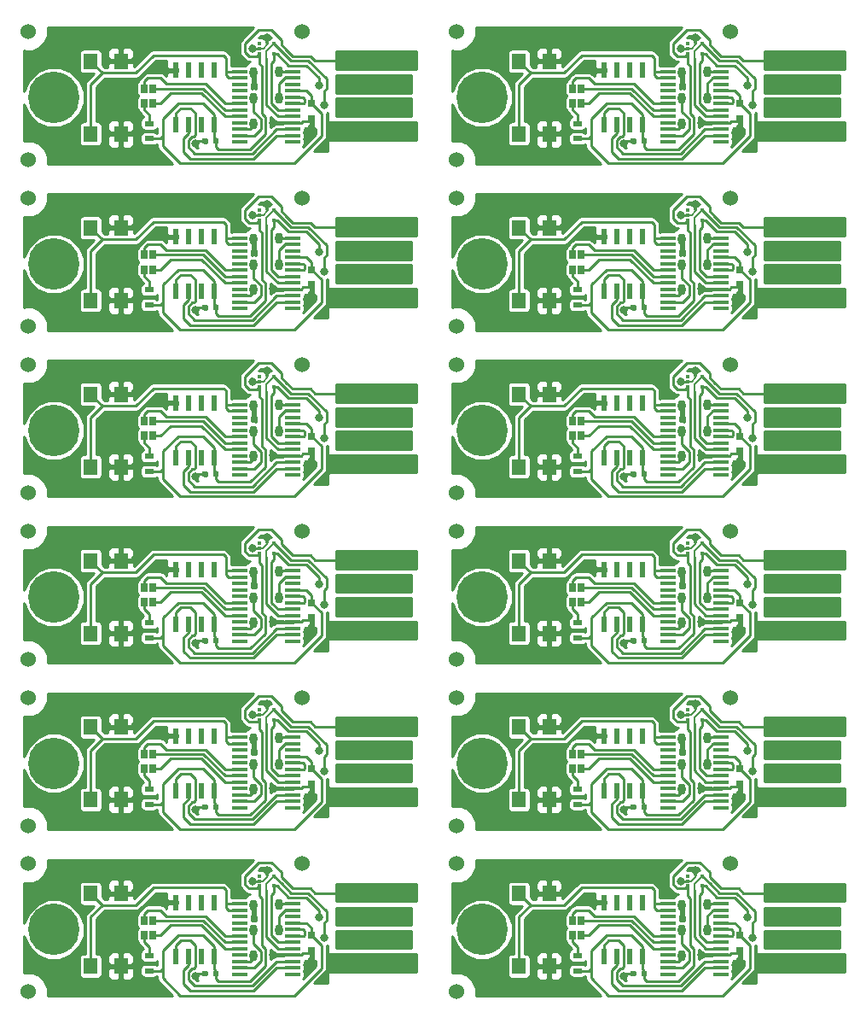
<source format=gtl>
%MOIN*%
%OFA0B0*%
%FSLAX46Y46*%
%IPPOS*%
%LPD*%
%ADD10C,0.0039370078740157488*%
%ADD11R,0.023622047244094488X0.01968503937007874*%
%ADD12R,0.029527559055118113X0.031496062992125991*%
%ADD13R,0.035433070866141732X0.01968503937007874*%
%ADD14R,0.0177X0.0118*%
%ADD15R,0.023622047244094488X0.0610236220472441*%
%ADD16O,0.030708661417322838X0.043307086614173235*%
%ADD17R,0.059055118110236227X0.013779527559055118*%
%ADD18R,0.055118110236220472X0.062992125984251982*%
%ADD19R,0.025590551181102365X0.033464566929133861*%
%ADD20C,0.060000000000000005*%
%ADD21C,0.20078740157480315*%
%ADD22C,0.031496062992125991*%
%ADD23C,0.00984251968503937*%
%ADD24C,0.0078740157480314977*%
%ADD25C,0.01*%
%ADD36C,0.0039370078740157488*%
%ADD37R,0.023622047244094488X0.01968503937007874*%
%ADD38R,0.029527559055118113X0.031496062992125991*%
%ADD39R,0.035433070866141732X0.01968503937007874*%
%ADD40R,0.0177X0.0118*%
%ADD41R,0.023622047244094488X0.0610236220472441*%
%ADD42O,0.030708661417322838X0.043307086614173235*%
%ADD43R,0.059055118110236227X0.013779527559055118*%
%ADD44R,0.055118110236220472X0.062992125984251982*%
%ADD45R,0.025590551181102365X0.033464566929133861*%
%ADD46C,0.060000000000000005*%
%ADD47C,0.20078740157480315*%
%ADD48C,0.031496062992125991*%
%ADD49C,0.00984251968503937*%
%ADD50C,0.0078740157480314977*%
%ADD51C,0.01*%
%ADD52C,0.0039370078740157488*%
%ADD53R,0.023622047244094488X0.01968503937007874*%
%ADD54R,0.029527559055118113X0.031496062992125991*%
%ADD55R,0.035433070866141732X0.01968503937007874*%
%ADD56R,0.0177X0.0118*%
%ADD57R,0.023622047244094488X0.0610236220472441*%
%ADD58O,0.030708661417322838X0.043307086614173235*%
%ADD59R,0.059055118110236227X0.013779527559055118*%
%ADD60R,0.055118110236220472X0.062992125984251982*%
%ADD61R,0.025590551181102365X0.033464566929133861*%
%ADD62C,0.060000000000000005*%
%ADD63C,0.20078740157480315*%
%ADD64C,0.031496062992125991*%
%ADD65C,0.00984251968503937*%
%ADD66C,0.0078740157480314977*%
%ADD67C,0.01*%
%ADD68C,0.0039370078740157488*%
%ADD69R,0.023622047244094488X0.01968503937007874*%
%ADD70R,0.029527559055118113X0.031496062992125991*%
%ADD71R,0.035433070866141732X0.01968503937007874*%
%ADD72R,0.0177X0.0118*%
%ADD73R,0.023622047244094488X0.0610236220472441*%
%ADD74O,0.030708661417322838X0.043307086614173235*%
%ADD75R,0.059055118110236227X0.013779527559055118*%
%ADD76R,0.055118110236220472X0.062992125984251982*%
%ADD77R,0.025590551181102365X0.033464566929133861*%
%ADD78C,0.060000000000000005*%
%ADD79C,0.20078740157480315*%
%ADD80C,0.031496062992125991*%
%ADD81C,0.00984251968503937*%
%ADD82C,0.0078740157480314977*%
%ADD83C,0.01*%
%ADD84C,0.0039370078740157488*%
%ADD85R,0.023622047244094488X0.01968503937007874*%
%ADD86R,0.029527559055118113X0.031496062992125991*%
%ADD87R,0.035433070866141732X0.01968503937007874*%
%ADD88R,0.0177X0.0118*%
%ADD89R,0.023622047244094488X0.0610236220472441*%
%ADD90O,0.030708661417322838X0.043307086614173235*%
%ADD91R,0.059055118110236227X0.013779527559055118*%
%ADD92R,0.055118110236220472X0.062992125984251982*%
%ADD93R,0.025590551181102365X0.033464566929133861*%
%ADD94C,0.060000000000000005*%
%ADD95C,0.20078740157480315*%
%ADD96C,0.031496062992125991*%
%ADD97C,0.00984251968503937*%
%ADD98C,0.0078740157480314977*%
%ADD99C,0.01*%
%ADD100C,0.0039370078740157488*%
%ADD101R,0.023622047244094488X0.01968503937007874*%
%ADD102R,0.029527559055118113X0.031496062992125991*%
%ADD103R,0.035433070866141732X0.01968503937007874*%
%ADD104R,0.0177X0.0118*%
%ADD105R,0.023622047244094488X0.0610236220472441*%
%ADD106O,0.030708661417322838X0.043307086614173235*%
%ADD107R,0.059055118110236227X0.013779527559055118*%
%ADD108R,0.055118110236220472X0.062992125984251982*%
%ADD109R,0.025590551181102365X0.033464566929133861*%
%ADD110C,0.060000000000000005*%
%ADD111C,0.20078740157480315*%
%ADD112C,0.031496062992125991*%
%ADD113C,0.00984251968503937*%
%ADD114C,0.0078740157480314977*%
%ADD115C,0.01*%
%ADD116C,0.0039370078740157488*%
%ADD117R,0.023622047244094488X0.01968503937007874*%
%ADD118R,0.029527559055118113X0.031496062992125991*%
%ADD119R,0.035433070866141732X0.01968503937007874*%
%ADD120R,0.0177X0.0118*%
%ADD121R,0.023622047244094488X0.0610236220472441*%
%ADD122O,0.030708661417322838X0.043307086614173235*%
%ADD123R,0.059055118110236227X0.013779527559055118*%
%ADD124R,0.055118110236220472X0.062992125984251982*%
%ADD125R,0.025590551181102365X0.033464566929133861*%
%ADD126C,0.060000000000000005*%
%ADD127C,0.20078740157480315*%
%ADD128C,0.031496062992125991*%
%ADD129C,0.00984251968503937*%
%ADD130C,0.0078740157480314977*%
%ADD131C,0.01*%
%ADD132C,0.0039370078740157488*%
%ADD133R,0.023622047244094488X0.01968503937007874*%
%ADD134R,0.029527559055118113X0.031496062992125991*%
%ADD135R,0.035433070866141732X0.01968503937007874*%
%ADD136R,0.0177X0.0118*%
%ADD137R,0.023622047244094488X0.0610236220472441*%
%ADD138O,0.030708661417322838X0.043307086614173235*%
%ADD139R,0.059055118110236227X0.013779527559055118*%
%ADD140R,0.055118110236220472X0.062992125984251982*%
%ADD141R,0.025590551181102365X0.033464566929133861*%
%ADD142C,0.060000000000000005*%
%ADD143C,0.20078740157480315*%
%ADD144C,0.031496062992125991*%
%ADD145C,0.00984251968503937*%
%ADD146C,0.0078740157480314977*%
%ADD147C,0.01*%
%ADD148C,0.0039370078740157488*%
%ADD149R,0.023622047244094488X0.01968503937007874*%
%ADD150R,0.029527559055118113X0.031496062992125991*%
%ADD151R,0.035433070866141732X0.01968503937007874*%
%ADD152R,0.0177X0.0118*%
%ADD153R,0.023622047244094488X0.0610236220472441*%
%ADD154O,0.030708661417322838X0.043307086614173235*%
%ADD155R,0.059055118110236227X0.013779527559055118*%
%ADD156R,0.055118110236220472X0.062992125984251982*%
%ADD157R,0.025590551181102365X0.033464566929133861*%
%ADD158C,0.060000000000000005*%
%ADD159C,0.20078740157480315*%
%ADD160C,0.031496062992125991*%
%ADD161C,0.00984251968503937*%
%ADD162C,0.0078740157480314977*%
%ADD163C,0.01*%
%ADD164C,0.0039370078740157488*%
%ADD165R,0.023622047244094488X0.01968503937007874*%
%ADD166R,0.029527559055118113X0.031496062992125991*%
%ADD167R,0.035433070866141732X0.01968503937007874*%
%ADD168R,0.0177X0.0118*%
%ADD169R,0.023622047244094488X0.0610236220472441*%
%ADD170O,0.030708661417322838X0.043307086614173235*%
%ADD171R,0.059055118110236227X0.013779527559055118*%
%ADD172R,0.055118110236220472X0.062992125984251982*%
%ADD173R,0.025590551181102365X0.033464566929133861*%
%ADD174C,0.060000000000000005*%
%ADD175C,0.20078740157480315*%
%ADD176C,0.031496062992125991*%
%ADD177C,0.00984251968503937*%
%ADD178C,0.0078740157480314977*%
%ADD179C,0.01*%
%ADD180C,0.0039370078740157488*%
%ADD181R,0.023622047244094488X0.01968503937007874*%
%ADD182R,0.029527559055118113X0.031496062992125991*%
%ADD183R,0.035433070866141732X0.01968503937007874*%
%ADD184R,0.0177X0.0118*%
%ADD185R,0.023622047244094488X0.0610236220472441*%
%ADD186O,0.030708661417322838X0.043307086614173235*%
%ADD187R,0.059055118110236227X0.013779527559055118*%
%ADD188R,0.055118110236220472X0.062992125984251982*%
%ADD189R,0.025590551181102365X0.033464566929133861*%
%ADD190C,0.060000000000000005*%
%ADD191C,0.20078740157480315*%
%ADD192C,0.031496062992125991*%
%ADD193C,0.00984251968503937*%
%ADD194C,0.0078740157480314977*%
%ADD195C,0.01*%
%ADD196C,0.0039370078740157488*%
%ADD197R,0.023622047244094488X0.01968503937007874*%
%ADD198R,0.029527559055118113X0.031496062992125991*%
%ADD199R,0.035433070866141732X0.01968503937007874*%
%ADD200R,0.0177X0.0118*%
%ADD201R,0.023622047244094488X0.0610236220472441*%
%ADD202O,0.030708661417322838X0.043307086614173235*%
%ADD203R,0.059055118110236227X0.013779527559055118*%
%ADD204R,0.055118110236220472X0.062992125984251982*%
%ADD205R,0.025590551181102365X0.033464566929133861*%
%ADD206C,0.060000000000000005*%
%ADD207C,0.20078740157480315*%
%ADD208C,0.031496062992125991*%
%ADD209C,0.00984251968503937*%
%ADD210C,0.0078740157480314977*%
%ADD211C,0.01*%
G01G01*
D10*
D11*
X-0001387795Y0001712598D02*
X0000769685Y0000108267D03*
X0000726377Y0000108267D03*
D12*
X0001141732Y0000196850D03*
X0001141732Y0000255905D03*
D13*
X0000507873Y0000118110D03*
X0000507873Y0000177165D03*
D14*
X0000938935Y0000488203D03*
X0000938935Y0000448803D03*
X0000994135Y0000488203D03*
X0000938935Y0000468503D03*
X0000994135Y0000448803D03*
D15*
X0000762007Y0000384842D03*
X0000712007Y0000384842D03*
X0000662007Y0000384842D03*
X0000612007Y0000384842D03*
X0000612007Y0000172244D03*
X0000662007Y0000172244D03*
X0000712007Y0000172244D03*
X0000762007Y0000172244D03*
D16*
X0001013779Y0000275590D03*
X0001013779Y0000377952D03*
X0000915354Y0000177165D03*
X0000915354Y0000275590D03*
X0000915354Y0000374015D03*
D17*
X0001066929Y0000104625D03*
X0001066929Y0000129625D03*
X0001066929Y0000154625D03*
X0001066929Y0000179625D03*
X0001066929Y0000204625D03*
X0001066929Y0000229625D03*
X0001066929Y0000254625D03*
X0001066929Y0000279625D03*
X0001066929Y0000304625D03*
X0001066929Y0000329625D03*
X0001066929Y0000354625D03*
X0001066929Y0000379625D03*
X0000862204Y0000379625D03*
X0000862204Y0000354625D03*
X0000862204Y0000329625D03*
X0000862204Y0000304625D03*
X0000862204Y0000279625D03*
X0000862204Y0000254625D03*
X0000862204Y0000229625D03*
X0000862204Y0000204625D03*
X0000862204Y0000179625D03*
X0000862204Y0000154625D03*
X0000862204Y0000129625D03*
X0000862204Y0000104625D03*
D18*
X0000279133Y0000135826D03*
X0000279133Y0000419291D03*
X0000397244Y0000419291D03*
X0000397244Y0000135826D03*
D19*
X0000488976Y0000313779D03*
X0000522440Y0000313779D03*
X0000522440Y0000256692D03*
X0000488976Y0000256692D03*
D20*
X0000035433Y0000035433D03*
X0000035433Y0000535433D03*
X0001106299Y0000535433D03*
D21*
X0000136204Y0000278598D03*
D22*
X0001509842Y0000421259D03*
X0001257874Y0000421259D03*
X0000992439Y0000180420D03*
X0001509842Y0000145669D03*
X0001257874Y0000145669D03*
X0001141732Y0000157480D03*
X0000688976Y0000098425D03*
X0000452755Y0000137795D03*
X0000344488Y0000137795D03*
X0000452755Y0000423228D03*
X0000344488Y0000423228D03*
X0000570866Y0000383858D03*
X0000968503Y0000511811D03*
X0000910858Y0000468427D03*
X0001257874Y0000240157D03*
X0001509842Y0000240157D03*
X0001192859Y0000248097D03*
X0001171259Y0000326771D03*
X0001509842Y0000326771D03*
X0001257874Y0000326771D03*
D23*
X0001181102Y0000127952D02*
X0001181102Y0000217027D01*
X0001181102Y0000217027D02*
X0001142224Y0000255905D01*
X0001142224Y0000255905D02*
X0001141732Y0000255905D01*
X0001023622Y0000501968D02*
X0000984842Y0000540748D01*
X0001041732Y0000466219D02*
X0001023622Y0000484329D01*
X0001041732Y0000466184D02*
X0001041732Y0000466219D01*
X0001023622Y0000484329D02*
X0001023622Y0000501968D01*
X0000934448Y0000540748D02*
X0000881921Y0000488220D01*
X0000881921Y0000488220D02*
X0000881921Y0000454537D01*
X0000881921Y0000454537D02*
X0000896968Y0000439490D01*
X0000896968Y0000439490D02*
X0000929621Y0000439490D01*
X0000929621Y0000439490D02*
X0000938935Y0000448803D01*
X0000984842Y0000540748D02*
X0000934448Y0000540748D01*
X0001068152Y0000439764D02*
X0001041732Y0000466184D01*
X0001137050Y0000439764D02*
X0001068152Y0000439764D01*
X0001155555Y0000421259D02*
X0001137050Y0000439764D01*
X0001257874Y0000421259D02*
X0001155555Y0000421259D01*
X0001257874Y0000421259D02*
X0001509842Y0000421259D01*
X0001255905Y0000423228D02*
X0001257874Y0000421259D01*
X0000769685Y0000086614D02*
X0000769685Y0000108267D01*
X0000902645Y0000076772D02*
X0000779527Y0000076772D01*
X0000961220Y0000135347D02*
X0000902645Y0000076772D01*
X0000946850Y0000216834D02*
X0000961220Y0000202463D01*
X0000938935Y0000448803D02*
X0000938935Y0000409489D01*
X0000938935Y0000409489D02*
X0000946850Y0000401575D01*
X0000946850Y0000401575D02*
X0000946850Y0000216834D01*
X0000779527Y0000076772D02*
X0000769685Y0000086614D01*
X0000961220Y0000202463D02*
X0000961220Y0000135347D01*
X0000936877Y0000446745D02*
X0000938935Y0000448803D01*
X0000561023Y0000127952D02*
X0000561023Y0000088582D01*
X0001074802Y0000021653D02*
X0001181102Y0000127952D01*
X0000627953Y0000021653D02*
X0001074802Y0000021653D01*
X0000561023Y0000088582D02*
X0000627953Y0000021653D01*
X0001144684Y0000255905D02*
X0001141732Y0000255905D01*
X0000561023Y0000127952D02*
X0000551181Y0000118110D01*
X0000551181Y0000118110D02*
X0000507873Y0000118110D01*
X0000561023Y0000196850D02*
X0000561023Y0000127952D01*
X0000620078Y0000255905D02*
X0000561023Y0000196850D01*
X0000718503Y0000255905D02*
X0000620078Y0000255905D01*
X0000762007Y0000212401D02*
X0000718503Y0000255905D01*
X0000762007Y0000172244D02*
X0000762007Y0000212401D01*
X0000769685Y0000116141D02*
X0000762007Y0000123818D01*
X0000762007Y0000123818D02*
X0000762007Y0000172244D01*
X0000769685Y0000108267D02*
X0000769685Y0000116141D01*
X0001141732Y0000285433D02*
X0001122539Y0000304625D01*
X0001122539Y0000304625D02*
X0001066929Y0000304625D01*
X0001141732Y0000255905D02*
X0001141732Y0000285433D01*
X0000662007Y0000172244D02*
X0000662007Y0000138756D01*
X0000662007Y0000138756D02*
X0000642716Y0000119464D01*
X0000642716Y0000119464D02*
X0000642716Y0000065945D01*
X0000669291Y0000039370D02*
X0000915354Y0000039370D01*
X0000642716Y0000065945D02*
X0000669291Y0000039370D01*
X0000915354Y0000039370D02*
X0001005610Y0000129625D01*
X0001005610Y0000129625D02*
X0001066929Y0000129625D01*
X0000612007Y0000172244D02*
X0000612007Y0000218307D01*
X0000612007Y0000218307D02*
X0000629921Y0000236220D01*
X0000629921Y0000236220D02*
X0000669291Y0000236220D01*
X0000686102Y0000059055D02*
X0000909983Y0000059055D01*
X0000669291Y0000236220D02*
X0000687401Y0000218110D01*
X0000660433Y0000112125D02*
X0000660433Y0000084724D01*
X0000687401Y0000218110D02*
X0000687401Y0000132874D01*
X0000687401Y0000132874D02*
X0000681495Y0000126968D01*
X0000681495Y0000126968D02*
X0000675275Y0000126968D01*
X0000909983Y0000059055D02*
X0001005554Y0000154625D01*
X0000675275Y0000126968D02*
X0000660433Y0000112125D01*
X0000660433Y0000084724D02*
X0000686102Y0000059055D01*
X0001005554Y0000154625D02*
X0001066929Y0000154625D01*
X0001066929Y0000179625D02*
X0000993233Y0000179625D01*
X0000993233Y0000179625D02*
X0000992439Y0000180420D01*
X0001257874Y0000145669D02*
X0001509842Y0000145669D01*
X0001141732Y0000196850D02*
X0001141732Y0000157480D01*
X0000726377Y0000108267D02*
X0000698818Y0000108267D01*
X0000698818Y0000108267D02*
X0000688976Y0000098425D01*
X0000397244Y0000135826D02*
X0000450787Y0000135826D01*
X0000450787Y0000135826D02*
X0000452755Y0000137795D01*
X0000397244Y0000135826D02*
X0000346456Y0000135826D01*
X0000346456Y0000135826D02*
X0000344488Y0000137795D01*
X0000448818Y0000419291D02*
X0000452755Y0000423228D01*
X0000397244Y0000419291D02*
X0000448818Y0000419291D01*
X0000397244Y0000419291D02*
X0000348425Y0000419291D01*
X0000348425Y0000419291D02*
X0000344488Y0000423228D01*
X0000612007Y0000384842D02*
X0000571850Y0000384842D01*
X0000571850Y0000384842D02*
X0000570866Y0000383858D01*
D24*
X0000953415Y0000469529D02*
X0000968503Y0000484617D01*
X0000968503Y0000484617D02*
X0000968503Y0000511811D01*
X0000938935Y0000468503D02*
X0000952390Y0000468503D01*
X0000952390Y0000468503D02*
X0000953415Y0000469529D01*
D23*
X0000938935Y0000468503D02*
X0000910935Y0000468503D01*
X0000910935Y0000468503D02*
X0000910858Y0000468427D01*
X0001108759Y0000187007D02*
X0001131889Y0000187007D01*
X0001131889Y0000187007D02*
X0001141732Y0000196850D01*
X0001066929Y0000179625D02*
X0001101378Y0000179625D01*
X0001101378Y0000179625D02*
X0001108759Y0000187007D01*
D24*
X0000964960Y0000432677D02*
X0000964960Y0000458245D01*
X0000964960Y0000458245D02*
X0000994135Y0000487420D01*
X0000994135Y0000487420D02*
X0000994135Y0000488203D01*
D23*
X0000964960Y0000249584D02*
X0000964960Y0000432677D01*
X0001066929Y0000204625D02*
X0001009919Y0000204625D01*
X0001009919Y0000204625D02*
X0000964960Y0000249584D01*
X0001023622Y0000458683D02*
X0001023622Y0000458717D01*
X0001023622Y0000458717D02*
X0000994135Y0000488203D01*
X0001060651Y0000421653D02*
X0001023622Y0000458683D01*
X0001129548Y0000421653D02*
X0001060651Y0000421653D01*
X0001200196Y0000351005D02*
X0001129548Y0000421653D01*
X0001192859Y0000248097D02*
X0001192859Y0000305543D01*
X0001192859Y0000305543D02*
X0001200196Y0000312881D01*
X0001200196Y0000312881D02*
X0001200196Y0000351005D01*
X0001257874Y0000240157D02*
X0001509842Y0000240157D01*
X0000994135Y0000488203D02*
X0000994135Y0000486585D01*
X0001066929Y0000229625D02*
X0001010531Y0000229625D01*
X0001010531Y0000229625D02*
X0000984251Y0000255905D01*
X0000984251Y0000255905D02*
X0000984251Y0000413385D01*
X0000984251Y0000413385D02*
X0000994135Y0000423269D01*
X0000994135Y0000423269D02*
X0000994135Y0000448803D01*
X0001171259Y0000326771D02*
X0001171259Y0000354330D01*
X0001171259Y0000354330D02*
X0001122047Y0000403543D01*
X0001122047Y0000403543D02*
X0001053149Y0000403543D01*
X0001053149Y0000403543D02*
X0001007888Y0000448803D01*
X0001007888Y0000448803D02*
X0000994135Y0000448803D01*
X0001257874Y0000326771D02*
X0001509842Y0000326771D01*
X0000488976Y0000229527D02*
X0000507873Y0000210629D01*
X0000507873Y0000210629D02*
X0000507873Y0000177165D01*
X0000488976Y0000256692D02*
X0000488976Y0000229527D01*
X0001066929Y0000354625D02*
X0001036562Y0000354625D01*
X0001036562Y0000354625D02*
X0001013779Y0000331843D01*
X0001013779Y0000331843D02*
X0001013779Y0000275590D01*
X0001066929Y0000379625D02*
X0001019389Y0000379625D01*
X0001019389Y0000379625D02*
X0001013779Y0000374015D01*
X0000915354Y0000177165D02*
X0000915354Y0000167322D01*
X0000915354Y0000167322D02*
X0000902657Y0000154625D01*
X0000862204Y0000154625D02*
X0000902657Y0000154625D01*
X0000943504Y0000195124D02*
X0000915354Y0000223274D01*
X0000915354Y0000223274D02*
X0000915354Y0000275590D01*
X0000943504Y0000195124D02*
X0000943504Y0000159206D01*
X0000943504Y0000159206D02*
X0000943503Y0000159205D01*
X0000943503Y0000159205D02*
X0000943503Y0000156102D01*
X0000943503Y0000156102D02*
X0000917027Y0000129625D01*
X0000917027Y0000129625D02*
X0000862204Y0000129625D01*
X0000455630Y0000374015D02*
X0000324409Y0000374015D01*
X0000524527Y0000442913D02*
X0000455630Y0000374015D01*
X0000807086Y0000433070D02*
X0000797244Y0000442913D01*
X0000797244Y0000442913D02*
X0000524527Y0000442913D01*
X0000807086Y0000383858D02*
X0000807086Y0000433070D01*
X0000816633Y0000354625D02*
X0000807086Y0000364173D01*
X0000807086Y0000364173D02*
X0000807086Y0000383858D01*
X0000862204Y0000354625D02*
X0000816633Y0000354625D01*
X0000279133Y0000135826D02*
X0000279133Y0000328740D01*
X0000279133Y0000328740D02*
X0000324409Y0000374015D01*
X0000324409Y0000374015D02*
X0000279133Y0000419291D01*
X0000811318Y0000379625D02*
X0000807086Y0000383858D01*
X0000862204Y0000379625D02*
X0000811318Y0000379625D01*
X0000501968Y0000354330D02*
X0000488976Y0000341338D01*
X0000488976Y0000341338D02*
X0000488976Y0000313779D01*
X0000551181Y0000354330D02*
X0000501968Y0000354330D01*
X0000574015Y0000331496D02*
X0000551181Y0000354330D01*
X0000727023Y0000331496D02*
X0000574015Y0000331496D01*
X0000803894Y0000254625D02*
X0000727023Y0000331496D01*
X0000862204Y0000254625D02*
X0000803894Y0000254625D01*
X0000803838Y0000229625D02*
X0000719685Y0000313779D01*
X0000719685Y0000313779D02*
X0000522440Y0000313779D01*
X0000862204Y0000229625D02*
X0000803838Y0000229625D01*
X0000862204Y0000204625D02*
X0000803783Y0000204625D01*
X0000803783Y0000204625D02*
X0000712346Y0000296062D01*
X0000712346Y0000296062D02*
X0000591338Y0000296062D01*
X0000591338Y0000296062D02*
X0000551968Y0000256692D01*
X0000551968Y0000256692D02*
X0000522440Y0000256692D01*
X0001066929Y0000254625D02*
X0001110925Y0000254625D01*
X0001110925Y0000254625D02*
X0001114173Y0000257873D01*
X0001108169Y0000279625D02*
X0001066929Y0000279625D01*
X0001114173Y0000257873D02*
X0001114173Y0000273622D01*
X0001114173Y0000273622D02*
X0001108169Y0000279625D01*
D25*
G36*
X0001550118Y0000388858D02*
X0001237283Y0000388858D01*
X0001237283Y0000457598D01*
X0001550118Y0000457598D01*
X0001550118Y0000388858D01*
X0001550118Y0000388858D01*
G37*
X0001550118Y0000388858D02*
X0001237283Y0000388858D01*
X0001237283Y0000457598D01*
X0001550118Y0000457598D01*
X0001550118Y0000388858D01*
G36*
X0001530433Y0000205787D02*
X0001237283Y0000205787D01*
X0001237283Y0000274527D01*
X0001530433Y0000274527D01*
X0001530433Y0000205787D01*
X0001530433Y0000205787D01*
G37*
X0001530433Y0000205787D02*
X0001237283Y0000205787D01*
X0001237283Y0000274527D01*
X0001530433Y0000274527D01*
X0001530433Y0000205787D01*
G36*
X0001530433Y0000296338D02*
X0001237283Y0000296338D01*
X0001237283Y0000365078D01*
X0001530433Y0000365078D01*
X0001530433Y0000296338D01*
X0001530433Y0000296338D01*
G37*
X0001530433Y0000296338D02*
X0001237283Y0000296338D01*
X0001237283Y0000365078D01*
X0001530433Y0000365078D01*
X0001530433Y0000296338D01*
G36*
X0000866554Y0000503587D02*
X0000861843Y0000496537D01*
X0000860257Y0000488565D01*
X0000860189Y0000488220D01*
X0000860189Y0000454537D01*
X0000861843Y0000446220D01*
X0000866554Y0000439170D01*
X0000881601Y0000424123D01*
X0000888652Y0000419412D01*
X0000896968Y0000417757D01*
X0000901505Y0000417757D01*
X0000890536Y0000412263D01*
X0000883077Y0000403656D01*
X0000832677Y0000403656D01*
X0000828818Y0000402930D01*
X0000828818Y0000433070D01*
X0000827164Y0000441387D01*
X0000822453Y0000448437D01*
X0000812611Y0000458280D01*
X0000805560Y0000462991D01*
X0000797244Y0000464645D01*
X0000524527Y0000464645D01*
X0000516211Y0000462991D01*
X0000509160Y0000458280D01*
X0000449803Y0000398922D01*
X0000449803Y0000408041D01*
X0000443553Y0000414291D01*
X0000402244Y0000414291D01*
X0000402244Y0000413503D01*
X0000392244Y0000413503D01*
X0000392244Y0000414291D01*
X0000350935Y0000414291D01*
X0000344685Y0000408041D01*
X0000344685Y0000395748D01*
X0000333411Y0000395748D01*
X0000323833Y0000405326D01*
X0000323833Y0000450787D01*
X0000322897Y0000455760D01*
X0000344685Y0000455760D01*
X0000344685Y0000430541D01*
X0000350935Y0000424291D01*
X0000392244Y0000424291D01*
X0000392244Y0000469537D01*
X0000402244Y0000469537D01*
X0000402244Y0000424291D01*
X0000443553Y0000424291D01*
X0000449803Y0000430541D01*
X0000449803Y0000455760D01*
X0000445997Y0000464948D01*
X0000438964Y0000471981D01*
X0000429775Y0000475787D01*
X0000408494Y0000475787D01*
X0000402244Y0000469537D01*
X0000392244Y0000469537D01*
X0000385994Y0000475787D01*
X0000364712Y0000475787D01*
X0000355523Y0000471981D01*
X0000348491Y0000464948D01*
X0000344685Y0000455760D01*
X0000322897Y0000455760D01*
X0000322661Y0000457017D01*
X0000318979Y0000462738D01*
X0000313361Y0000466577D01*
X0000306692Y0000467927D01*
X0000251574Y0000467927D01*
X0000245345Y0000466755D01*
X0000239623Y0000463073D01*
X0000235784Y0000457455D01*
X0000234434Y0000450787D01*
X0000234434Y0000387795D01*
X0000235606Y0000381565D01*
X0000239288Y0000375843D01*
X0000244906Y0000372005D01*
X0000251574Y0000370654D01*
X0000290314Y0000370654D01*
X0000263766Y0000344107D01*
X0000259055Y0000337056D01*
X0000258736Y0000335449D01*
X0000257401Y0000328740D01*
X0000257401Y0000184463D01*
X0000251574Y0000184463D01*
X0000245345Y0000183290D01*
X0000239623Y0000179609D01*
X0000235784Y0000173991D01*
X0000234434Y0000167322D01*
X0000234434Y0000104330D01*
X0000235606Y0000098100D01*
X0000239288Y0000092379D01*
X0000244906Y0000088540D01*
X0000251574Y0000087190D01*
X0000306692Y0000087190D01*
X0000312922Y0000088362D01*
X0000318644Y0000092044D01*
X0000322482Y0000097662D01*
X0000323833Y0000104330D01*
X0000323833Y0000124576D01*
X0000344685Y0000124576D01*
X0000344685Y0000099357D01*
X0000348491Y0000090169D01*
X0000355523Y0000083136D01*
X0000364712Y0000079330D01*
X0000385994Y0000079330D01*
X0000392244Y0000085580D01*
X0000392244Y0000130826D01*
X0000402244Y0000130826D01*
X0000402244Y0000085580D01*
X0000408494Y0000079330D01*
X0000429775Y0000079330D01*
X0000438964Y0000083136D01*
X0000445997Y0000090169D01*
X0000449803Y0000099357D01*
X0000449803Y0000124576D01*
X0000443553Y0000130826D01*
X0000402244Y0000130826D01*
X0000392244Y0000130826D01*
X0000350935Y0000130826D01*
X0000344685Y0000124576D01*
X0000323833Y0000124576D01*
X0000323833Y0000167322D01*
X0000322897Y0000172295D01*
X0000344685Y0000172295D01*
X0000344685Y0000147076D01*
X0000350935Y0000140826D01*
X0000392244Y0000140826D01*
X0000392244Y0000186072D01*
X0000402244Y0000186072D01*
X0000402244Y0000140826D01*
X0000443553Y0000140826D01*
X0000449803Y0000147076D01*
X0000449803Y0000172295D01*
X0000445997Y0000181484D01*
X0000438964Y0000188516D01*
X0000429775Y0000192322D01*
X0000408494Y0000192322D01*
X0000402244Y0000186072D01*
X0000392244Y0000186072D01*
X0000385994Y0000192322D01*
X0000364712Y0000192322D01*
X0000355523Y0000188516D01*
X0000348491Y0000181484D01*
X0000344685Y0000172295D01*
X0000322897Y0000172295D01*
X0000322661Y0000173552D01*
X0000318979Y0000179274D01*
X0000313361Y0000183112D01*
X0000306692Y0000184463D01*
X0000300866Y0000184463D01*
X0000300866Y0000319738D01*
X0000333411Y0000352283D01*
X0000455630Y0000352283D01*
X0000463946Y0000353937D01*
X0000470997Y0000358648D01*
X0000533529Y0000421181D01*
X0000575550Y0000421181D01*
X0000575196Y0000420327D01*
X0000575196Y0000396092D01*
X0000581446Y0000389842D01*
X0000607007Y0000389842D01*
X0000607007Y0000390629D01*
X0000617007Y0000390629D01*
X0000617007Y0000389842D01*
X0000617795Y0000389842D01*
X0000617795Y0000379842D01*
X0000617007Y0000379842D01*
X0000617007Y0000379055D01*
X0000607007Y0000379055D01*
X0000607007Y0000379842D01*
X0000581446Y0000379842D01*
X0000575196Y0000373592D01*
X0000575196Y0000361049D01*
X0000566548Y0000369697D01*
X0000559497Y0000374408D01*
X0000551181Y0000376062D01*
X0000501968Y0000376062D01*
X0000493651Y0000374408D01*
X0000487043Y0000369993D01*
X0000486601Y0000369697D01*
X0000473609Y0000356705D01*
X0000468898Y0000349655D01*
X0000468019Y0000345236D01*
X0000464229Y0000342798D01*
X0000460391Y0000337180D01*
X0000459040Y0000330511D01*
X0000459040Y0000297047D01*
X0000460212Y0000290817D01*
X0000463853Y0000285160D01*
X0000460391Y0000280093D01*
X0000459040Y0000273425D01*
X0000459040Y0000239960D01*
X0000460212Y0000233730D01*
X0000463894Y0000228009D01*
X0000468120Y0000225121D01*
X0000468898Y0000221210D01*
X0000473609Y0000214160D01*
X0000484656Y0000203113D01*
X0000483927Y0000202976D01*
X0000478206Y0000199294D01*
X0000474367Y0000193676D01*
X0000473017Y0000187007D01*
X0000473017Y0000167322D01*
X0000474189Y0000161093D01*
X0000477871Y0000155371D01*
X0000483488Y0000151532D01*
X0000490157Y0000150182D01*
X0000525590Y0000150182D01*
X0000531820Y0000151354D01*
X0000537542Y0000155036D01*
X0000539291Y0000157596D01*
X0000539291Y0000139842D01*
X0000537916Y0000139842D01*
X0000537876Y0000139904D01*
X0000532259Y0000143742D01*
X0000525590Y0000145093D01*
X0000490157Y0000145093D01*
X0000483927Y0000143920D01*
X0000478206Y0000140239D01*
X0000474367Y0000134621D01*
X0000473017Y0000127952D01*
X0000473017Y0000108267D01*
X0000474189Y0000102037D01*
X0000477871Y0000096316D01*
X0000483488Y0000092477D01*
X0000490157Y0000091127D01*
X0000525590Y0000091127D01*
X0000531820Y0000092299D01*
X0000537542Y0000095981D01*
X0000537812Y0000096377D01*
X0000539291Y0000096377D01*
X0000539291Y0000088582D01*
X0000540945Y0000080266D01*
X0000545656Y0000073215D01*
X0000599108Y0000019763D01*
X0000110135Y0000019763D01*
X0000110419Y0000020449D01*
X0000110446Y0000050285D01*
X0000099052Y0000077861D01*
X0000077972Y0000098977D01*
X0000050416Y0000110419D01*
X0000020580Y0000110446D01*
X0000019763Y0000110108D01*
X0000019763Y0000253489D01*
X0000036785Y0000212294D01*
X0000069726Y0000179295D01*
X0000112788Y0000161414D01*
X0000159415Y0000161373D01*
X0000202509Y0000179179D01*
X0000235508Y0000212120D01*
X0000253389Y0000255182D01*
X0000253429Y0000301809D01*
X0000235623Y0000344902D01*
X0000202682Y0000377901D01*
X0000159620Y0000395782D01*
X0000112993Y0000395823D01*
X0000069900Y0000378017D01*
X0000036901Y0000345076D01*
X0000019763Y0000303804D01*
X0000019763Y0000460730D01*
X0000020449Y0000460446D01*
X0000050285Y0000460420D01*
X0000077861Y0000471814D01*
X0000098977Y0000492893D01*
X0000110419Y0000520449D01*
X0000110446Y0000550286D01*
X0000110108Y0000551102D01*
X0000914069Y0000551102D01*
X0000866554Y0000503587D01*
X0000866554Y0000503587D01*
G37*
X0000866554Y0000503587D02*
X0000861843Y0000496537D01*
X0000860257Y0000488565D01*
X0000860189Y0000488220D01*
X0000860189Y0000454537D01*
X0000861843Y0000446220D01*
X0000866554Y0000439170D01*
X0000881601Y0000424123D01*
X0000888652Y0000419412D01*
X0000896968Y0000417757D01*
X0000901505Y0000417757D01*
X0000890536Y0000412263D01*
X0000883077Y0000403656D01*
X0000832677Y0000403656D01*
X0000828818Y0000402930D01*
X0000828818Y0000433070D01*
X0000827164Y0000441387D01*
X0000822453Y0000448437D01*
X0000812611Y0000458280D01*
X0000805560Y0000462991D01*
X0000797244Y0000464645D01*
X0000524527Y0000464645D01*
X0000516211Y0000462991D01*
X0000509160Y0000458280D01*
X0000449803Y0000398922D01*
X0000449803Y0000408041D01*
X0000443553Y0000414291D01*
X0000402244Y0000414291D01*
X0000402244Y0000413503D01*
X0000392244Y0000413503D01*
X0000392244Y0000414291D01*
X0000350935Y0000414291D01*
X0000344685Y0000408041D01*
X0000344685Y0000395748D01*
X0000333411Y0000395748D01*
X0000323833Y0000405326D01*
X0000323833Y0000450787D01*
X0000322897Y0000455760D01*
X0000344685Y0000455760D01*
X0000344685Y0000430541D01*
X0000350935Y0000424291D01*
X0000392244Y0000424291D01*
X0000392244Y0000469537D01*
X0000402244Y0000469537D01*
X0000402244Y0000424291D01*
X0000443553Y0000424291D01*
X0000449803Y0000430541D01*
X0000449803Y0000455760D01*
X0000445997Y0000464948D01*
X0000438964Y0000471981D01*
X0000429775Y0000475787D01*
X0000408494Y0000475787D01*
X0000402244Y0000469537D01*
X0000392244Y0000469537D01*
X0000385994Y0000475787D01*
X0000364712Y0000475787D01*
X0000355523Y0000471981D01*
X0000348491Y0000464948D01*
X0000344685Y0000455760D01*
X0000322897Y0000455760D01*
X0000322661Y0000457017D01*
X0000318979Y0000462738D01*
X0000313361Y0000466577D01*
X0000306692Y0000467927D01*
X0000251574Y0000467927D01*
X0000245345Y0000466755D01*
X0000239623Y0000463073D01*
X0000235784Y0000457455D01*
X0000234434Y0000450787D01*
X0000234434Y0000387795D01*
X0000235606Y0000381565D01*
X0000239288Y0000375843D01*
X0000244906Y0000372005D01*
X0000251574Y0000370654D01*
X0000290314Y0000370654D01*
X0000263766Y0000344107D01*
X0000259055Y0000337056D01*
X0000258736Y0000335449D01*
X0000257401Y0000328740D01*
X0000257401Y0000184463D01*
X0000251574Y0000184463D01*
X0000245345Y0000183290D01*
X0000239623Y0000179609D01*
X0000235784Y0000173991D01*
X0000234434Y0000167322D01*
X0000234434Y0000104330D01*
X0000235606Y0000098100D01*
X0000239288Y0000092379D01*
X0000244906Y0000088540D01*
X0000251574Y0000087190D01*
X0000306692Y0000087190D01*
X0000312922Y0000088362D01*
X0000318644Y0000092044D01*
X0000322482Y0000097662D01*
X0000323833Y0000104330D01*
X0000323833Y0000124576D01*
X0000344685Y0000124576D01*
X0000344685Y0000099357D01*
X0000348491Y0000090169D01*
X0000355523Y0000083136D01*
X0000364712Y0000079330D01*
X0000385994Y0000079330D01*
X0000392244Y0000085580D01*
X0000392244Y0000130826D01*
X0000402244Y0000130826D01*
X0000402244Y0000085580D01*
X0000408494Y0000079330D01*
X0000429775Y0000079330D01*
X0000438964Y0000083136D01*
X0000445997Y0000090169D01*
X0000449803Y0000099357D01*
X0000449803Y0000124576D01*
X0000443553Y0000130826D01*
X0000402244Y0000130826D01*
X0000392244Y0000130826D01*
X0000350935Y0000130826D01*
X0000344685Y0000124576D01*
X0000323833Y0000124576D01*
X0000323833Y0000167322D01*
X0000322897Y0000172295D01*
X0000344685Y0000172295D01*
X0000344685Y0000147076D01*
X0000350935Y0000140826D01*
X0000392244Y0000140826D01*
X0000392244Y0000186072D01*
X0000402244Y0000186072D01*
X0000402244Y0000140826D01*
X0000443553Y0000140826D01*
X0000449803Y0000147076D01*
X0000449803Y0000172295D01*
X0000445997Y0000181484D01*
X0000438964Y0000188516D01*
X0000429775Y0000192322D01*
X0000408494Y0000192322D01*
X0000402244Y0000186072D01*
X0000392244Y0000186072D01*
X0000385994Y0000192322D01*
X0000364712Y0000192322D01*
X0000355523Y0000188516D01*
X0000348491Y0000181484D01*
X0000344685Y0000172295D01*
X0000322897Y0000172295D01*
X0000322661Y0000173552D01*
X0000318979Y0000179274D01*
X0000313361Y0000183112D01*
X0000306692Y0000184463D01*
X0000300866Y0000184463D01*
X0000300866Y0000319738D01*
X0000333411Y0000352283D01*
X0000455630Y0000352283D01*
X0000463946Y0000353937D01*
X0000470997Y0000358648D01*
X0000533529Y0000421181D01*
X0000575550Y0000421181D01*
X0000575196Y0000420327D01*
X0000575196Y0000396092D01*
X0000581446Y0000389842D01*
X0000607007Y0000389842D01*
X0000607007Y0000390629D01*
X0000617007Y0000390629D01*
X0000617007Y0000389842D01*
X0000617795Y0000389842D01*
X0000617795Y0000379842D01*
X0000617007Y0000379842D01*
X0000617007Y0000379055D01*
X0000607007Y0000379055D01*
X0000607007Y0000379842D01*
X0000581446Y0000379842D01*
X0000575196Y0000373592D01*
X0000575196Y0000361049D01*
X0000566548Y0000369697D01*
X0000559497Y0000374408D01*
X0000551181Y0000376062D01*
X0000501968Y0000376062D01*
X0000493651Y0000374408D01*
X0000487043Y0000369993D01*
X0000486601Y0000369697D01*
X0000473609Y0000356705D01*
X0000468898Y0000349655D01*
X0000468019Y0000345236D01*
X0000464229Y0000342798D01*
X0000460391Y0000337180D01*
X0000459040Y0000330511D01*
X0000459040Y0000297047D01*
X0000460212Y0000290817D01*
X0000463853Y0000285160D01*
X0000460391Y0000280093D01*
X0000459040Y0000273425D01*
X0000459040Y0000239960D01*
X0000460212Y0000233730D01*
X0000463894Y0000228009D01*
X0000468120Y0000225121D01*
X0000468898Y0000221210D01*
X0000473609Y0000214160D01*
X0000484656Y0000203113D01*
X0000483927Y0000202976D01*
X0000478206Y0000199294D01*
X0000474367Y0000193676D01*
X0000473017Y0000187007D01*
X0000473017Y0000167322D01*
X0000474189Y0000161093D01*
X0000477871Y0000155371D01*
X0000483488Y0000151532D01*
X0000490157Y0000150182D01*
X0000525590Y0000150182D01*
X0000531820Y0000151354D01*
X0000537542Y0000155036D01*
X0000539291Y0000157596D01*
X0000539291Y0000139842D01*
X0000537916Y0000139842D01*
X0000537876Y0000139904D01*
X0000532259Y0000143742D01*
X0000525590Y0000145093D01*
X0000490157Y0000145093D01*
X0000483927Y0000143920D01*
X0000478206Y0000140239D01*
X0000474367Y0000134621D01*
X0000473017Y0000127952D01*
X0000473017Y0000108267D01*
X0000474189Y0000102037D01*
X0000477871Y0000096316D01*
X0000483488Y0000092477D01*
X0000490157Y0000091127D01*
X0000525590Y0000091127D01*
X0000531820Y0000092299D01*
X0000537542Y0000095981D01*
X0000537812Y0000096377D01*
X0000539291Y0000096377D01*
X0000539291Y0000088582D01*
X0000540945Y0000080266D01*
X0000545656Y0000073215D01*
X0000599108Y0000019763D01*
X0000110135Y0000019763D01*
X0000110419Y0000020449D01*
X0000110446Y0000050285D01*
X0000099052Y0000077861D01*
X0000077972Y0000098977D01*
X0000050416Y0000110419D01*
X0000020580Y0000110446D01*
X0000019763Y0000110108D01*
X0000019763Y0000253489D01*
X0000036785Y0000212294D01*
X0000069726Y0000179295D01*
X0000112788Y0000161414D01*
X0000159415Y0000161373D01*
X0000202509Y0000179179D01*
X0000235508Y0000212120D01*
X0000253389Y0000255182D01*
X0000253429Y0000301809D01*
X0000235623Y0000344902D01*
X0000202682Y0000377901D01*
X0000159620Y0000395782D01*
X0000112993Y0000395823D01*
X0000069900Y0000378017D01*
X0000036901Y0000345076D01*
X0000019763Y0000303804D01*
X0000019763Y0000460730D01*
X0000020449Y0000460446D01*
X0000050285Y0000460420D01*
X0000077861Y0000471814D01*
X0000098977Y0000492893D01*
X0000110419Y0000520449D01*
X0000110446Y0000550286D01*
X0000110108Y0000551102D01*
X0000914069Y0000551102D01*
X0000866554Y0000503587D01*
G36*
X0001205629Y0000187007D02*
X0001206023Y0000185062D01*
X0001207143Y0000183423D01*
X0001208812Y0000182349D01*
X0001210629Y0000182007D01*
X0001550118Y0000182007D01*
X0001550118Y0000113267D01*
X0001210629Y0000113267D01*
X0001208684Y0000112873D01*
X0001207045Y0000111754D01*
X0001205971Y0000110085D01*
X0001205629Y0000108267D01*
X0001205629Y0000068976D01*
X0001152860Y0000068976D01*
X0001196469Y0000112585D01*
X0001201180Y0000119636D01*
X0001202834Y0000127952D01*
X0001202834Y0000216990D01*
X0001205629Y0000218145D01*
X0001205629Y0000187007D01*
X0001205629Y0000187007D01*
G37*
X0001205629Y0000187007D02*
X0001206023Y0000185062D01*
X0001207143Y0000183423D01*
X0001208812Y0000182349D01*
X0001210629Y0000182007D01*
X0001550118Y0000182007D01*
X0001550118Y0000113267D01*
X0001210629Y0000113267D01*
X0001208684Y0000112873D01*
X0001207045Y0000111754D01*
X0001205971Y0000110085D01*
X0001205629Y0000108267D01*
X0001205629Y0000068976D01*
X0001152860Y0000068976D01*
X0001196469Y0000112585D01*
X0001201180Y0000119636D01*
X0001202834Y0000127952D01*
X0001202834Y0000216990D01*
X0001205629Y0000218145D01*
X0001205629Y0000187007D01*
G36*
X0000689566Y0000103267D02*
X0000695738Y0000103267D01*
X0000689566Y0000097096D01*
X0000689566Y0000093452D01*
X0000693372Y0000084263D01*
X0000696849Y0000080787D01*
X0000695104Y0000080787D01*
X0000682165Y0000093726D01*
X0000682165Y0000103124D01*
X0000684967Y0000105926D01*
X0000689566Y0000106841D01*
X0000689566Y0000103267D01*
X0000689566Y0000103267D01*
G37*
X0000689566Y0000103267D02*
X0000695738Y0000103267D01*
X0000689566Y0000097096D01*
X0000689566Y0000093452D01*
X0000693372Y0000084263D01*
X0000696849Y0000080787D01*
X0000695104Y0000080787D01*
X0000682165Y0000093726D01*
X0000682165Y0000103124D01*
X0000684967Y0000105926D01*
X0000689566Y0000106841D01*
X0000689566Y0000103267D01*
G36*
X0001146732Y0000201850D02*
X0001147519Y0000201850D01*
X0001147519Y0000191850D01*
X0001146732Y0000191850D01*
X0001146732Y0000162352D01*
X0001152982Y0000156102D01*
X0001159370Y0000156102D01*
X0001159370Y0000136954D01*
X0001109579Y0000087163D01*
X0001112246Y0000091067D01*
X0001113597Y0000097736D01*
X0001113597Y0000111515D01*
X0001112502Y0000117331D01*
X0001113597Y0000122736D01*
X0001113597Y0000136515D01*
X0001112502Y0000142332D01*
X0001113597Y0000147736D01*
X0001113597Y0000154521D01*
X0001117174Y0000158099D01*
X0001121995Y0000156102D01*
X0001130482Y0000156102D01*
X0001136732Y0000162352D01*
X0001136732Y0000191850D01*
X0001135944Y0000191850D01*
X0001135944Y0000201850D01*
X0001136732Y0000201850D01*
X0001136732Y0000202637D01*
X0001146732Y0000202637D01*
X0001146732Y0000201850D01*
X0001146732Y0000201850D01*
G37*
X0001146732Y0000201850D02*
X0001147519Y0000201850D01*
X0001147519Y0000191850D01*
X0001146732Y0000191850D01*
X0001146732Y0000162352D01*
X0001152982Y0000156102D01*
X0001159370Y0000156102D01*
X0001159370Y0000136954D01*
X0001109579Y0000087163D01*
X0001112246Y0000091067D01*
X0001113597Y0000097736D01*
X0001113597Y0000111515D01*
X0001112502Y0000117331D01*
X0001113597Y0000122736D01*
X0001113597Y0000136515D01*
X0001112502Y0000142332D01*
X0001113597Y0000147736D01*
X0001113597Y0000154521D01*
X0001117174Y0000158099D01*
X0001121995Y0000156102D01*
X0001130482Y0000156102D01*
X0001136732Y0000162352D01*
X0001136732Y0000191850D01*
X0001135944Y0000191850D01*
X0001135944Y0000201850D01*
X0001136732Y0000201850D01*
X0001136732Y0000202637D01*
X0001146732Y0000202637D01*
X0001146732Y0000201850D01*
G36*
X0000731377Y0000113188D02*
X0000732165Y0000113188D01*
X0000732165Y0000103346D01*
X0000731377Y0000103346D01*
X0000731377Y0000102480D01*
X0000721377Y0000102480D01*
X0000721377Y0000103346D01*
X0000720590Y0000103346D01*
X0000720590Y0000113188D01*
X0000721377Y0000113188D01*
X0000721377Y0000114055D01*
X0000731377Y0000114055D01*
X0000731377Y0000113188D01*
X0000731377Y0000113188D01*
G37*
X0000731377Y0000113188D02*
X0000732165Y0000113188D01*
X0000732165Y0000103346D01*
X0000731377Y0000103346D01*
X0000731377Y0000102480D01*
X0000721377Y0000102480D01*
X0000721377Y0000103346D01*
X0000720590Y0000103346D01*
X0000720590Y0000113188D01*
X0000721377Y0000113188D01*
X0000721377Y0000114055D01*
X0000731377Y0000114055D01*
X0000731377Y0000113188D01*
G36*
X0000994552Y0000189258D02*
X0001001602Y0000184547D01*
X0001009919Y0000182893D01*
X0001029346Y0000182893D01*
X0001030733Y0000181946D01*
X0001037401Y0000180595D01*
X0001072716Y0000180595D01*
X0001072716Y0000178656D01*
X0001037401Y0000178656D01*
X0001031171Y0000177483D01*
X0001029422Y0000176358D01*
X0001005554Y0000176358D01*
X0000997238Y0000174704D01*
X0000993556Y0000172244D01*
X0000990187Y0000169992D01*
X0000982953Y0000162758D01*
X0000982953Y0000200857D01*
X0000994552Y0000189258D01*
X0000994552Y0000189258D01*
G37*
X0000994552Y0000189258D02*
X0001001602Y0000184547D01*
X0001009919Y0000182893D01*
X0001029346Y0000182893D01*
X0001030733Y0000181946D01*
X0001037401Y0000180595D01*
X0001072716Y0000180595D01*
X0001072716Y0000178656D01*
X0001037401Y0000178656D01*
X0001031171Y0000177483D01*
X0001029422Y0000176358D01*
X0001005554Y0000176358D01*
X0000997238Y0000174704D01*
X0000993556Y0000172244D01*
X0000990187Y0000169992D01*
X0000982953Y0000162758D01*
X0000982953Y0000200857D01*
X0000994552Y0000189258D01*
G36*
X0000920354Y0000379015D02*
X0000921141Y0000379015D01*
X0000921141Y0000369015D01*
X0000920354Y0000369015D01*
X0000920354Y0000333980D01*
X0000925117Y0000330115D01*
X0000925117Y0000312866D01*
X0000915354Y0000314808D01*
X0000908509Y0000313447D01*
X0000907778Y0000317331D01*
X0000908872Y0000322736D01*
X0000908872Y0000332778D01*
X0000910354Y0000333980D01*
X0000910354Y0000369015D01*
X0000909566Y0000369015D01*
X0000909566Y0000379015D01*
X0000910354Y0000379015D01*
X0000910354Y0000379803D01*
X0000920354Y0000379803D01*
X0000920354Y0000379015D01*
X0000920354Y0000379015D01*
G37*
X0000920354Y0000379015D02*
X0000921141Y0000379015D01*
X0000921141Y0000369015D01*
X0000920354Y0000369015D01*
X0000920354Y0000333980D01*
X0000925117Y0000330115D01*
X0000925117Y0000312866D01*
X0000915354Y0000314808D01*
X0000908509Y0000313447D01*
X0000907778Y0000317331D01*
X0000908872Y0000322736D01*
X0000908872Y0000332778D01*
X0000910354Y0000333980D01*
X0000910354Y0000369015D01*
X0000909566Y0000369015D01*
X0000909566Y0000379015D01*
X0000910354Y0000379015D01*
X0000910354Y0000379803D01*
X0000920354Y0000379803D01*
X0000920354Y0000379015D01*
G36*
X0000905085Y0000479376D02*
X0000905085Y0000477703D01*
X0000911335Y0000471453D01*
X0000917090Y0000471453D01*
X0000917799Y0000470352D01*
X0000920495Y0000468510D01*
X0000918133Y0000466990D01*
X0000917152Y0000465553D01*
X0000911335Y0000465553D01*
X0000907003Y0000461222D01*
X0000905970Y0000461222D01*
X0000903653Y0000463539D01*
X0000903653Y0000479218D01*
X0000905986Y0000481551D01*
X0000905085Y0000479376D01*
X0000905085Y0000479376D01*
G37*
X0000905085Y0000479376D02*
X0000905085Y0000477703D01*
X0000911335Y0000471453D01*
X0000917090Y0000471453D01*
X0000917799Y0000470352D01*
X0000920495Y0000468510D01*
X0000918133Y0000466990D01*
X0000917152Y0000465553D01*
X0000911335Y0000465553D01*
X0000907003Y0000461222D01*
X0000905970Y0000461222D01*
X0000903653Y0000463539D01*
X0000903653Y0000479218D01*
X0000905986Y0000481551D01*
X0000905085Y0000479376D01*
G36*
X0000983877Y0000510979D02*
X0000979055Y0000510072D01*
X0000973333Y0000506390D01*
X0000969495Y0000500772D01*
X0000968145Y0000494103D01*
X0000968145Y0000490772D01*
X0000967458Y0000490086D01*
X0000964925Y0000492618D01*
X0000964925Y0000494103D01*
X0000963753Y0000500333D01*
X0000960071Y0000506055D01*
X0000954453Y0000509893D01*
X0000947785Y0000511244D01*
X0000935679Y0000511244D01*
X0000943450Y0000519015D01*
X0000975840Y0000519015D01*
X0000983877Y0000510979D01*
X0000983877Y0000510979D01*
G37*
X0000983877Y0000510979D02*
X0000979055Y0000510072D01*
X0000973333Y0000506390D01*
X0000969495Y0000500772D01*
X0000968145Y0000494103D01*
X0000968145Y0000490772D01*
X0000967458Y0000490086D01*
X0000964925Y0000492618D01*
X0000964925Y0000494103D01*
X0000963753Y0000500333D01*
X0000960071Y0000506055D01*
X0000954453Y0000509893D01*
X0000947785Y0000511244D01*
X0000935679Y0000511244D01*
X0000943450Y0000519015D01*
X0000975840Y0000519015D01*
X0000983877Y0000510979D01*
G04 next file*
G04 #@! TF.FileFunction,Copper,L1,Top,Signal*
G04 Gerber Fmt 4.6, Leading zero omitted, Abs format (unit mm)*
G04 Created by KiCad (PCBNEW 4.0.6) date 2017 June 28, Wednesday 04:06:12*
G01G01*
G04 APERTURE LIST*
G04 APERTURE END LIST*
D36*
D37*
X0000285433Y0001712598D02*
X0002442913Y0000108267D03*
X0002399606Y0000108267D03*
D38*
X0002814960Y0000196850D03*
X0002814960Y0000255905D03*
D39*
X0002181102Y0000118110D03*
X0002181102Y0000177165D03*
D40*
X0002612163Y0000488203D03*
X0002612163Y0000448803D03*
X0002667363Y0000488203D03*
X0002612163Y0000468503D03*
X0002667363Y0000448803D03*
D41*
X0002435236Y0000384842D03*
X0002385236Y0000384842D03*
X0002335236Y0000384842D03*
X0002285236Y0000384842D03*
X0002285236Y0000172244D03*
X0002335236Y0000172244D03*
X0002385236Y0000172244D03*
X0002435236Y0000172244D03*
D42*
X0002687007Y0000275590D03*
X0002687007Y0000377952D03*
X0002588582Y0000177165D03*
X0002588582Y0000275590D03*
X0002588582Y0000374015D03*
D43*
X0002740157Y0000104625D03*
X0002740157Y0000129625D03*
X0002740157Y0000154625D03*
X0002740157Y0000179625D03*
X0002740157Y0000204625D03*
X0002740157Y0000229625D03*
X0002740157Y0000254625D03*
X0002740157Y0000279625D03*
X0002740157Y0000304625D03*
X0002740157Y0000329625D03*
X0002740157Y0000354625D03*
X0002740157Y0000379625D03*
X0002535433Y0000379625D03*
X0002535433Y0000354625D03*
X0002535433Y0000329625D03*
X0002535433Y0000304625D03*
X0002535433Y0000279625D03*
X0002535433Y0000254625D03*
X0002535433Y0000229625D03*
X0002535433Y0000204625D03*
X0002535433Y0000179625D03*
X0002535433Y0000154625D03*
X0002535433Y0000129625D03*
X0002535433Y0000104625D03*
D44*
X0001952362Y0000135826D03*
X0001952362Y0000419291D03*
X0002070472Y0000419291D03*
X0002070472Y0000135826D03*
D45*
X0002162204Y0000313779D03*
X0002195669Y0000313779D03*
X0002195669Y0000256692D03*
X0002162204Y0000256692D03*
D46*
X0001708661Y0000035433D03*
X0001708661Y0000535433D03*
X0002779527Y0000535433D03*
D47*
X0001809433Y0000278598D03*
D48*
X0003183070Y0000421259D03*
X0002931102Y0000421259D03*
X0002665667Y0000180420D03*
X0003183070Y0000145669D03*
X0002931102Y0000145669D03*
X0002814960Y0000157480D03*
X0002362204Y0000098425D03*
X0002125984Y0000137795D03*
X0002017716Y0000137795D03*
X0002125984Y0000423228D03*
X0002017716Y0000423228D03*
X0002244094Y0000383858D03*
X0002641732Y0000511811D03*
X0002584086Y0000468427D03*
X0002931102Y0000240157D03*
X0003183070Y0000240157D03*
X0002866087Y0000248097D03*
X0002844488Y0000326771D03*
X0003183070Y0000326771D03*
X0002931102Y0000326771D03*
D49*
X0002854330Y0000127952D02*
X0002854330Y0000217027D01*
X0002854330Y0000217027D02*
X0002815452Y0000255905D01*
X0002815452Y0000255905D02*
X0002814960Y0000255905D01*
X0002696850Y0000501968D02*
X0002658070Y0000540748D01*
X0002714960Y0000466219D02*
X0002696850Y0000484329D01*
X0002714961Y0000466184D02*
X0002714960Y0000466219D01*
X0002696850Y0000484329D02*
X0002696850Y0000501968D01*
X0002607677Y0000540748D02*
X0002555149Y0000488220D01*
X0002555149Y0000488220D02*
X0002555149Y0000454537D01*
X0002555149Y0000454537D02*
X0002570197Y0000439490D01*
X0002570197Y0000439490D02*
X0002602850Y0000439490D01*
X0002602850Y0000439490D02*
X0002612163Y0000448803D01*
X0002658070Y0000540748D02*
X0002607677Y0000540748D01*
X0002741381Y0000439764D02*
X0002714961Y0000466184D01*
X0002810278Y0000439764D02*
X0002741381Y0000439764D01*
X0002828783Y0000421259D02*
X0002810278Y0000439764D01*
X0002931102Y0000421259D02*
X0002828783Y0000421259D01*
X0002931102Y0000421259D02*
X0003183070Y0000421259D01*
X0002929133Y0000423228D02*
X0002931102Y0000421259D01*
X0002442913Y0000086614D02*
X0002442913Y0000108267D01*
X0002575873Y0000076772D02*
X0002452755Y0000076772D01*
X0002634449Y0000135347D02*
X0002575873Y0000076772D01*
X0002620078Y0000216834D02*
X0002634449Y0000202463D01*
X0002612163Y0000448803D02*
X0002612163Y0000409489D01*
X0002612163Y0000409489D02*
X0002620078Y0000401575D01*
X0002620078Y0000401575D02*
X0002620078Y0000216834D01*
X0002452755Y0000076772D02*
X0002442913Y0000086614D01*
X0002634449Y0000202463D02*
X0002634449Y0000135347D01*
X0002610105Y0000446745D02*
X0002612163Y0000448803D01*
X0002234251Y0000127952D02*
X0002234251Y0000088582D01*
X0002748031Y0000021653D02*
X0002854330Y0000127952D01*
X0002301181Y0000021653D02*
X0002748031Y0000021653D01*
X0002234251Y0000088582D02*
X0002301181Y0000021653D01*
X0002817913Y0000255905D02*
X0002814960Y0000255905D01*
X0002234251Y0000127952D02*
X0002224409Y0000118110D01*
X0002224409Y0000118110D02*
X0002181102Y0000118110D01*
X0002234251Y0000196850D02*
X0002234251Y0000127952D01*
X0002293307Y0000255905D02*
X0002234251Y0000196850D01*
X0002391732Y0000255905D02*
X0002293307Y0000255905D01*
X0002435236Y0000212401D02*
X0002391732Y0000255905D01*
X0002435236Y0000172244D02*
X0002435236Y0000212401D01*
X0002442913Y0000116141D02*
X0002435236Y0000123818D01*
X0002435236Y0000123818D02*
X0002435236Y0000172244D01*
X0002442913Y0000108267D02*
X0002442913Y0000116141D01*
X0002814960Y0000285433D02*
X0002795767Y0000304625D01*
X0002795767Y0000304625D02*
X0002740157Y0000304625D01*
X0002814960Y0000255905D02*
X0002814960Y0000285433D01*
X0002335236Y0000172244D02*
X0002335236Y0000138756D01*
X0002335236Y0000138756D02*
X0002315944Y0000119464D01*
X0002315944Y0000119464D02*
X0002315944Y0000065945D01*
X0002342519Y0000039370D02*
X0002588582Y0000039370D01*
X0002315944Y0000065945D02*
X0002342519Y0000039370D01*
X0002588582Y0000039370D02*
X0002678838Y0000129625D01*
X0002678838Y0000129625D02*
X0002740157Y0000129625D01*
X0002285236Y0000172244D02*
X0002285236Y0000218307D01*
X0002285236Y0000218307D02*
X0002303149Y0000236220D01*
X0002303149Y0000236220D02*
X0002342519Y0000236220D01*
X0002359330Y0000059055D02*
X0002583212Y0000059055D01*
X0002342519Y0000236220D02*
X0002360629Y0000218110D01*
X0002333661Y0000112125D02*
X0002333661Y0000084724D01*
X0002360629Y0000218110D02*
X0002360629Y0000132874D01*
X0002360629Y0000132874D02*
X0002354724Y0000126968D01*
X0002354724Y0000126968D02*
X0002348503Y0000126968D01*
X0002583212Y0000059055D02*
X0002678783Y0000154625D01*
X0002348503Y0000126968D02*
X0002333661Y0000112125D01*
X0002333661Y0000084724D02*
X0002359330Y0000059055D01*
X0002678783Y0000154625D02*
X0002740157Y0000154625D01*
X0002740157Y0000179625D02*
X0002666462Y0000179625D01*
X0002666462Y0000179625D02*
X0002665667Y0000180420D01*
X0002931102Y0000145669D02*
X0003183070Y0000145669D01*
X0002814960Y0000196850D02*
X0002814960Y0000157480D01*
X0002399606Y0000108267D02*
X0002372047Y0000108267D01*
X0002372047Y0000108267D02*
X0002362204Y0000098425D01*
X0002070472Y0000135826D02*
X0002124015Y0000135826D01*
X0002124015Y0000135826D02*
X0002125984Y0000137795D01*
X0002070472Y0000135826D02*
X0002019685Y0000135826D01*
X0002019685Y0000135826D02*
X0002017716Y0000137795D01*
X0002122047Y0000419291D02*
X0002125984Y0000423228D01*
X0002070472Y0000419291D02*
X0002122047Y0000419291D01*
X0002070472Y0000419291D02*
X0002021653Y0000419291D01*
X0002021653Y0000419291D02*
X0002017716Y0000423228D01*
X0002285236Y0000384842D02*
X0002245078Y0000384842D01*
X0002245078Y0000384842D02*
X0002244094Y0000383858D01*
D50*
X0002626644Y0000469529D02*
X0002641732Y0000484617D01*
X0002641732Y0000484617D02*
X0002641732Y0000511811D01*
X0002612163Y0000468503D02*
X0002625618Y0000468503D01*
X0002625618Y0000468503D02*
X0002626644Y0000469529D01*
D49*
X0002612163Y0000468503D02*
X0002584163Y0000468503D01*
X0002584163Y0000468503D02*
X0002584086Y0000468427D01*
X0002781988Y0000187007D02*
X0002805118Y0000187007D01*
X0002805118Y0000187007D02*
X0002814960Y0000196850D01*
X0002740157Y0000179625D02*
X0002774606Y0000179625D01*
X0002774606Y0000179625D02*
X0002781988Y0000187007D01*
D50*
X0002638188Y0000432677D02*
X0002638188Y0000458245D01*
X0002638188Y0000458245D02*
X0002667363Y0000487420D01*
X0002667363Y0000487420D02*
X0002667363Y0000488203D01*
D49*
X0002638188Y0000249584D02*
X0002638188Y0000432677D01*
X0002740157Y0000204625D02*
X0002683147Y0000204625D01*
X0002683147Y0000204625D02*
X0002638188Y0000249584D01*
X0002696850Y0000458683D02*
X0002696850Y0000458717D01*
X0002696850Y0000458717D02*
X0002667363Y0000488203D01*
X0002733879Y0000421653D02*
X0002696850Y0000458683D01*
X0002802777Y0000421653D02*
X0002733879Y0000421653D01*
X0002873425Y0000351005D02*
X0002802777Y0000421653D01*
X0002866087Y0000248097D02*
X0002866087Y0000305543D01*
X0002866087Y0000305543D02*
X0002873425Y0000312881D01*
X0002873425Y0000312881D02*
X0002873425Y0000351005D01*
X0002931102Y0000240157D02*
X0003183070Y0000240157D01*
X0002667363Y0000488203D02*
X0002667363Y0000486585D01*
X0002740157Y0000229625D02*
X0002683759Y0000229625D01*
X0002683759Y0000229625D02*
X0002657480Y0000255905D01*
X0002657480Y0000255905D02*
X0002657480Y0000413385D01*
X0002657480Y0000413385D02*
X0002667363Y0000423269D01*
X0002667363Y0000423269D02*
X0002667363Y0000448803D01*
X0002844488Y0000326771D02*
X0002844488Y0000354330D01*
X0002844488Y0000354330D02*
X0002795275Y0000403543D01*
X0002795275Y0000403543D02*
X0002726377Y0000403543D01*
X0002726377Y0000403543D02*
X0002681117Y0000448803D01*
X0002681117Y0000448803D02*
X0002667363Y0000448803D01*
X0002931102Y0000326771D02*
X0003183070Y0000326771D01*
X0002162204Y0000229527D02*
X0002181102Y0000210629D01*
X0002181102Y0000210629D02*
X0002181102Y0000177165D01*
X0002162204Y0000256692D02*
X0002162204Y0000229527D01*
X0002740157Y0000354625D02*
X0002709790Y0000354625D01*
X0002709790Y0000354625D02*
X0002687007Y0000331843D01*
X0002687007Y0000331843D02*
X0002687007Y0000275590D01*
X0002740157Y0000379625D02*
X0002692618Y0000379625D01*
X0002692618Y0000379625D02*
X0002687007Y0000374015D01*
X0002588582Y0000177165D02*
X0002588582Y0000167322D01*
X0002588582Y0000167322D02*
X0002575885Y0000154625D01*
X0002535433Y0000154625D02*
X0002575885Y0000154625D01*
X0002616732Y0000195124D02*
X0002588582Y0000223274D01*
X0002588582Y0000223274D02*
X0002588582Y0000275590D01*
X0002616732Y0000195124D02*
X0002616732Y0000159206D01*
X0002616732Y0000159206D02*
X0002616732Y0000159205D01*
X0002616732Y0000159205D02*
X0002616732Y0000156102D01*
X0002616732Y0000156102D02*
X0002590255Y0000129625D01*
X0002590255Y0000129625D02*
X0002535433Y0000129625D01*
X0002128858Y0000374015D02*
X0001997637Y0000374015D01*
X0002197756Y0000442913D02*
X0002128858Y0000374015D01*
X0002480314Y0000433070D02*
X0002470472Y0000442913D01*
X0002470472Y0000442913D02*
X0002197756Y0000442913D01*
X0002480314Y0000383858D02*
X0002480314Y0000433070D01*
X0002489862Y0000354625D02*
X0002480314Y0000364173D01*
X0002480314Y0000364173D02*
X0002480314Y0000383858D01*
X0002535433Y0000354625D02*
X0002489862Y0000354625D01*
X0001952362Y0000135826D02*
X0001952362Y0000328740D01*
X0001952362Y0000328740D02*
X0001997637Y0000374015D01*
X0001997637Y0000374015D02*
X0001952362Y0000419291D01*
X0002484547Y0000379625D02*
X0002480314Y0000383858D01*
X0002535433Y0000379625D02*
X0002484547Y0000379625D01*
X0002175196Y0000354330D02*
X0002162204Y0000341338D01*
X0002162204Y0000341338D02*
X0002162204Y0000313779D01*
X0002224409Y0000354330D02*
X0002175196Y0000354330D01*
X0002247243Y0000331496D02*
X0002224409Y0000354330D01*
X0002400251Y0000331496D02*
X0002247243Y0000331496D01*
X0002477122Y0000254625D02*
X0002400251Y0000331496D01*
X0002535433Y0000254625D02*
X0002477122Y0000254625D01*
X0002477066Y0000229625D02*
X0002392913Y0000313779D01*
X0002392913Y0000313779D02*
X0002195669Y0000313779D01*
X0002535433Y0000229625D02*
X0002477066Y0000229625D01*
X0002535433Y0000204625D02*
X0002477011Y0000204625D01*
X0002477011Y0000204625D02*
X0002385574Y0000296062D01*
X0002385574Y0000296062D02*
X0002264566Y0000296062D01*
X0002264566Y0000296062D02*
X0002225196Y0000256692D01*
X0002225196Y0000256692D02*
X0002195669Y0000256692D01*
X0002740157Y0000254625D02*
X0002784153Y0000254625D01*
X0002784153Y0000254625D02*
X0002787401Y0000257873D01*
X0002781397Y0000279625D02*
X0002740157Y0000279625D01*
X0002787401Y0000257873D02*
X0002787401Y0000273622D01*
X0002787401Y0000273622D02*
X0002781397Y0000279625D01*
D51*
G36*
X0003223346Y0000388858D02*
X0002910511Y0000388858D01*
X0002910511Y0000457598D01*
X0003223346Y0000457598D01*
X0003223346Y0000388858D01*
X0003223346Y0000388858D01*
G37*
X0003223346Y0000388858D02*
X0002910511Y0000388858D01*
X0002910511Y0000457598D01*
X0003223346Y0000457598D01*
X0003223346Y0000388858D01*
G36*
X0003203661Y0000205787D02*
X0002910511Y0000205787D01*
X0002910511Y0000274527D01*
X0003203661Y0000274527D01*
X0003203661Y0000205787D01*
X0003203661Y0000205787D01*
G37*
X0003203661Y0000205787D02*
X0002910511Y0000205787D01*
X0002910511Y0000274527D01*
X0003203661Y0000274527D01*
X0003203661Y0000205787D01*
G36*
X0003203661Y0000296338D02*
X0002910511Y0000296338D01*
X0002910511Y0000365078D01*
X0003203661Y0000365078D01*
X0003203661Y0000296338D01*
X0003203661Y0000296338D01*
G37*
X0003203661Y0000296338D02*
X0002910511Y0000296338D01*
X0002910511Y0000365078D01*
X0003203661Y0000365078D01*
X0003203661Y0000296338D01*
G36*
X0002539782Y0000503587D02*
X0002535071Y0000496537D01*
X0002533486Y0000488565D01*
X0002533417Y0000488220D01*
X0002533417Y0000454537D01*
X0002535071Y0000446220D01*
X0002539782Y0000439170D01*
X0002554829Y0000424123D01*
X0002561880Y0000419412D01*
X0002570197Y0000417757D01*
X0002574734Y0000417757D01*
X0002563764Y0000412263D01*
X0002556306Y0000403656D01*
X0002505905Y0000403656D01*
X0002502047Y0000402930D01*
X0002502047Y0000433070D01*
X0002500392Y0000441387D01*
X0002495682Y0000448437D01*
X0002485839Y0000458280D01*
X0002478789Y0000462991D01*
X0002470472Y0000464645D01*
X0002197756Y0000464645D01*
X0002189439Y0000462991D01*
X0002182389Y0000458280D01*
X0002123031Y0000398922D01*
X0002123031Y0000408041D01*
X0002116781Y0000414291D01*
X0002075472Y0000414291D01*
X0002075472Y0000413503D01*
X0002065472Y0000413503D01*
X0002065472Y0000414291D01*
X0002024163Y0000414291D01*
X0002017913Y0000408041D01*
X0002017913Y0000395748D01*
X0002006639Y0000395748D01*
X0001997061Y0000405326D01*
X0001997061Y0000450787D01*
X0001996125Y0000455760D01*
X0002017913Y0000455760D01*
X0002017913Y0000430541D01*
X0002024163Y0000424291D01*
X0002065472Y0000424291D01*
X0002065472Y0000469537D01*
X0002075472Y0000469537D01*
X0002075472Y0000424291D01*
X0002116781Y0000424291D01*
X0002123031Y0000430541D01*
X0002123031Y0000455760D01*
X0002119225Y0000464948D01*
X0002112192Y0000471981D01*
X0002103004Y0000475787D01*
X0002081722Y0000475787D01*
X0002075472Y0000469537D01*
X0002065472Y0000469537D01*
X0002059222Y0000475787D01*
X0002037940Y0000475787D01*
X0002028752Y0000471981D01*
X0002021719Y0000464948D01*
X0002017913Y0000455760D01*
X0001996125Y0000455760D01*
X0001995889Y0000457017D01*
X0001992207Y0000462738D01*
X0001986589Y0000466577D01*
X0001979921Y0000467927D01*
X0001924803Y0000467927D01*
X0001918573Y0000466755D01*
X0001912851Y0000463073D01*
X0001909013Y0000457455D01*
X0001907662Y0000450787D01*
X0001907662Y0000387795D01*
X0001908835Y0000381565D01*
X0001912516Y0000375843D01*
X0001918134Y0000372005D01*
X0001924803Y0000370654D01*
X0001963542Y0000370654D01*
X0001936995Y0000344107D01*
X0001932284Y0000337056D01*
X0001931964Y0000335449D01*
X0001930629Y0000328740D01*
X0001930629Y0000184463D01*
X0001924803Y0000184463D01*
X0001918573Y0000183290D01*
X0001912851Y0000179609D01*
X0001909013Y0000173991D01*
X0001907662Y0000167322D01*
X0001907662Y0000104330D01*
X0001908835Y0000098100D01*
X0001912516Y0000092379D01*
X0001918134Y0000088540D01*
X0001924803Y0000087190D01*
X0001979921Y0000087190D01*
X0001986151Y0000088362D01*
X0001991872Y0000092044D01*
X0001995711Y0000097662D01*
X0001997061Y0000104330D01*
X0001997061Y0000124576D01*
X0002017913Y0000124576D01*
X0002017913Y0000099357D01*
X0002021719Y0000090169D01*
X0002028752Y0000083136D01*
X0002037940Y0000079330D01*
X0002059222Y0000079330D01*
X0002065472Y0000085580D01*
X0002065472Y0000130826D01*
X0002075472Y0000130826D01*
X0002075472Y0000085580D01*
X0002081722Y0000079330D01*
X0002103004Y0000079330D01*
X0002112192Y0000083136D01*
X0002119225Y0000090169D01*
X0002123031Y0000099357D01*
X0002123031Y0000124576D01*
X0002116781Y0000130826D01*
X0002075472Y0000130826D01*
X0002065472Y0000130826D01*
X0002024163Y0000130826D01*
X0002017913Y0000124576D01*
X0001997061Y0000124576D01*
X0001997061Y0000167322D01*
X0001996125Y0000172295D01*
X0002017913Y0000172295D01*
X0002017913Y0000147076D01*
X0002024163Y0000140826D01*
X0002065472Y0000140826D01*
X0002065472Y0000186072D01*
X0002075472Y0000186072D01*
X0002075472Y0000140826D01*
X0002116781Y0000140826D01*
X0002123031Y0000147076D01*
X0002123031Y0000172295D01*
X0002119225Y0000181484D01*
X0002112192Y0000188516D01*
X0002103004Y0000192322D01*
X0002081722Y0000192322D01*
X0002075472Y0000186072D01*
X0002065472Y0000186072D01*
X0002059222Y0000192322D01*
X0002037940Y0000192322D01*
X0002028752Y0000188516D01*
X0002021719Y0000181484D01*
X0002017913Y0000172295D01*
X0001996125Y0000172295D01*
X0001995889Y0000173552D01*
X0001992207Y0000179274D01*
X0001986589Y0000183112D01*
X0001979921Y0000184463D01*
X0001974094Y0000184463D01*
X0001974094Y0000319738D01*
X0002006639Y0000352283D01*
X0002128858Y0000352283D01*
X0002137175Y0000353937D01*
X0002144225Y0000358648D01*
X0002206757Y0000421181D01*
X0002248778Y0000421181D01*
X0002248425Y0000420327D01*
X0002248425Y0000396092D01*
X0002254675Y0000389842D01*
X0002280236Y0000389842D01*
X0002280236Y0000390629D01*
X0002290236Y0000390629D01*
X0002290236Y0000389842D01*
X0002291023Y0000389842D01*
X0002291023Y0000379842D01*
X0002290236Y0000379842D01*
X0002290236Y0000379055D01*
X0002280236Y0000379055D01*
X0002280236Y0000379842D01*
X0002254675Y0000379842D01*
X0002248425Y0000373592D01*
X0002248425Y0000361049D01*
X0002239776Y0000369697D01*
X0002232726Y0000374408D01*
X0002224409Y0000376062D01*
X0002175196Y0000376062D01*
X0002166880Y0000374408D01*
X0002160271Y0000369993D01*
X0002159829Y0000369697D01*
X0002146837Y0000356705D01*
X0002142126Y0000349655D01*
X0002141247Y0000345236D01*
X0002137457Y0000342798D01*
X0002133619Y0000337180D01*
X0002132269Y0000330511D01*
X0002132269Y0000297047D01*
X0002133441Y0000290817D01*
X0002137081Y0000285160D01*
X0002133619Y0000280093D01*
X0002132269Y0000273425D01*
X0002132269Y0000239960D01*
X0002133441Y0000233730D01*
X0002137123Y0000228009D01*
X0002141348Y0000225121D01*
X0002142126Y0000221210D01*
X0002146837Y0000214160D01*
X0002157885Y0000203113D01*
X0002157156Y0000202976D01*
X0002151434Y0000199294D01*
X0002147595Y0000193676D01*
X0002146245Y0000187007D01*
X0002146245Y0000167322D01*
X0002147417Y0000161093D01*
X0002151099Y0000155371D01*
X0002156717Y0000151532D01*
X0002163385Y0000150182D01*
X0002198818Y0000150182D01*
X0002205048Y0000151354D01*
X0002210770Y0000155036D01*
X0002212519Y0000157596D01*
X0002212519Y0000139842D01*
X0002211144Y0000139842D01*
X0002211105Y0000139904D01*
X0002205487Y0000143742D01*
X0002198818Y0000145093D01*
X0002163385Y0000145093D01*
X0002157156Y0000143920D01*
X0002151434Y0000140239D01*
X0002147595Y0000134621D01*
X0002146245Y0000127952D01*
X0002146245Y0000108267D01*
X0002147417Y0000102037D01*
X0002151099Y0000096316D01*
X0002156717Y0000092477D01*
X0002163385Y0000091127D01*
X0002198818Y0000091127D01*
X0002205048Y0000092299D01*
X0002210770Y0000095981D01*
X0002211041Y0000096377D01*
X0002212519Y0000096377D01*
X0002212519Y0000088582D01*
X0002214173Y0000080266D01*
X0002218884Y0000073215D01*
X0002272336Y0000019763D01*
X0001783363Y0000019763D01*
X0001783648Y0000020449D01*
X0001783674Y0000050285D01*
X0001772280Y0000077861D01*
X0001751200Y0000098977D01*
X0001723645Y0000110419D01*
X0001693808Y0000110446D01*
X0001692992Y0000110108D01*
X0001692992Y0000253489D01*
X0001710013Y0000212294D01*
X0001742955Y0000179295D01*
X0001786017Y0000161414D01*
X0001832644Y0000161373D01*
X0001875737Y0000179179D01*
X0001908736Y0000212120D01*
X0001926617Y0000255182D01*
X0001926658Y0000301809D01*
X0001908852Y0000344902D01*
X0001875910Y0000377901D01*
X0001832848Y0000395782D01*
X0001786221Y0000395823D01*
X0001743128Y0000378017D01*
X0001710129Y0000345076D01*
X0001692992Y0000303804D01*
X0001692992Y0000460730D01*
X0001693677Y0000460446D01*
X0001723514Y0000460420D01*
X0001751090Y0000471814D01*
X0001772206Y0000492893D01*
X0001783648Y0000520449D01*
X0001783674Y0000550286D01*
X0001783337Y0000551102D01*
X0002587297Y0000551102D01*
X0002539782Y0000503587D01*
X0002539782Y0000503587D01*
G37*
X0002539782Y0000503587D02*
X0002535071Y0000496537D01*
X0002533486Y0000488565D01*
X0002533417Y0000488220D01*
X0002533417Y0000454537D01*
X0002535071Y0000446220D01*
X0002539782Y0000439170D01*
X0002554829Y0000424123D01*
X0002561880Y0000419412D01*
X0002570197Y0000417757D01*
X0002574734Y0000417757D01*
X0002563764Y0000412263D01*
X0002556306Y0000403656D01*
X0002505905Y0000403656D01*
X0002502047Y0000402930D01*
X0002502047Y0000433070D01*
X0002500392Y0000441387D01*
X0002495682Y0000448437D01*
X0002485839Y0000458280D01*
X0002478789Y0000462991D01*
X0002470472Y0000464645D01*
X0002197756Y0000464645D01*
X0002189439Y0000462991D01*
X0002182389Y0000458280D01*
X0002123031Y0000398922D01*
X0002123031Y0000408041D01*
X0002116781Y0000414291D01*
X0002075472Y0000414291D01*
X0002075472Y0000413503D01*
X0002065472Y0000413503D01*
X0002065472Y0000414291D01*
X0002024163Y0000414291D01*
X0002017913Y0000408041D01*
X0002017913Y0000395748D01*
X0002006639Y0000395748D01*
X0001997061Y0000405326D01*
X0001997061Y0000450787D01*
X0001996125Y0000455760D01*
X0002017913Y0000455760D01*
X0002017913Y0000430541D01*
X0002024163Y0000424291D01*
X0002065472Y0000424291D01*
X0002065472Y0000469537D01*
X0002075472Y0000469537D01*
X0002075472Y0000424291D01*
X0002116781Y0000424291D01*
X0002123031Y0000430541D01*
X0002123031Y0000455760D01*
X0002119225Y0000464948D01*
X0002112192Y0000471981D01*
X0002103004Y0000475787D01*
X0002081722Y0000475787D01*
X0002075472Y0000469537D01*
X0002065472Y0000469537D01*
X0002059222Y0000475787D01*
X0002037940Y0000475787D01*
X0002028752Y0000471981D01*
X0002021719Y0000464948D01*
X0002017913Y0000455760D01*
X0001996125Y0000455760D01*
X0001995889Y0000457017D01*
X0001992207Y0000462738D01*
X0001986589Y0000466577D01*
X0001979921Y0000467927D01*
X0001924803Y0000467927D01*
X0001918573Y0000466755D01*
X0001912851Y0000463073D01*
X0001909013Y0000457455D01*
X0001907662Y0000450787D01*
X0001907662Y0000387795D01*
X0001908835Y0000381565D01*
X0001912516Y0000375843D01*
X0001918134Y0000372005D01*
X0001924803Y0000370654D01*
X0001963542Y0000370654D01*
X0001936995Y0000344107D01*
X0001932284Y0000337056D01*
X0001931964Y0000335449D01*
X0001930629Y0000328740D01*
X0001930629Y0000184463D01*
X0001924803Y0000184463D01*
X0001918573Y0000183290D01*
X0001912851Y0000179609D01*
X0001909013Y0000173991D01*
X0001907662Y0000167322D01*
X0001907662Y0000104330D01*
X0001908835Y0000098100D01*
X0001912516Y0000092379D01*
X0001918134Y0000088540D01*
X0001924803Y0000087190D01*
X0001979921Y0000087190D01*
X0001986151Y0000088362D01*
X0001991872Y0000092044D01*
X0001995711Y0000097662D01*
X0001997061Y0000104330D01*
X0001997061Y0000124576D01*
X0002017913Y0000124576D01*
X0002017913Y0000099357D01*
X0002021719Y0000090169D01*
X0002028752Y0000083136D01*
X0002037940Y0000079330D01*
X0002059222Y0000079330D01*
X0002065472Y0000085580D01*
X0002065472Y0000130826D01*
X0002075472Y0000130826D01*
X0002075472Y0000085580D01*
X0002081722Y0000079330D01*
X0002103004Y0000079330D01*
X0002112192Y0000083136D01*
X0002119225Y0000090169D01*
X0002123031Y0000099357D01*
X0002123031Y0000124576D01*
X0002116781Y0000130826D01*
X0002075472Y0000130826D01*
X0002065472Y0000130826D01*
X0002024163Y0000130826D01*
X0002017913Y0000124576D01*
X0001997061Y0000124576D01*
X0001997061Y0000167322D01*
X0001996125Y0000172295D01*
X0002017913Y0000172295D01*
X0002017913Y0000147076D01*
X0002024163Y0000140826D01*
X0002065472Y0000140826D01*
X0002065472Y0000186072D01*
X0002075472Y0000186072D01*
X0002075472Y0000140826D01*
X0002116781Y0000140826D01*
X0002123031Y0000147076D01*
X0002123031Y0000172295D01*
X0002119225Y0000181484D01*
X0002112192Y0000188516D01*
X0002103004Y0000192322D01*
X0002081722Y0000192322D01*
X0002075472Y0000186072D01*
X0002065472Y0000186072D01*
X0002059222Y0000192322D01*
X0002037940Y0000192322D01*
X0002028752Y0000188516D01*
X0002021719Y0000181484D01*
X0002017913Y0000172295D01*
X0001996125Y0000172295D01*
X0001995889Y0000173552D01*
X0001992207Y0000179274D01*
X0001986589Y0000183112D01*
X0001979921Y0000184463D01*
X0001974094Y0000184463D01*
X0001974094Y0000319738D01*
X0002006639Y0000352283D01*
X0002128858Y0000352283D01*
X0002137175Y0000353937D01*
X0002144225Y0000358648D01*
X0002206757Y0000421181D01*
X0002248778Y0000421181D01*
X0002248425Y0000420327D01*
X0002248425Y0000396092D01*
X0002254675Y0000389842D01*
X0002280236Y0000389842D01*
X0002280236Y0000390629D01*
X0002290236Y0000390629D01*
X0002290236Y0000389842D01*
X0002291023Y0000389842D01*
X0002291023Y0000379842D01*
X0002290236Y0000379842D01*
X0002290236Y0000379055D01*
X0002280236Y0000379055D01*
X0002280236Y0000379842D01*
X0002254675Y0000379842D01*
X0002248425Y0000373592D01*
X0002248425Y0000361049D01*
X0002239776Y0000369697D01*
X0002232726Y0000374408D01*
X0002224409Y0000376062D01*
X0002175196Y0000376062D01*
X0002166880Y0000374408D01*
X0002160271Y0000369993D01*
X0002159829Y0000369697D01*
X0002146837Y0000356705D01*
X0002142126Y0000349655D01*
X0002141247Y0000345236D01*
X0002137457Y0000342798D01*
X0002133619Y0000337180D01*
X0002132269Y0000330511D01*
X0002132269Y0000297047D01*
X0002133441Y0000290817D01*
X0002137081Y0000285160D01*
X0002133619Y0000280093D01*
X0002132269Y0000273425D01*
X0002132269Y0000239960D01*
X0002133441Y0000233730D01*
X0002137123Y0000228009D01*
X0002141348Y0000225121D01*
X0002142126Y0000221210D01*
X0002146837Y0000214160D01*
X0002157885Y0000203113D01*
X0002157156Y0000202976D01*
X0002151434Y0000199294D01*
X0002147595Y0000193676D01*
X0002146245Y0000187007D01*
X0002146245Y0000167322D01*
X0002147417Y0000161093D01*
X0002151099Y0000155371D01*
X0002156717Y0000151532D01*
X0002163385Y0000150182D01*
X0002198818Y0000150182D01*
X0002205048Y0000151354D01*
X0002210770Y0000155036D01*
X0002212519Y0000157596D01*
X0002212519Y0000139842D01*
X0002211144Y0000139842D01*
X0002211105Y0000139904D01*
X0002205487Y0000143742D01*
X0002198818Y0000145093D01*
X0002163385Y0000145093D01*
X0002157156Y0000143920D01*
X0002151434Y0000140239D01*
X0002147595Y0000134621D01*
X0002146245Y0000127952D01*
X0002146245Y0000108267D01*
X0002147417Y0000102037D01*
X0002151099Y0000096316D01*
X0002156717Y0000092477D01*
X0002163385Y0000091127D01*
X0002198818Y0000091127D01*
X0002205048Y0000092299D01*
X0002210770Y0000095981D01*
X0002211041Y0000096377D01*
X0002212519Y0000096377D01*
X0002212519Y0000088582D01*
X0002214173Y0000080266D01*
X0002218884Y0000073215D01*
X0002272336Y0000019763D01*
X0001783363Y0000019763D01*
X0001783648Y0000020449D01*
X0001783674Y0000050285D01*
X0001772280Y0000077861D01*
X0001751200Y0000098977D01*
X0001723645Y0000110419D01*
X0001693808Y0000110446D01*
X0001692992Y0000110108D01*
X0001692992Y0000253489D01*
X0001710013Y0000212294D01*
X0001742955Y0000179295D01*
X0001786017Y0000161414D01*
X0001832644Y0000161373D01*
X0001875737Y0000179179D01*
X0001908736Y0000212120D01*
X0001926617Y0000255182D01*
X0001926658Y0000301809D01*
X0001908852Y0000344902D01*
X0001875910Y0000377901D01*
X0001832848Y0000395782D01*
X0001786221Y0000395823D01*
X0001743128Y0000378017D01*
X0001710129Y0000345076D01*
X0001692992Y0000303804D01*
X0001692992Y0000460730D01*
X0001693677Y0000460446D01*
X0001723514Y0000460420D01*
X0001751090Y0000471814D01*
X0001772206Y0000492893D01*
X0001783648Y0000520449D01*
X0001783674Y0000550286D01*
X0001783337Y0000551102D01*
X0002587297Y0000551102D01*
X0002539782Y0000503587D01*
G36*
X0002878858Y0000187007D02*
X0002879252Y0000185062D01*
X0002880371Y0000183423D01*
X0002882040Y0000182349D01*
X0002883858Y0000182007D01*
X0003223346Y0000182007D01*
X0003223346Y0000113267D01*
X0002883858Y0000113267D01*
X0002881912Y0000112873D01*
X0002880274Y0000111754D01*
X0002879200Y0000110085D01*
X0002878858Y0000108267D01*
X0002878858Y0000068976D01*
X0002826088Y0000068976D01*
X0002869697Y0000112585D01*
X0002874408Y0000119636D01*
X0002876062Y0000127952D01*
X0002876062Y0000216990D01*
X0002878858Y0000218145D01*
X0002878858Y0000187007D01*
X0002878858Y0000187007D01*
G37*
X0002878858Y0000187007D02*
X0002879252Y0000185062D01*
X0002880371Y0000183423D01*
X0002882040Y0000182349D01*
X0002883858Y0000182007D01*
X0003223346Y0000182007D01*
X0003223346Y0000113267D01*
X0002883858Y0000113267D01*
X0002881912Y0000112873D01*
X0002880274Y0000111754D01*
X0002879200Y0000110085D01*
X0002878858Y0000108267D01*
X0002878858Y0000068976D01*
X0002826088Y0000068976D01*
X0002869697Y0000112585D01*
X0002874408Y0000119636D01*
X0002876062Y0000127952D01*
X0002876062Y0000216990D01*
X0002878858Y0000218145D01*
X0002878858Y0000187007D01*
G36*
X0002362795Y0000103267D02*
X0002368966Y0000103267D01*
X0002362795Y0000097096D01*
X0002362795Y0000093452D01*
X0002366601Y0000084263D01*
X0002370077Y0000080787D01*
X0002368332Y0000080787D01*
X0002355393Y0000093726D01*
X0002355393Y0000103124D01*
X0002358196Y0000105926D01*
X0002362795Y0000106841D01*
X0002362795Y0000103267D01*
X0002362795Y0000103267D01*
G37*
X0002362795Y0000103267D02*
X0002368966Y0000103267D01*
X0002362795Y0000097096D01*
X0002362795Y0000093452D01*
X0002366601Y0000084263D01*
X0002370077Y0000080787D01*
X0002368332Y0000080787D01*
X0002355393Y0000093726D01*
X0002355393Y0000103124D01*
X0002358196Y0000105926D01*
X0002362795Y0000106841D01*
X0002362795Y0000103267D01*
G36*
X0002819960Y0000201850D02*
X0002820748Y0000201850D01*
X0002820748Y0000191850D01*
X0002819960Y0000191850D01*
X0002819960Y0000162352D01*
X0002826210Y0000156102D01*
X0002832598Y0000156102D01*
X0002832598Y0000136954D01*
X0002782807Y0000087163D01*
X0002785474Y0000091067D01*
X0002786825Y0000097736D01*
X0002786825Y0000111515D01*
X0002785730Y0000117331D01*
X0002786825Y0000122736D01*
X0002786825Y0000136515D01*
X0002785730Y0000142332D01*
X0002786825Y0000147736D01*
X0002786825Y0000154521D01*
X0002790403Y0000158099D01*
X0002795224Y0000156102D01*
X0002803710Y0000156102D01*
X0002809960Y0000162352D01*
X0002809960Y0000191850D01*
X0002809173Y0000191850D01*
X0002809173Y0000201850D01*
X0002809960Y0000201850D01*
X0002809960Y0000202637D01*
X0002819960Y0000202637D01*
X0002819960Y0000201850D01*
X0002819960Y0000201850D01*
G37*
X0002819960Y0000201850D02*
X0002820748Y0000201850D01*
X0002820748Y0000191850D01*
X0002819960Y0000191850D01*
X0002819960Y0000162352D01*
X0002826210Y0000156102D01*
X0002832598Y0000156102D01*
X0002832598Y0000136954D01*
X0002782807Y0000087163D01*
X0002785474Y0000091067D01*
X0002786825Y0000097736D01*
X0002786825Y0000111515D01*
X0002785730Y0000117331D01*
X0002786825Y0000122736D01*
X0002786825Y0000136515D01*
X0002785730Y0000142332D01*
X0002786825Y0000147736D01*
X0002786825Y0000154521D01*
X0002790403Y0000158099D01*
X0002795224Y0000156102D01*
X0002803710Y0000156102D01*
X0002809960Y0000162352D01*
X0002809960Y0000191850D01*
X0002809173Y0000191850D01*
X0002809173Y0000201850D01*
X0002809960Y0000201850D01*
X0002809960Y0000202637D01*
X0002819960Y0000202637D01*
X0002819960Y0000201850D01*
G36*
X0002404606Y0000113188D02*
X0002405393Y0000113188D01*
X0002405393Y0000103346D01*
X0002404606Y0000103346D01*
X0002404606Y0000102480D01*
X0002394606Y0000102480D01*
X0002394606Y0000103346D01*
X0002393818Y0000103346D01*
X0002393818Y0000113188D01*
X0002394606Y0000113188D01*
X0002394606Y0000114055D01*
X0002404606Y0000114055D01*
X0002404606Y0000113188D01*
X0002404606Y0000113188D01*
G37*
X0002404606Y0000113188D02*
X0002405393Y0000113188D01*
X0002405393Y0000103346D01*
X0002404606Y0000103346D01*
X0002404606Y0000102480D01*
X0002394606Y0000102480D01*
X0002394606Y0000103346D01*
X0002393818Y0000103346D01*
X0002393818Y0000113188D01*
X0002394606Y0000113188D01*
X0002394606Y0000114055D01*
X0002404606Y0000114055D01*
X0002404606Y0000113188D01*
G36*
X0002667780Y0000189258D02*
X0002674830Y0000184547D01*
X0002683147Y0000182893D01*
X0002702574Y0000182893D01*
X0002703961Y0000181946D01*
X0002710629Y0000180595D01*
X0002745944Y0000180595D01*
X0002745944Y0000178656D01*
X0002710629Y0000178656D01*
X0002704400Y0000177483D01*
X0002702650Y0000176358D01*
X0002678783Y0000176358D01*
X0002670466Y0000174704D01*
X0002666784Y0000172244D01*
X0002663416Y0000169992D01*
X0002656181Y0000162758D01*
X0002656181Y0000200857D01*
X0002667780Y0000189258D01*
X0002667780Y0000189258D01*
G37*
X0002667780Y0000189258D02*
X0002674830Y0000184547D01*
X0002683147Y0000182893D01*
X0002702574Y0000182893D01*
X0002703961Y0000181946D01*
X0002710629Y0000180595D01*
X0002745944Y0000180595D01*
X0002745944Y0000178656D01*
X0002710629Y0000178656D01*
X0002704400Y0000177483D01*
X0002702650Y0000176358D01*
X0002678783Y0000176358D01*
X0002670466Y0000174704D01*
X0002666784Y0000172244D01*
X0002663416Y0000169992D01*
X0002656181Y0000162758D01*
X0002656181Y0000200857D01*
X0002667780Y0000189258D01*
G36*
X0002593582Y0000379015D02*
X0002594370Y0000379015D01*
X0002594370Y0000369015D01*
X0002593582Y0000369015D01*
X0002593582Y0000333980D01*
X0002598346Y0000330115D01*
X0002598346Y0000312866D01*
X0002588582Y0000314808D01*
X0002581737Y0000313447D01*
X0002581006Y0000317331D01*
X0002582100Y0000322736D01*
X0002582100Y0000332778D01*
X0002583582Y0000333980D01*
X0002583582Y0000369015D01*
X0002582795Y0000369015D01*
X0002582795Y0000379015D01*
X0002583582Y0000379015D01*
X0002583582Y0000379803D01*
X0002593582Y0000379803D01*
X0002593582Y0000379015D01*
X0002593582Y0000379015D01*
G37*
X0002593582Y0000379015D02*
X0002594370Y0000379015D01*
X0002594370Y0000369015D01*
X0002593582Y0000369015D01*
X0002593582Y0000333980D01*
X0002598346Y0000330115D01*
X0002598346Y0000312866D01*
X0002588582Y0000314808D01*
X0002581737Y0000313447D01*
X0002581006Y0000317331D01*
X0002582100Y0000322736D01*
X0002582100Y0000332778D01*
X0002583582Y0000333980D01*
X0002583582Y0000369015D01*
X0002582795Y0000369015D01*
X0002582795Y0000379015D01*
X0002583582Y0000379015D01*
X0002583582Y0000379803D01*
X0002593582Y0000379803D01*
X0002593582Y0000379015D01*
G36*
X0002578313Y0000479376D02*
X0002578313Y0000477703D01*
X0002584563Y0000471453D01*
X0002590318Y0000471453D01*
X0002591027Y0000470352D01*
X0002593724Y0000468510D01*
X0002591362Y0000466990D01*
X0002590380Y0000465553D01*
X0002584563Y0000465553D01*
X0002580232Y0000461222D01*
X0002579198Y0000461222D01*
X0002576882Y0000463539D01*
X0002576882Y0000479218D01*
X0002579214Y0000481551D01*
X0002578313Y0000479376D01*
X0002578313Y0000479376D01*
G37*
X0002578313Y0000479376D02*
X0002578313Y0000477703D01*
X0002584563Y0000471453D01*
X0002590318Y0000471453D01*
X0002591027Y0000470352D01*
X0002593724Y0000468510D01*
X0002591362Y0000466990D01*
X0002590380Y0000465553D01*
X0002584563Y0000465553D01*
X0002580232Y0000461222D01*
X0002579198Y0000461222D01*
X0002576882Y0000463539D01*
X0002576882Y0000479218D01*
X0002579214Y0000481551D01*
X0002578313Y0000479376D01*
G36*
X0002657105Y0000510979D02*
X0002652283Y0000510072D01*
X0002646562Y0000506390D01*
X0002642723Y0000500772D01*
X0002641373Y0000494103D01*
X0002641373Y0000490772D01*
X0002640687Y0000490086D01*
X0002638154Y0000492618D01*
X0002638154Y0000494103D01*
X0002636981Y0000500333D01*
X0002633300Y0000506055D01*
X0002627682Y0000509893D01*
X0002621013Y0000511244D01*
X0002608907Y0000511244D01*
X0002616679Y0000519015D01*
X0002649068Y0000519015D01*
X0002657105Y0000510979D01*
X0002657105Y0000510979D01*
G37*
X0002657105Y0000510979D02*
X0002652283Y0000510072D01*
X0002646562Y0000506390D01*
X0002642723Y0000500772D01*
X0002641373Y0000494103D01*
X0002641373Y0000490772D01*
X0002640687Y0000490086D01*
X0002638154Y0000492618D01*
X0002638154Y0000494103D01*
X0002636981Y0000500333D01*
X0002633300Y0000506055D01*
X0002627682Y0000509893D01*
X0002621013Y0000511244D01*
X0002608907Y0000511244D01*
X0002616679Y0000519015D01*
X0002649068Y0000519015D01*
X0002657105Y0000510979D01*
G04 next file*
G04 #@! TF.FileFunction,Copper,L1,Top,Signal*
G04 Gerber Fmt 4.6, Leading zero omitted, Abs format (unit mm)*
G04 Created by KiCad (PCBNEW 4.0.6) date 2017 June 28, Wednesday 04:06:12*
G01G01*
G04 APERTURE LIST*
G04 APERTURE END LIST*
D52*
D53*
X-0001387795Y0002362204D02*
X0000769685Y0000757874D03*
X0000726377Y0000757874D03*
D54*
X0001141732Y0000846456D03*
X0001141732Y0000905511D03*
D55*
X0000507873Y0000767716D03*
X0000507873Y0000826771D03*
D56*
X0000938935Y0001137810D03*
X0000938935Y0001098410D03*
X0000994135Y0001137810D03*
X0000938935Y0001118110D03*
X0000994135Y0001098410D03*
D57*
X0000762007Y0001034448D03*
X0000712007Y0001034448D03*
X0000662007Y0001034448D03*
X0000612007Y0001034448D03*
X0000612007Y0000821850D03*
X0000662007Y0000821850D03*
X0000712007Y0000821850D03*
X0000762007Y0000821850D03*
D58*
X0001013779Y0000925196D03*
X0001013779Y0001027559D03*
X0000915354Y0000826771D03*
X0000915354Y0000925196D03*
X0000915354Y0001023622D03*
D59*
X0001066929Y0000754232D03*
X0001066929Y0000779232D03*
X0001066929Y0000804232D03*
X0001066929Y0000829232D03*
X0001066929Y0000854232D03*
X0001066929Y0000879232D03*
X0001066929Y0000904232D03*
X0001066929Y0000929232D03*
X0001066929Y0000954232D03*
X0001066929Y0000979232D03*
X0001066929Y0001004232D03*
X0001066929Y0001029232D03*
X0000862204Y0001029232D03*
X0000862204Y0001004232D03*
X0000862204Y0000979232D03*
X0000862204Y0000954232D03*
X0000862204Y0000929232D03*
X0000862204Y0000904232D03*
X0000862204Y0000879232D03*
X0000862204Y0000854232D03*
X0000862204Y0000829232D03*
X0000862204Y0000804232D03*
X0000862204Y0000779232D03*
X0000862204Y0000754232D03*
D60*
X0000279133Y0000785433D03*
X0000279133Y0001068897D03*
X0000397244Y0001068897D03*
X0000397244Y0000785433D03*
D61*
X0000488976Y0000963385D03*
X0000522440Y0000963385D03*
X0000522440Y0000906299D03*
X0000488976Y0000906299D03*
D62*
X0000035433Y0000685039D03*
X0000035433Y0001185039D03*
X0001106299Y0001185039D03*
D63*
X0000136204Y0000928204D03*
D64*
X0001509842Y0001070866D03*
X0001257874Y0001070866D03*
X0000992439Y0000830026D03*
X0001509842Y0000795275D03*
X0001257874Y0000795275D03*
X0001141732Y0000807086D03*
X0000688976Y0000748031D03*
X0000452755Y0000787401D03*
X0000344488Y0000787401D03*
X0000452755Y0001072834D03*
X0000344488Y0001072834D03*
X0000570866Y0001033464D03*
X0000968503Y0001161417D03*
X0000910858Y0001118033D03*
X0001257874Y0000889763D03*
X0001509842Y0000889763D03*
X0001192859Y0000897704D03*
X0001171259Y0000976377D03*
X0001509842Y0000976377D03*
X0001257874Y0000976377D03*
D65*
X0001181102Y0000777559D02*
X0001181102Y0000866633D01*
X0001181102Y0000866633D02*
X0001142224Y0000905511D01*
X0001142224Y0000905511D02*
X0001141732Y0000905511D01*
X0001023622Y0001151574D02*
X0000984842Y0001190354D01*
X0001041732Y0001115825D02*
X0001023622Y0001133935D01*
X0001041732Y0001115791D02*
X0001041732Y0001115825D01*
X0001023622Y0001133935D02*
X0001023622Y0001151574D01*
X0000934448Y0001190354D02*
X0000881921Y0001137826D01*
X0000881921Y0001137826D02*
X0000881921Y0001104143D01*
X0000881921Y0001104143D02*
X0000896968Y0001089096D01*
X0000896968Y0001089096D02*
X0000929621Y0001089096D01*
X0000929621Y0001089096D02*
X0000938935Y0001098410D01*
X0000984842Y0001190354D02*
X0000934448Y0001190354D01*
X0001068152Y0001089370D02*
X0001041732Y0001115791D01*
X0001137050Y0001089370D02*
X0001068152Y0001089370D01*
X0001155555Y0001070866D02*
X0001137050Y0001089370D01*
X0001257874Y0001070866D02*
X0001155555Y0001070866D01*
X0001257874Y0001070866D02*
X0001509842Y0001070866D01*
X0001255905Y0001072834D02*
X0001257874Y0001070866D01*
X0000769685Y0000736220D02*
X0000769685Y0000757874D01*
X0000902645Y0000726378D02*
X0000779527Y0000726378D01*
X0000961220Y0000784953D02*
X0000902645Y0000726378D01*
X0000946850Y0000866440D02*
X0000961220Y0000852069D01*
X0000938935Y0001098410D02*
X0000938935Y0001059096D01*
X0000938935Y0001059096D02*
X0000946850Y0001051181D01*
X0000946850Y0001051181D02*
X0000946850Y0000866440D01*
X0000779527Y0000726378D02*
X0000769685Y0000736220D01*
X0000961220Y0000852069D02*
X0000961220Y0000784953D01*
X0000936877Y0001096352D02*
X0000938935Y0001098410D01*
X0000561023Y0000777559D02*
X0000561023Y0000738188D01*
X0001074802Y0000671259D02*
X0001181102Y0000777559D01*
X0000627953Y0000671259D02*
X0001074802Y0000671259D01*
X0000561023Y0000738188D02*
X0000627953Y0000671259D01*
X0001144684Y0000905511D02*
X0001141732Y0000905511D01*
X0000561023Y0000777559D02*
X0000551181Y0000767716D01*
X0000551181Y0000767716D02*
X0000507873Y0000767716D01*
X0000561023Y0000846456D02*
X0000561023Y0000777559D01*
X0000620078Y0000905511D02*
X0000561023Y0000846456D01*
X0000718503Y0000905511D02*
X0000620078Y0000905511D01*
X0000762007Y0000862007D02*
X0000718503Y0000905511D01*
X0000762007Y0000821850D02*
X0000762007Y0000862007D01*
X0000769685Y0000765748D02*
X0000762007Y0000773425D01*
X0000762007Y0000773425D02*
X0000762007Y0000821850D01*
X0000769685Y0000757874D02*
X0000769685Y0000765748D01*
X0001141732Y0000935039D02*
X0001122539Y0000954232D01*
X0001122539Y0000954232D02*
X0001066929Y0000954232D01*
X0001141732Y0000905511D02*
X0001141732Y0000935039D01*
X0000662007Y0000821850D02*
X0000662007Y0000788362D01*
X0000662007Y0000788362D02*
X0000642716Y0000769070D01*
X0000642716Y0000769070D02*
X0000642716Y0000715551D01*
X0000669291Y0000688976D02*
X0000915354Y0000688976D01*
X0000642716Y0000715551D02*
X0000669291Y0000688976D01*
X0000915354Y0000688976D02*
X0001005610Y0000779232D01*
X0001005610Y0000779232D02*
X0001066929Y0000779232D01*
X0000612007Y0000821850D02*
X0000612007Y0000867913D01*
X0000612007Y0000867913D02*
X0000629921Y0000885826D01*
X0000629921Y0000885826D02*
X0000669291Y0000885826D01*
X0000686102Y0000708661D02*
X0000909983Y0000708661D01*
X0000669291Y0000885826D02*
X0000687401Y0000867716D01*
X0000660433Y0000761732D02*
X0000660433Y0000734330D01*
X0000687401Y0000867716D02*
X0000687401Y0000782480D01*
X0000687401Y0000782480D02*
X0000681495Y0000776574D01*
X0000681495Y0000776574D02*
X0000675275Y0000776574D01*
X0000909983Y0000708661D02*
X0001005554Y0000804232D01*
X0000675275Y0000776574D02*
X0000660433Y0000761732D01*
X0000660433Y0000734330D02*
X0000686102Y0000708661D01*
X0001005554Y0000804232D02*
X0001066929Y0000804232D01*
X0001066929Y0000829232D02*
X0000993233Y0000829232D01*
X0000993233Y0000829232D02*
X0000992439Y0000830026D01*
X0001257874Y0000795275D02*
X0001509842Y0000795275D01*
X0001141732Y0000846456D02*
X0001141732Y0000807086D01*
X0000726377Y0000757874D02*
X0000698818Y0000757874D01*
X0000698818Y0000757874D02*
X0000688976Y0000748031D01*
X0000397244Y0000785433D02*
X0000450787Y0000785433D01*
X0000450787Y0000785433D02*
X0000452755Y0000787401D01*
X0000397244Y0000785433D02*
X0000346456Y0000785433D01*
X0000346456Y0000785433D02*
X0000344488Y0000787401D01*
X0000448818Y0001068897D02*
X0000452755Y0001072834D01*
X0000397244Y0001068897D02*
X0000448818Y0001068897D01*
X0000397244Y0001068897D02*
X0000348425Y0001068897D01*
X0000348425Y0001068897D02*
X0000344488Y0001072834D01*
X0000612007Y0001034448D02*
X0000571850Y0001034448D01*
X0000571850Y0001034448D02*
X0000570866Y0001033464D01*
D66*
X0000953415Y0001119135D02*
X0000968503Y0001134223D01*
X0000968503Y0001134223D02*
X0000968503Y0001161417D01*
X0000938935Y0001118110D02*
X0000952390Y0001118110D01*
X0000952390Y0001118110D02*
X0000953415Y0001119135D01*
D65*
X0000938935Y0001118110D02*
X0000910935Y0001118110D01*
X0000910935Y0001118110D02*
X0000910858Y0001118033D01*
X0001108759Y0000836614D02*
X0001131889Y0000836614D01*
X0001131889Y0000836614D02*
X0001141732Y0000846456D01*
X0001066929Y0000829232D02*
X0001101378Y0000829232D01*
X0001101378Y0000829232D02*
X0001108759Y0000836614D01*
D66*
X0000964960Y0001082283D02*
X0000964960Y0001107852D01*
X0000964960Y0001107852D02*
X0000994135Y0001137027D01*
X0000994135Y0001137027D02*
X0000994135Y0001137810D01*
D65*
X0000964960Y0000899190D02*
X0000964960Y0001082283D01*
X0001066929Y0000854232D02*
X0001009919Y0000854232D01*
X0001009919Y0000854232D02*
X0000964960Y0000899190D01*
X0001023622Y0001108289D02*
X0001023622Y0001108323D01*
X0001023622Y0001108323D02*
X0000994135Y0001137810D01*
X0001060651Y0001071260D02*
X0001023622Y0001108289D01*
X0001129548Y0001071260D02*
X0001060651Y0001071260D01*
X0001200196Y0001000612D02*
X0001129548Y0001071260D01*
X0001192859Y0000897704D02*
X0001192859Y0000955150D01*
X0001192859Y0000955150D02*
X0001200196Y0000962488D01*
X0001200196Y0000962488D02*
X0001200196Y0001000612D01*
X0001257874Y0000889763D02*
X0001509842Y0000889763D01*
X0000994135Y0001137810D02*
X0000994135Y0001136191D01*
X0001066929Y0000879232D02*
X0001010531Y0000879232D01*
X0001010531Y0000879232D02*
X0000984251Y0000905511D01*
X0000984251Y0000905511D02*
X0000984251Y0001062992D01*
X0000984251Y0001062992D02*
X0000994135Y0001072875D01*
X0000994135Y0001072875D02*
X0000994135Y0001098410D01*
X0001171259Y0000976377D02*
X0001171259Y0001003937D01*
X0001171259Y0001003937D02*
X0001122047Y0001053149D01*
X0001122047Y0001053149D02*
X0001053149Y0001053149D01*
X0001053149Y0001053149D02*
X0001007888Y0001098410D01*
X0001007888Y0001098410D02*
X0000994135Y0001098410D01*
X0001257874Y0000976377D02*
X0001509842Y0000976377D01*
X0000488976Y0000879133D02*
X0000507873Y0000860236D01*
X0000507873Y0000860236D02*
X0000507873Y0000826771D01*
X0000488976Y0000906299D02*
X0000488976Y0000879133D01*
X0001066929Y0001004232D02*
X0001036562Y0001004232D01*
X0001036562Y0001004232D02*
X0001013779Y0000981449D01*
X0001013779Y0000981449D02*
X0001013779Y0000925196D01*
X0001066929Y0001029232D02*
X0001019389Y0001029232D01*
X0001019389Y0001029232D02*
X0001013779Y0001023622D01*
X0000915354Y0000826771D02*
X0000915354Y0000816929D01*
X0000915354Y0000816929D02*
X0000902657Y0000804232D01*
X0000862204Y0000804232D02*
X0000902657Y0000804232D01*
X0000943504Y0000844730D02*
X0000915354Y0000872880D01*
X0000915354Y0000872880D02*
X0000915354Y0000925196D01*
X0000943504Y0000844730D02*
X0000943504Y0000808812D01*
X0000943504Y0000808812D02*
X0000943503Y0000808812D01*
X0000943503Y0000808812D02*
X0000943503Y0000805708D01*
X0000943503Y0000805708D02*
X0000917027Y0000779232D01*
X0000917027Y0000779232D02*
X0000862204Y0000779232D01*
X0000455630Y0001023622D02*
X0000324409Y0001023622D01*
X0000524527Y0001092519D02*
X0000455630Y0001023622D01*
X0000807086Y0001082677D02*
X0000797244Y0001092519D01*
X0000797244Y0001092519D02*
X0000524527Y0001092519D01*
X0000807086Y0001033464D02*
X0000807086Y0001082677D01*
X0000816633Y0001004232D02*
X0000807086Y0001013779D01*
X0000807086Y0001013779D02*
X0000807086Y0001033464D01*
X0000862204Y0001004232D02*
X0000816633Y0001004232D01*
X0000279133Y0000785433D02*
X0000279133Y0000978346D01*
X0000279133Y0000978346D02*
X0000324409Y0001023622D01*
X0000324409Y0001023622D02*
X0000279133Y0001068897D01*
X0000811318Y0001029232D02*
X0000807086Y0001033464D01*
X0000862204Y0001029232D02*
X0000811318Y0001029232D01*
X0000501968Y0001003937D02*
X0000488976Y0000990944D01*
X0000488976Y0000990944D02*
X0000488976Y0000963385D01*
X0000551181Y0001003937D02*
X0000501968Y0001003937D01*
X0000574015Y0000981102D02*
X0000551181Y0001003937D01*
X0000727023Y0000981102D02*
X0000574015Y0000981102D01*
X0000803894Y0000904232D02*
X0000727023Y0000981102D01*
X0000862204Y0000904232D02*
X0000803894Y0000904232D01*
X0000803838Y0000879232D02*
X0000719685Y0000963385D01*
X0000719685Y0000963385D02*
X0000522440Y0000963385D01*
X0000862204Y0000879232D02*
X0000803838Y0000879232D01*
X0000862204Y0000854232D02*
X0000803783Y0000854232D01*
X0000803783Y0000854232D02*
X0000712346Y0000945668D01*
X0000712346Y0000945668D02*
X0000591338Y0000945668D01*
X0000591338Y0000945668D02*
X0000551968Y0000906299D01*
X0000551968Y0000906299D02*
X0000522440Y0000906299D01*
X0001066929Y0000904232D02*
X0001110925Y0000904232D01*
X0001110925Y0000904232D02*
X0001114173Y0000907480D01*
X0001108169Y0000929232D02*
X0001066929Y0000929232D01*
X0001114173Y0000907480D02*
X0001114173Y0000923228D01*
X0001114173Y0000923228D02*
X0001108169Y0000929232D01*
D67*
G36*
X0001550118Y0001038464D02*
X0001237283Y0001038464D01*
X0001237283Y0001107204D01*
X0001550118Y0001107204D01*
X0001550118Y0001038464D01*
X0001550118Y0001038464D01*
G37*
X0001550118Y0001038464D02*
X0001237283Y0001038464D01*
X0001237283Y0001107204D01*
X0001550118Y0001107204D01*
X0001550118Y0001038464D01*
G36*
X0001530433Y0000855393D02*
X0001237283Y0000855393D01*
X0001237283Y0000924133D01*
X0001530433Y0000924133D01*
X0001530433Y0000855393D01*
X0001530433Y0000855393D01*
G37*
X0001530433Y0000855393D02*
X0001237283Y0000855393D01*
X0001237283Y0000924133D01*
X0001530433Y0000924133D01*
X0001530433Y0000855393D01*
G36*
X0001530433Y0000945944D02*
X0001237283Y0000945944D01*
X0001237283Y0001014685D01*
X0001530433Y0001014685D01*
X0001530433Y0000945944D01*
X0001530433Y0000945944D01*
G37*
X0001530433Y0000945944D02*
X0001237283Y0000945944D01*
X0001237283Y0001014685D01*
X0001530433Y0001014685D01*
X0001530433Y0000945944D01*
G36*
X0000866554Y0001153193D02*
X0000861843Y0001146143D01*
X0000860257Y0001138171D01*
X0000860189Y0001137826D01*
X0000860189Y0001104143D01*
X0000861843Y0001095827D01*
X0000866554Y0001088776D01*
X0000881601Y0001073729D01*
X0000888652Y0001069018D01*
X0000896968Y0001067364D01*
X0000901505Y0001067364D01*
X0000890536Y0001061869D01*
X0000883077Y0001053262D01*
X0000832677Y0001053262D01*
X0000828818Y0001052536D01*
X0000828818Y0001082677D01*
X0000827164Y0001090993D01*
X0000822453Y0001098044D01*
X0000812611Y0001107886D01*
X0000805560Y0001112597D01*
X0000797244Y0001114251D01*
X0000524527Y0001114251D01*
X0000516211Y0001112597D01*
X0000509160Y0001107886D01*
X0000449803Y0001048529D01*
X0000449803Y0001057647D01*
X0000443553Y0001063897D01*
X0000402244Y0001063897D01*
X0000402244Y0001063110D01*
X0000392244Y0001063110D01*
X0000392244Y0001063897D01*
X0000350935Y0001063897D01*
X0000344685Y0001057647D01*
X0000344685Y0001045354D01*
X0000333411Y0001045354D01*
X0000323833Y0001054932D01*
X0000323833Y0001100393D01*
X0000322897Y0001105366D01*
X0000344685Y0001105366D01*
X0000344685Y0001080147D01*
X0000350935Y0001073897D01*
X0000392244Y0001073897D01*
X0000392244Y0001119143D01*
X0000402244Y0001119143D01*
X0000402244Y0001073897D01*
X0000443553Y0001073897D01*
X0000449803Y0001080147D01*
X0000449803Y0001105366D01*
X0000445997Y0001114555D01*
X0000438964Y0001121587D01*
X0000429775Y0001125393D01*
X0000408494Y0001125393D01*
X0000402244Y0001119143D01*
X0000392244Y0001119143D01*
X0000385994Y0001125393D01*
X0000364712Y0001125393D01*
X0000355523Y0001121587D01*
X0000348491Y0001114555D01*
X0000344685Y0001105366D01*
X0000322897Y0001105366D01*
X0000322661Y0001106623D01*
X0000318979Y0001112345D01*
X0000313361Y0001116183D01*
X0000306692Y0001117534D01*
X0000251574Y0001117534D01*
X0000245345Y0001116361D01*
X0000239623Y0001112680D01*
X0000235784Y0001107062D01*
X0000234434Y0001100393D01*
X0000234434Y0001037401D01*
X0000235606Y0001031171D01*
X0000239288Y0001025450D01*
X0000244906Y0001021611D01*
X0000251574Y0001020261D01*
X0000290314Y0001020261D01*
X0000263766Y0000993713D01*
X0000259055Y0000986663D01*
X0000258736Y0000985056D01*
X0000257401Y0000978346D01*
X0000257401Y0000834069D01*
X0000251574Y0000834069D01*
X0000245345Y0000832897D01*
X0000239623Y0000829215D01*
X0000235784Y0000823597D01*
X0000234434Y0000816929D01*
X0000234434Y0000753937D01*
X0000235606Y0000747707D01*
X0000239288Y0000741985D01*
X0000244906Y0000738147D01*
X0000251574Y0000736796D01*
X0000306692Y0000736796D01*
X0000312922Y0000737968D01*
X0000318644Y0000741650D01*
X0000322482Y0000747268D01*
X0000323833Y0000753937D01*
X0000323833Y0000774183D01*
X0000344685Y0000774183D01*
X0000344685Y0000748964D01*
X0000348491Y0000739775D01*
X0000355523Y0000732743D01*
X0000364712Y0000728937D01*
X0000385994Y0000728937D01*
X0000392244Y0000735187D01*
X0000392244Y0000780433D01*
X0000402244Y0000780433D01*
X0000402244Y0000735187D01*
X0000408494Y0000728937D01*
X0000429775Y0000728937D01*
X0000438964Y0000732743D01*
X0000445997Y0000739775D01*
X0000449803Y0000748964D01*
X0000449803Y0000774183D01*
X0000443553Y0000780433D01*
X0000402244Y0000780433D01*
X0000392244Y0000780433D01*
X0000350935Y0000780433D01*
X0000344685Y0000774183D01*
X0000323833Y0000774183D01*
X0000323833Y0000816929D01*
X0000322897Y0000821901D01*
X0000344685Y0000821901D01*
X0000344685Y0000796683D01*
X0000350935Y0000790433D01*
X0000392244Y0000790433D01*
X0000392244Y0000835679D01*
X0000402244Y0000835679D01*
X0000402244Y0000790433D01*
X0000443553Y0000790433D01*
X0000449803Y0000796683D01*
X0000449803Y0000821901D01*
X0000445997Y0000831090D01*
X0000438964Y0000838123D01*
X0000429775Y0000841929D01*
X0000408494Y0000841929D01*
X0000402244Y0000835679D01*
X0000392244Y0000835679D01*
X0000385994Y0000841929D01*
X0000364712Y0000841929D01*
X0000355523Y0000838123D01*
X0000348491Y0000831090D01*
X0000344685Y0000821901D01*
X0000322897Y0000821901D01*
X0000322661Y0000823158D01*
X0000318979Y0000828880D01*
X0000313361Y0000832719D01*
X0000306692Y0000834069D01*
X0000300866Y0000834069D01*
X0000300866Y0000969344D01*
X0000333411Y0001001889D01*
X0000455630Y0001001889D01*
X0000463946Y0001003544D01*
X0000470997Y0001008254D01*
X0000533529Y0001070787D01*
X0000575550Y0001070787D01*
X0000575196Y0001069933D01*
X0000575196Y0001045698D01*
X0000581446Y0001039448D01*
X0000607007Y0001039448D01*
X0000607007Y0001040236D01*
X0000617007Y0001040236D01*
X0000617007Y0001039448D01*
X0000617795Y0001039448D01*
X0000617795Y0001029448D01*
X0000617007Y0001029448D01*
X0000617007Y0001028661D01*
X0000607007Y0001028661D01*
X0000607007Y0001029448D01*
X0000581446Y0001029448D01*
X0000575196Y0001023198D01*
X0000575196Y0001010655D01*
X0000566548Y0001019304D01*
X0000559497Y0001024015D01*
X0000551181Y0001025669D01*
X0000501968Y0001025669D01*
X0000493651Y0001024015D01*
X0000487043Y0001019599D01*
X0000486601Y0001019304D01*
X0000473609Y0001006311D01*
X0000468898Y0000999261D01*
X0000468019Y0000994843D01*
X0000464229Y0000992404D01*
X0000460391Y0000986786D01*
X0000459040Y0000980118D01*
X0000459040Y0000946653D01*
X0000460212Y0000940423D01*
X0000463853Y0000934766D01*
X0000460391Y0000929700D01*
X0000459040Y0000923031D01*
X0000459040Y0000889566D01*
X0000460212Y0000883337D01*
X0000463894Y0000877615D01*
X0000468120Y0000874728D01*
X0000468898Y0000870817D01*
X0000473609Y0000863766D01*
X0000484656Y0000852719D01*
X0000483927Y0000852582D01*
X0000478206Y0000848900D01*
X0000474367Y0000843282D01*
X0000473017Y0000836614D01*
X0000473017Y0000816929D01*
X0000474189Y0000810699D01*
X0000477871Y0000804977D01*
X0000483488Y0000801139D01*
X0000490157Y0000799788D01*
X0000525590Y0000799788D01*
X0000531820Y0000800960D01*
X0000537542Y0000804642D01*
X0000539291Y0000807203D01*
X0000539291Y0000789448D01*
X0000537916Y0000789448D01*
X0000537876Y0000789510D01*
X0000532259Y0000793348D01*
X0000525590Y0000794699D01*
X0000490157Y0000794699D01*
X0000483927Y0000793527D01*
X0000478206Y0000789845D01*
X0000474367Y0000784227D01*
X0000473017Y0000777559D01*
X0000473017Y0000757874D01*
X0000474189Y0000751644D01*
X0000477871Y0000745922D01*
X0000483488Y0000742084D01*
X0000490157Y0000740733D01*
X0000525590Y0000740733D01*
X0000531820Y0000741905D01*
X0000537542Y0000745587D01*
X0000537812Y0000745984D01*
X0000539291Y0000745984D01*
X0000539291Y0000738188D01*
X0000540945Y0000729872D01*
X0000545656Y0000722821D01*
X0000599108Y0000669370D01*
X0000110135Y0000669370D01*
X0000110419Y0000670055D01*
X0000110446Y0000699892D01*
X0000099052Y0000727467D01*
X0000077972Y0000748584D01*
X0000050416Y0000760026D01*
X0000020580Y0000760052D01*
X0000019763Y0000759715D01*
X0000019763Y0000903095D01*
X0000036785Y0000861900D01*
X0000069726Y0000828901D01*
X0000112788Y0000811020D01*
X0000159415Y0000810979D01*
X0000202509Y0000828785D01*
X0000235508Y0000861726D01*
X0000253389Y0000904788D01*
X0000253429Y0000951415D01*
X0000235623Y0000994509D01*
X0000202682Y0001027508D01*
X0000159620Y0001045389D01*
X0000112993Y0001045429D01*
X0000069900Y0001027623D01*
X0000036901Y0000994682D01*
X0000019763Y0000953410D01*
X0000019763Y0001110337D01*
X0000020449Y0001110052D01*
X0000050285Y0001110026D01*
X0000077861Y0001121420D01*
X0000098977Y0001142499D01*
X0000110419Y0001170055D01*
X0000110446Y0001199892D01*
X0000110108Y0001200708D01*
X0000914069Y0001200708D01*
X0000866554Y0001153193D01*
X0000866554Y0001153193D01*
G37*
X0000866554Y0001153193D02*
X0000861843Y0001146143D01*
X0000860257Y0001138171D01*
X0000860189Y0001137826D01*
X0000860189Y0001104143D01*
X0000861843Y0001095827D01*
X0000866554Y0001088776D01*
X0000881601Y0001073729D01*
X0000888652Y0001069018D01*
X0000896968Y0001067364D01*
X0000901505Y0001067364D01*
X0000890536Y0001061869D01*
X0000883077Y0001053262D01*
X0000832677Y0001053262D01*
X0000828818Y0001052536D01*
X0000828818Y0001082677D01*
X0000827164Y0001090993D01*
X0000822453Y0001098044D01*
X0000812611Y0001107886D01*
X0000805560Y0001112597D01*
X0000797244Y0001114251D01*
X0000524527Y0001114251D01*
X0000516211Y0001112597D01*
X0000509160Y0001107886D01*
X0000449803Y0001048529D01*
X0000449803Y0001057647D01*
X0000443553Y0001063897D01*
X0000402244Y0001063897D01*
X0000402244Y0001063110D01*
X0000392244Y0001063110D01*
X0000392244Y0001063897D01*
X0000350935Y0001063897D01*
X0000344685Y0001057647D01*
X0000344685Y0001045354D01*
X0000333411Y0001045354D01*
X0000323833Y0001054932D01*
X0000323833Y0001100393D01*
X0000322897Y0001105366D01*
X0000344685Y0001105366D01*
X0000344685Y0001080147D01*
X0000350935Y0001073897D01*
X0000392244Y0001073897D01*
X0000392244Y0001119143D01*
X0000402244Y0001119143D01*
X0000402244Y0001073897D01*
X0000443553Y0001073897D01*
X0000449803Y0001080147D01*
X0000449803Y0001105366D01*
X0000445997Y0001114555D01*
X0000438964Y0001121587D01*
X0000429775Y0001125393D01*
X0000408494Y0001125393D01*
X0000402244Y0001119143D01*
X0000392244Y0001119143D01*
X0000385994Y0001125393D01*
X0000364712Y0001125393D01*
X0000355523Y0001121587D01*
X0000348491Y0001114555D01*
X0000344685Y0001105366D01*
X0000322897Y0001105366D01*
X0000322661Y0001106623D01*
X0000318979Y0001112345D01*
X0000313361Y0001116183D01*
X0000306692Y0001117534D01*
X0000251574Y0001117534D01*
X0000245345Y0001116361D01*
X0000239623Y0001112680D01*
X0000235784Y0001107062D01*
X0000234434Y0001100393D01*
X0000234434Y0001037401D01*
X0000235606Y0001031171D01*
X0000239288Y0001025450D01*
X0000244906Y0001021611D01*
X0000251574Y0001020261D01*
X0000290314Y0001020261D01*
X0000263766Y0000993713D01*
X0000259055Y0000986663D01*
X0000258736Y0000985056D01*
X0000257401Y0000978346D01*
X0000257401Y0000834069D01*
X0000251574Y0000834069D01*
X0000245345Y0000832897D01*
X0000239623Y0000829215D01*
X0000235784Y0000823597D01*
X0000234434Y0000816929D01*
X0000234434Y0000753937D01*
X0000235606Y0000747707D01*
X0000239288Y0000741985D01*
X0000244906Y0000738147D01*
X0000251574Y0000736796D01*
X0000306692Y0000736796D01*
X0000312922Y0000737968D01*
X0000318644Y0000741650D01*
X0000322482Y0000747268D01*
X0000323833Y0000753937D01*
X0000323833Y0000774183D01*
X0000344685Y0000774183D01*
X0000344685Y0000748964D01*
X0000348491Y0000739775D01*
X0000355523Y0000732743D01*
X0000364712Y0000728937D01*
X0000385994Y0000728937D01*
X0000392244Y0000735187D01*
X0000392244Y0000780433D01*
X0000402244Y0000780433D01*
X0000402244Y0000735187D01*
X0000408494Y0000728937D01*
X0000429775Y0000728937D01*
X0000438964Y0000732743D01*
X0000445997Y0000739775D01*
X0000449803Y0000748964D01*
X0000449803Y0000774183D01*
X0000443553Y0000780433D01*
X0000402244Y0000780433D01*
X0000392244Y0000780433D01*
X0000350935Y0000780433D01*
X0000344685Y0000774183D01*
X0000323833Y0000774183D01*
X0000323833Y0000816929D01*
X0000322897Y0000821901D01*
X0000344685Y0000821901D01*
X0000344685Y0000796683D01*
X0000350935Y0000790433D01*
X0000392244Y0000790433D01*
X0000392244Y0000835679D01*
X0000402244Y0000835679D01*
X0000402244Y0000790433D01*
X0000443553Y0000790433D01*
X0000449803Y0000796683D01*
X0000449803Y0000821901D01*
X0000445997Y0000831090D01*
X0000438964Y0000838123D01*
X0000429775Y0000841929D01*
X0000408494Y0000841929D01*
X0000402244Y0000835679D01*
X0000392244Y0000835679D01*
X0000385994Y0000841929D01*
X0000364712Y0000841929D01*
X0000355523Y0000838123D01*
X0000348491Y0000831090D01*
X0000344685Y0000821901D01*
X0000322897Y0000821901D01*
X0000322661Y0000823158D01*
X0000318979Y0000828880D01*
X0000313361Y0000832719D01*
X0000306692Y0000834069D01*
X0000300866Y0000834069D01*
X0000300866Y0000969344D01*
X0000333411Y0001001889D01*
X0000455630Y0001001889D01*
X0000463946Y0001003544D01*
X0000470997Y0001008254D01*
X0000533529Y0001070787D01*
X0000575550Y0001070787D01*
X0000575196Y0001069933D01*
X0000575196Y0001045698D01*
X0000581446Y0001039448D01*
X0000607007Y0001039448D01*
X0000607007Y0001040236D01*
X0000617007Y0001040236D01*
X0000617007Y0001039448D01*
X0000617795Y0001039448D01*
X0000617795Y0001029448D01*
X0000617007Y0001029448D01*
X0000617007Y0001028661D01*
X0000607007Y0001028661D01*
X0000607007Y0001029448D01*
X0000581446Y0001029448D01*
X0000575196Y0001023198D01*
X0000575196Y0001010655D01*
X0000566548Y0001019304D01*
X0000559497Y0001024015D01*
X0000551181Y0001025669D01*
X0000501968Y0001025669D01*
X0000493651Y0001024015D01*
X0000487043Y0001019599D01*
X0000486601Y0001019304D01*
X0000473609Y0001006311D01*
X0000468898Y0000999261D01*
X0000468019Y0000994843D01*
X0000464229Y0000992404D01*
X0000460391Y0000986786D01*
X0000459040Y0000980118D01*
X0000459040Y0000946653D01*
X0000460212Y0000940423D01*
X0000463853Y0000934766D01*
X0000460391Y0000929700D01*
X0000459040Y0000923031D01*
X0000459040Y0000889566D01*
X0000460212Y0000883337D01*
X0000463894Y0000877615D01*
X0000468120Y0000874728D01*
X0000468898Y0000870817D01*
X0000473609Y0000863766D01*
X0000484656Y0000852719D01*
X0000483927Y0000852582D01*
X0000478206Y0000848900D01*
X0000474367Y0000843282D01*
X0000473017Y0000836614D01*
X0000473017Y0000816929D01*
X0000474189Y0000810699D01*
X0000477871Y0000804977D01*
X0000483488Y0000801139D01*
X0000490157Y0000799788D01*
X0000525590Y0000799788D01*
X0000531820Y0000800960D01*
X0000537542Y0000804642D01*
X0000539291Y0000807203D01*
X0000539291Y0000789448D01*
X0000537916Y0000789448D01*
X0000537876Y0000789510D01*
X0000532259Y0000793348D01*
X0000525590Y0000794699D01*
X0000490157Y0000794699D01*
X0000483927Y0000793527D01*
X0000478206Y0000789845D01*
X0000474367Y0000784227D01*
X0000473017Y0000777559D01*
X0000473017Y0000757874D01*
X0000474189Y0000751644D01*
X0000477871Y0000745922D01*
X0000483488Y0000742084D01*
X0000490157Y0000740733D01*
X0000525590Y0000740733D01*
X0000531820Y0000741905D01*
X0000537542Y0000745587D01*
X0000537812Y0000745984D01*
X0000539291Y0000745984D01*
X0000539291Y0000738188D01*
X0000540945Y0000729872D01*
X0000545656Y0000722821D01*
X0000599108Y0000669370D01*
X0000110135Y0000669370D01*
X0000110419Y0000670055D01*
X0000110446Y0000699892D01*
X0000099052Y0000727467D01*
X0000077972Y0000748584D01*
X0000050416Y0000760026D01*
X0000020580Y0000760052D01*
X0000019763Y0000759715D01*
X0000019763Y0000903095D01*
X0000036785Y0000861900D01*
X0000069726Y0000828901D01*
X0000112788Y0000811020D01*
X0000159415Y0000810979D01*
X0000202509Y0000828785D01*
X0000235508Y0000861726D01*
X0000253389Y0000904788D01*
X0000253429Y0000951415D01*
X0000235623Y0000994509D01*
X0000202682Y0001027508D01*
X0000159620Y0001045389D01*
X0000112993Y0001045429D01*
X0000069900Y0001027623D01*
X0000036901Y0000994682D01*
X0000019763Y0000953410D01*
X0000019763Y0001110337D01*
X0000020449Y0001110052D01*
X0000050285Y0001110026D01*
X0000077861Y0001121420D01*
X0000098977Y0001142499D01*
X0000110419Y0001170055D01*
X0000110446Y0001199892D01*
X0000110108Y0001200708D01*
X0000914069Y0001200708D01*
X0000866554Y0001153193D01*
G36*
X0001205629Y0000836614D02*
X0001206023Y0000834668D01*
X0001207143Y0000833030D01*
X0001208812Y0000831956D01*
X0001210629Y0000831614D01*
X0001550118Y0000831614D01*
X0001550118Y0000762874D01*
X0001210629Y0000762874D01*
X0001208684Y0000762480D01*
X0001207045Y0000761360D01*
X0001205971Y0000759691D01*
X0001205629Y0000757874D01*
X0001205629Y0000718582D01*
X0001152860Y0000718582D01*
X0001196469Y0000762191D01*
X0001201180Y0000769242D01*
X0001202834Y0000777559D01*
X0001202834Y0000866597D01*
X0001205629Y0000867751D01*
X0001205629Y0000836614D01*
X0001205629Y0000836614D01*
G37*
X0001205629Y0000836614D02*
X0001206023Y0000834668D01*
X0001207143Y0000833030D01*
X0001208812Y0000831956D01*
X0001210629Y0000831614D01*
X0001550118Y0000831614D01*
X0001550118Y0000762874D01*
X0001210629Y0000762874D01*
X0001208684Y0000762480D01*
X0001207045Y0000761360D01*
X0001205971Y0000759691D01*
X0001205629Y0000757874D01*
X0001205629Y0000718582D01*
X0001152860Y0000718582D01*
X0001196469Y0000762191D01*
X0001201180Y0000769242D01*
X0001202834Y0000777559D01*
X0001202834Y0000866597D01*
X0001205629Y0000867751D01*
X0001205629Y0000836614D01*
G36*
X0000689566Y0000752873D02*
X0000695738Y0000752873D01*
X0000689566Y0000746702D01*
X0000689566Y0000743058D01*
X0000693372Y0000733870D01*
X0000696849Y0000730393D01*
X0000695104Y0000730393D01*
X0000682165Y0000743332D01*
X0000682165Y0000752730D01*
X0000684967Y0000755533D01*
X0000689566Y0000756447D01*
X0000689566Y0000752873D01*
X0000689566Y0000752873D01*
G37*
X0000689566Y0000752873D02*
X0000695738Y0000752873D01*
X0000689566Y0000746702D01*
X0000689566Y0000743058D01*
X0000693372Y0000733870D01*
X0000696849Y0000730393D01*
X0000695104Y0000730393D01*
X0000682165Y0000743332D01*
X0000682165Y0000752730D01*
X0000684967Y0000755533D01*
X0000689566Y0000756447D01*
X0000689566Y0000752873D01*
G36*
X0001146732Y0000851456D02*
X0001147519Y0000851456D01*
X0001147519Y0000841456D01*
X0001146732Y0000841456D01*
X0001146732Y0000811958D01*
X0001152982Y0000805708D01*
X0001159370Y0000805708D01*
X0001159370Y0000786560D01*
X0001109579Y0000736769D01*
X0001112246Y0000740673D01*
X0001113597Y0000747342D01*
X0001113597Y0000761122D01*
X0001112502Y0000766938D01*
X0001113597Y0000772342D01*
X0001113597Y0000786122D01*
X0001112502Y0000791938D01*
X0001113597Y0000797342D01*
X0001113597Y0000804127D01*
X0001117174Y0000807705D01*
X0001121995Y0000805708D01*
X0001130482Y0000805708D01*
X0001136732Y0000811958D01*
X0001136732Y0000841456D01*
X0001135944Y0000841456D01*
X0001135944Y0000851456D01*
X0001136732Y0000851456D01*
X0001136732Y0000852244D01*
X0001146732Y0000852244D01*
X0001146732Y0000851456D01*
X0001146732Y0000851456D01*
G37*
X0001146732Y0000851456D02*
X0001147519Y0000851456D01*
X0001147519Y0000841456D01*
X0001146732Y0000841456D01*
X0001146732Y0000811958D01*
X0001152982Y0000805708D01*
X0001159370Y0000805708D01*
X0001159370Y0000786560D01*
X0001109579Y0000736769D01*
X0001112246Y0000740673D01*
X0001113597Y0000747342D01*
X0001113597Y0000761122D01*
X0001112502Y0000766938D01*
X0001113597Y0000772342D01*
X0001113597Y0000786122D01*
X0001112502Y0000791938D01*
X0001113597Y0000797342D01*
X0001113597Y0000804127D01*
X0001117174Y0000807705D01*
X0001121995Y0000805708D01*
X0001130482Y0000805708D01*
X0001136732Y0000811958D01*
X0001136732Y0000841456D01*
X0001135944Y0000841456D01*
X0001135944Y0000851456D01*
X0001136732Y0000851456D01*
X0001136732Y0000852244D01*
X0001146732Y0000852244D01*
X0001146732Y0000851456D01*
G36*
X0000731377Y0000762795D02*
X0000732165Y0000762795D01*
X0000732165Y0000752952D01*
X0000731377Y0000752952D01*
X0000731377Y0000752086D01*
X0000721377Y0000752086D01*
X0000721377Y0000752952D01*
X0000720590Y0000752952D01*
X0000720590Y0000762795D01*
X0000721377Y0000762795D01*
X0000721377Y0000763661D01*
X0000731377Y0000763661D01*
X0000731377Y0000762795D01*
X0000731377Y0000762795D01*
G37*
X0000731377Y0000762795D02*
X0000732165Y0000762795D01*
X0000732165Y0000752952D01*
X0000731377Y0000752952D01*
X0000731377Y0000752086D01*
X0000721377Y0000752086D01*
X0000721377Y0000752952D01*
X0000720590Y0000752952D01*
X0000720590Y0000762795D01*
X0000721377Y0000762795D01*
X0000721377Y0000763661D01*
X0000731377Y0000763661D01*
X0000731377Y0000762795D01*
G36*
X0000994552Y0000838865D02*
X0001001602Y0000834154D01*
X0001009919Y0000832500D01*
X0001029346Y0000832500D01*
X0001030733Y0000831552D01*
X0001037401Y0000830202D01*
X0001072716Y0000830202D01*
X0001072716Y0000828262D01*
X0001037401Y0000828262D01*
X0001031171Y0000827090D01*
X0001029422Y0000825964D01*
X0001005554Y0000825964D01*
X0000997238Y0000824310D01*
X0000993556Y0000821850D01*
X0000990187Y0000819599D01*
X0000982953Y0000812364D01*
X0000982953Y0000850464D01*
X0000994552Y0000838865D01*
X0000994552Y0000838865D01*
G37*
X0000994552Y0000838865D02*
X0001001602Y0000834154D01*
X0001009919Y0000832500D01*
X0001029346Y0000832500D01*
X0001030733Y0000831552D01*
X0001037401Y0000830202D01*
X0001072716Y0000830202D01*
X0001072716Y0000828262D01*
X0001037401Y0000828262D01*
X0001031171Y0000827090D01*
X0001029422Y0000825964D01*
X0001005554Y0000825964D01*
X0000997238Y0000824310D01*
X0000993556Y0000821850D01*
X0000990187Y0000819599D01*
X0000982953Y0000812364D01*
X0000982953Y0000850464D01*
X0000994552Y0000838865D01*
G36*
X0000920354Y0001028622D02*
X0000921141Y0001028622D01*
X0000921141Y0001018622D01*
X0000920354Y0001018622D01*
X0000920354Y0000983587D01*
X0000925117Y0000979722D01*
X0000925117Y0000962472D01*
X0000915354Y0000964415D01*
X0000908509Y0000963053D01*
X0000907778Y0000966938D01*
X0000908872Y0000972342D01*
X0000908872Y0000982384D01*
X0000910354Y0000983587D01*
X0000910354Y0001018622D01*
X0000909566Y0001018622D01*
X0000909566Y0001028622D01*
X0000910354Y0001028622D01*
X0000910354Y0001029409D01*
X0000920354Y0001029409D01*
X0000920354Y0001028622D01*
X0000920354Y0001028622D01*
G37*
X0000920354Y0001028622D02*
X0000921141Y0001028622D01*
X0000921141Y0001018622D01*
X0000920354Y0001018622D01*
X0000920354Y0000983587D01*
X0000925117Y0000979722D01*
X0000925117Y0000962472D01*
X0000915354Y0000964415D01*
X0000908509Y0000963053D01*
X0000907778Y0000966938D01*
X0000908872Y0000972342D01*
X0000908872Y0000982384D01*
X0000910354Y0000983587D01*
X0000910354Y0001018622D01*
X0000909566Y0001018622D01*
X0000909566Y0001028622D01*
X0000910354Y0001028622D01*
X0000910354Y0001029409D01*
X0000920354Y0001029409D01*
X0000920354Y0001028622D01*
G36*
X0000905085Y0001128983D02*
X0000905085Y0001127310D01*
X0000911335Y0001121060D01*
X0000917090Y0001121060D01*
X0000917799Y0001119958D01*
X0000920495Y0001118116D01*
X0000918133Y0001116596D01*
X0000917152Y0001115160D01*
X0000911335Y0001115160D01*
X0000907003Y0001110828D01*
X0000905970Y0001110828D01*
X0000903653Y0001113145D01*
X0000903653Y0001128825D01*
X0000905986Y0001131157D01*
X0000905085Y0001128983D01*
X0000905085Y0001128983D01*
G37*
X0000905085Y0001128983D02*
X0000905085Y0001127310D01*
X0000911335Y0001121060D01*
X0000917090Y0001121060D01*
X0000917799Y0001119958D01*
X0000920495Y0001118116D01*
X0000918133Y0001116596D01*
X0000917152Y0001115160D01*
X0000911335Y0001115160D01*
X0000907003Y0001110828D01*
X0000905970Y0001110828D01*
X0000903653Y0001113145D01*
X0000903653Y0001128825D01*
X0000905986Y0001131157D01*
X0000905085Y0001128983D01*
G36*
X0000983877Y0001160585D02*
X0000979055Y0001159678D01*
X0000973333Y0001155996D01*
X0000969495Y0001150378D01*
X0000968145Y0001143710D01*
X0000968145Y0001140378D01*
X0000967458Y0001139692D01*
X0000964925Y0001142225D01*
X0000964925Y0001143710D01*
X0000963753Y0001149940D01*
X0000960071Y0001155661D01*
X0000954453Y0001159500D01*
X0000947785Y0001160850D01*
X0000935679Y0001160850D01*
X0000943450Y0001168622D01*
X0000975840Y0001168622D01*
X0000983877Y0001160585D01*
X0000983877Y0001160585D01*
G37*
X0000983877Y0001160585D02*
X0000979055Y0001159678D01*
X0000973333Y0001155996D01*
X0000969495Y0001150378D01*
X0000968145Y0001143710D01*
X0000968145Y0001140378D01*
X0000967458Y0001139692D01*
X0000964925Y0001142225D01*
X0000964925Y0001143710D01*
X0000963753Y0001149940D01*
X0000960071Y0001155661D01*
X0000954453Y0001159500D01*
X0000947785Y0001160850D01*
X0000935679Y0001160850D01*
X0000943450Y0001168622D01*
X0000975840Y0001168622D01*
X0000983877Y0001160585D01*
G04 next file*
G04 #@! TF.FileFunction,Copper,L1,Top,Signal*
G04 Gerber Fmt 4.6, Leading zero omitted, Abs format (unit mm)*
G04 Created by KiCad (PCBNEW 4.0.6) date 2017 June 28, Wednesday 04:06:12*
G01G01*
G04 APERTURE LIST*
G04 APERTURE END LIST*
D68*
D69*
X0000285433Y0002362204D02*
X0002442913Y0000757874D03*
X0002399606Y0000757874D03*
D70*
X0002814960Y0000846456D03*
X0002814960Y0000905511D03*
D71*
X0002181102Y0000767716D03*
X0002181102Y0000826771D03*
D72*
X0002612163Y0001137810D03*
X0002612163Y0001098410D03*
X0002667363Y0001137810D03*
X0002612163Y0001118110D03*
X0002667363Y0001098410D03*
D73*
X0002435236Y0001034448D03*
X0002385236Y0001034448D03*
X0002335236Y0001034448D03*
X0002285236Y0001034448D03*
X0002285236Y0000821850D03*
X0002335236Y0000821850D03*
X0002385236Y0000821850D03*
X0002435236Y0000821850D03*
D74*
X0002687007Y0000925196D03*
X0002687007Y0001027559D03*
X0002588582Y0000826771D03*
X0002588582Y0000925196D03*
X0002588582Y0001023622D03*
D75*
X0002740157Y0000754232D03*
X0002740157Y0000779232D03*
X0002740157Y0000804232D03*
X0002740157Y0000829232D03*
X0002740157Y0000854232D03*
X0002740157Y0000879232D03*
X0002740157Y0000904232D03*
X0002740157Y0000929232D03*
X0002740157Y0000954232D03*
X0002740157Y0000979232D03*
X0002740157Y0001004232D03*
X0002740157Y0001029232D03*
X0002535433Y0001029232D03*
X0002535433Y0001004232D03*
X0002535433Y0000979232D03*
X0002535433Y0000954232D03*
X0002535433Y0000929232D03*
X0002535433Y0000904232D03*
X0002535433Y0000879232D03*
X0002535433Y0000854232D03*
X0002535433Y0000829232D03*
X0002535433Y0000804232D03*
X0002535433Y0000779232D03*
X0002535433Y0000754232D03*
D76*
X0001952362Y0000785433D03*
X0001952362Y0001068897D03*
X0002070472Y0001068897D03*
X0002070472Y0000785433D03*
D77*
X0002162204Y0000963385D03*
X0002195669Y0000963385D03*
X0002195669Y0000906299D03*
X0002162204Y0000906299D03*
D78*
X0001708661Y0000685039D03*
X0001708661Y0001185039D03*
X0002779527Y0001185039D03*
D79*
X0001809433Y0000928204D03*
D80*
X0003183070Y0001070866D03*
X0002931102Y0001070866D03*
X0002665667Y0000830026D03*
X0003183070Y0000795275D03*
X0002931102Y0000795275D03*
X0002814960Y0000807086D03*
X0002362204Y0000748031D03*
X0002125984Y0000787401D03*
X0002017716Y0000787401D03*
X0002125984Y0001072834D03*
X0002017716Y0001072834D03*
X0002244094Y0001033464D03*
X0002641732Y0001161417D03*
X0002584086Y0001118033D03*
X0002931102Y0000889763D03*
X0003183070Y0000889763D03*
X0002866087Y0000897704D03*
X0002844488Y0000976377D03*
X0003183070Y0000976377D03*
X0002931102Y0000976377D03*
D81*
X0002854330Y0000777559D02*
X0002854330Y0000866633D01*
X0002854330Y0000866633D02*
X0002815452Y0000905511D01*
X0002815452Y0000905511D02*
X0002814960Y0000905511D01*
X0002696850Y0001151574D02*
X0002658070Y0001190354D01*
X0002714960Y0001115825D02*
X0002696850Y0001133935D01*
X0002714961Y0001115791D02*
X0002714960Y0001115825D01*
X0002696850Y0001133935D02*
X0002696850Y0001151574D01*
X0002607677Y0001190354D02*
X0002555149Y0001137826D01*
X0002555149Y0001137826D02*
X0002555149Y0001104143D01*
X0002555149Y0001104143D02*
X0002570197Y0001089096D01*
X0002570197Y0001089096D02*
X0002602850Y0001089096D01*
X0002602850Y0001089096D02*
X0002612163Y0001098410D01*
X0002658070Y0001190354D02*
X0002607677Y0001190354D01*
X0002741381Y0001089370D02*
X0002714961Y0001115791D01*
X0002810278Y0001089370D02*
X0002741381Y0001089370D01*
X0002828783Y0001070866D02*
X0002810278Y0001089370D01*
X0002931102Y0001070866D02*
X0002828783Y0001070866D01*
X0002931102Y0001070866D02*
X0003183070Y0001070866D01*
X0002929133Y0001072834D02*
X0002931102Y0001070866D01*
X0002442913Y0000736220D02*
X0002442913Y0000757874D01*
X0002575873Y0000726378D02*
X0002452755Y0000726378D01*
X0002634449Y0000784953D02*
X0002575873Y0000726378D01*
X0002620078Y0000866440D02*
X0002634449Y0000852069D01*
X0002612163Y0001098410D02*
X0002612163Y0001059096D01*
X0002612163Y0001059096D02*
X0002620078Y0001051181D01*
X0002620078Y0001051181D02*
X0002620078Y0000866440D01*
X0002452755Y0000726378D02*
X0002442913Y0000736220D01*
X0002634449Y0000852069D02*
X0002634449Y0000784953D01*
X0002610105Y0001096352D02*
X0002612163Y0001098410D01*
X0002234251Y0000777559D02*
X0002234251Y0000738188D01*
X0002748031Y0000671259D02*
X0002854330Y0000777559D01*
X0002301181Y0000671259D02*
X0002748031Y0000671259D01*
X0002234251Y0000738188D02*
X0002301181Y0000671259D01*
X0002817913Y0000905511D02*
X0002814960Y0000905511D01*
X0002234251Y0000777559D02*
X0002224409Y0000767716D01*
X0002224409Y0000767716D02*
X0002181102Y0000767716D01*
X0002234251Y0000846456D02*
X0002234251Y0000777559D01*
X0002293307Y0000905511D02*
X0002234251Y0000846456D01*
X0002391732Y0000905511D02*
X0002293307Y0000905511D01*
X0002435236Y0000862007D02*
X0002391732Y0000905511D01*
X0002435236Y0000821850D02*
X0002435236Y0000862007D01*
X0002442913Y0000765748D02*
X0002435236Y0000773425D01*
X0002435236Y0000773425D02*
X0002435236Y0000821850D01*
X0002442913Y0000757874D02*
X0002442913Y0000765748D01*
X0002814960Y0000935039D02*
X0002795767Y0000954232D01*
X0002795767Y0000954232D02*
X0002740157Y0000954232D01*
X0002814960Y0000905511D02*
X0002814960Y0000935039D01*
X0002335236Y0000821850D02*
X0002335236Y0000788362D01*
X0002335236Y0000788362D02*
X0002315944Y0000769070D01*
X0002315944Y0000769070D02*
X0002315944Y0000715551D01*
X0002342519Y0000688976D02*
X0002588582Y0000688976D01*
X0002315944Y0000715551D02*
X0002342519Y0000688976D01*
X0002588582Y0000688976D02*
X0002678838Y0000779232D01*
X0002678838Y0000779232D02*
X0002740157Y0000779232D01*
X0002285236Y0000821850D02*
X0002285236Y0000867913D01*
X0002285236Y0000867913D02*
X0002303149Y0000885826D01*
X0002303149Y0000885826D02*
X0002342519Y0000885826D01*
X0002359330Y0000708661D02*
X0002583212Y0000708661D01*
X0002342519Y0000885826D02*
X0002360629Y0000867716D01*
X0002333661Y0000761732D02*
X0002333661Y0000734330D01*
X0002360629Y0000867716D02*
X0002360629Y0000782480D01*
X0002360629Y0000782480D02*
X0002354724Y0000776574D01*
X0002354724Y0000776574D02*
X0002348503Y0000776574D01*
X0002583212Y0000708661D02*
X0002678783Y0000804232D01*
X0002348503Y0000776574D02*
X0002333661Y0000761732D01*
X0002333661Y0000734330D02*
X0002359330Y0000708661D01*
X0002678783Y0000804232D02*
X0002740157Y0000804232D01*
X0002740157Y0000829232D02*
X0002666462Y0000829232D01*
X0002666462Y0000829232D02*
X0002665667Y0000830026D01*
X0002931102Y0000795275D02*
X0003183070Y0000795275D01*
X0002814960Y0000846456D02*
X0002814960Y0000807086D01*
X0002399606Y0000757874D02*
X0002372047Y0000757874D01*
X0002372047Y0000757874D02*
X0002362204Y0000748031D01*
X0002070472Y0000785433D02*
X0002124015Y0000785433D01*
X0002124015Y0000785433D02*
X0002125984Y0000787401D01*
X0002070472Y0000785433D02*
X0002019685Y0000785433D01*
X0002019685Y0000785433D02*
X0002017716Y0000787401D01*
X0002122047Y0001068897D02*
X0002125984Y0001072834D01*
X0002070472Y0001068897D02*
X0002122047Y0001068897D01*
X0002070472Y0001068897D02*
X0002021653Y0001068897D01*
X0002021653Y0001068897D02*
X0002017716Y0001072834D01*
X0002285236Y0001034448D02*
X0002245078Y0001034448D01*
X0002245078Y0001034448D02*
X0002244094Y0001033464D01*
D82*
X0002626644Y0001119135D02*
X0002641732Y0001134223D01*
X0002641732Y0001134223D02*
X0002641732Y0001161417D01*
X0002612163Y0001118110D02*
X0002625618Y0001118110D01*
X0002625618Y0001118110D02*
X0002626644Y0001119135D01*
D81*
X0002612163Y0001118110D02*
X0002584163Y0001118110D01*
X0002584163Y0001118110D02*
X0002584086Y0001118033D01*
X0002781988Y0000836614D02*
X0002805118Y0000836614D01*
X0002805118Y0000836614D02*
X0002814960Y0000846456D01*
X0002740157Y0000829232D02*
X0002774606Y0000829232D01*
X0002774606Y0000829232D02*
X0002781988Y0000836614D01*
D82*
X0002638188Y0001082283D02*
X0002638188Y0001107852D01*
X0002638188Y0001107852D02*
X0002667363Y0001137027D01*
X0002667363Y0001137027D02*
X0002667363Y0001137810D01*
D81*
X0002638188Y0000899190D02*
X0002638188Y0001082283D01*
X0002740157Y0000854232D02*
X0002683147Y0000854232D01*
X0002683147Y0000854232D02*
X0002638188Y0000899190D01*
X0002696850Y0001108289D02*
X0002696850Y0001108323D01*
X0002696850Y0001108323D02*
X0002667363Y0001137810D01*
X0002733879Y0001071260D02*
X0002696850Y0001108289D01*
X0002802777Y0001071260D02*
X0002733879Y0001071260D01*
X0002873425Y0001000612D02*
X0002802777Y0001071260D01*
X0002866087Y0000897704D02*
X0002866087Y0000955150D01*
X0002866087Y0000955150D02*
X0002873425Y0000962488D01*
X0002873425Y0000962488D02*
X0002873425Y0001000612D01*
X0002931102Y0000889763D02*
X0003183070Y0000889763D01*
X0002667363Y0001137810D02*
X0002667363Y0001136191D01*
X0002740157Y0000879232D02*
X0002683759Y0000879232D01*
X0002683759Y0000879232D02*
X0002657480Y0000905511D01*
X0002657480Y0000905511D02*
X0002657480Y0001062992D01*
X0002657480Y0001062992D02*
X0002667363Y0001072875D01*
X0002667363Y0001072875D02*
X0002667363Y0001098410D01*
X0002844488Y0000976377D02*
X0002844488Y0001003937D01*
X0002844488Y0001003937D02*
X0002795275Y0001053149D01*
X0002795275Y0001053149D02*
X0002726377Y0001053149D01*
X0002726377Y0001053149D02*
X0002681117Y0001098410D01*
X0002681117Y0001098410D02*
X0002667363Y0001098410D01*
X0002931102Y0000976377D02*
X0003183070Y0000976377D01*
X0002162204Y0000879133D02*
X0002181102Y0000860236D01*
X0002181102Y0000860236D02*
X0002181102Y0000826771D01*
X0002162204Y0000906299D02*
X0002162204Y0000879133D01*
X0002740157Y0001004232D02*
X0002709790Y0001004232D01*
X0002709790Y0001004232D02*
X0002687007Y0000981449D01*
X0002687007Y0000981449D02*
X0002687007Y0000925196D01*
X0002740157Y0001029232D02*
X0002692618Y0001029232D01*
X0002692618Y0001029232D02*
X0002687007Y0001023622D01*
X0002588582Y0000826771D02*
X0002588582Y0000816929D01*
X0002588582Y0000816929D02*
X0002575885Y0000804232D01*
X0002535433Y0000804232D02*
X0002575885Y0000804232D01*
X0002616732Y0000844730D02*
X0002588582Y0000872880D01*
X0002588582Y0000872880D02*
X0002588582Y0000925196D01*
X0002616732Y0000844730D02*
X0002616732Y0000808812D01*
X0002616732Y0000808812D02*
X0002616732Y0000808812D01*
X0002616732Y0000808812D02*
X0002616732Y0000805708D01*
X0002616732Y0000805708D02*
X0002590255Y0000779232D01*
X0002590255Y0000779232D02*
X0002535433Y0000779232D01*
X0002128858Y0001023622D02*
X0001997637Y0001023622D01*
X0002197756Y0001092519D02*
X0002128858Y0001023622D01*
X0002480314Y0001082677D02*
X0002470472Y0001092519D01*
X0002470472Y0001092519D02*
X0002197756Y0001092519D01*
X0002480314Y0001033464D02*
X0002480314Y0001082677D01*
X0002489862Y0001004232D02*
X0002480314Y0001013779D01*
X0002480314Y0001013779D02*
X0002480314Y0001033464D01*
X0002535433Y0001004232D02*
X0002489862Y0001004232D01*
X0001952362Y0000785433D02*
X0001952362Y0000978346D01*
X0001952362Y0000978346D02*
X0001997637Y0001023622D01*
X0001997637Y0001023622D02*
X0001952362Y0001068897D01*
X0002484547Y0001029232D02*
X0002480314Y0001033464D01*
X0002535433Y0001029232D02*
X0002484547Y0001029232D01*
X0002175196Y0001003937D02*
X0002162204Y0000990944D01*
X0002162204Y0000990944D02*
X0002162204Y0000963385D01*
X0002224409Y0001003937D02*
X0002175196Y0001003937D01*
X0002247243Y0000981102D02*
X0002224409Y0001003937D01*
X0002400251Y0000981102D02*
X0002247243Y0000981102D01*
X0002477122Y0000904232D02*
X0002400251Y0000981102D01*
X0002535433Y0000904232D02*
X0002477122Y0000904232D01*
X0002477066Y0000879232D02*
X0002392913Y0000963385D01*
X0002392913Y0000963385D02*
X0002195669Y0000963385D01*
X0002535433Y0000879232D02*
X0002477066Y0000879232D01*
X0002535433Y0000854232D02*
X0002477011Y0000854232D01*
X0002477011Y0000854232D02*
X0002385574Y0000945668D01*
X0002385574Y0000945668D02*
X0002264566Y0000945668D01*
X0002264566Y0000945668D02*
X0002225196Y0000906299D01*
X0002225196Y0000906299D02*
X0002195669Y0000906299D01*
X0002740157Y0000904232D02*
X0002784153Y0000904232D01*
X0002784153Y0000904232D02*
X0002787401Y0000907480D01*
X0002781397Y0000929232D02*
X0002740157Y0000929232D01*
X0002787401Y0000907480D02*
X0002787401Y0000923228D01*
X0002787401Y0000923228D02*
X0002781397Y0000929232D01*
D83*
G36*
X0003223346Y0001038464D02*
X0002910511Y0001038464D01*
X0002910511Y0001107204D01*
X0003223346Y0001107204D01*
X0003223346Y0001038464D01*
X0003223346Y0001038464D01*
G37*
X0003223346Y0001038464D02*
X0002910511Y0001038464D01*
X0002910511Y0001107204D01*
X0003223346Y0001107204D01*
X0003223346Y0001038464D01*
G36*
X0003203661Y0000855393D02*
X0002910511Y0000855393D01*
X0002910511Y0000924133D01*
X0003203661Y0000924133D01*
X0003203661Y0000855393D01*
X0003203661Y0000855393D01*
G37*
X0003203661Y0000855393D02*
X0002910511Y0000855393D01*
X0002910511Y0000924133D01*
X0003203661Y0000924133D01*
X0003203661Y0000855393D01*
G36*
X0003203661Y0000945944D02*
X0002910511Y0000945944D01*
X0002910511Y0001014685D01*
X0003203661Y0001014685D01*
X0003203661Y0000945944D01*
X0003203661Y0000945944D01*
G37*
X0003203661Y0000945944D02*
X0002910511Y0000945944D01*
X0002910511Y0001014685D01*
X0003203661Y0001014685D01*
X0003203661Y0000945944D01*
G36*
X0002539782Y0001153193D02*
X0002535071Y0001146143D01*
X0002533486Y0001138171D01*
X0002533417Y0001137826D01*
X0002533417Y0001104143D01*
X0002535071Y0001095827D01*
X0002539782Y0001088776D01*
X0002554829Y0001073729D01*
X0002561880Y0001069018D01*
X0002570197Y0001067364D01*
X0002574734Y0001067364D01*
X0002563764Y0001061869D01*
X0002556306Y0001053262D01*
X0002505905Y0001053262D01*
X0002502047Y0001052536D01*
X0002502047Y0001082677D01*
X0002500392Y0001090993D01*
X0002495682Y0001098044D01*
X0002485839Y0001107886D01*
X0002478789Y0001112597D01*
X0002470472Y0001114251D01*
X0002197756Y0001114251D01*
X0002189439Y0001112597D01*
X0002182389Y0001107886D01*
X0002123031Y0001048529D01*
X0002123031Y0001057647D01*
X0002116781Y0001063897D01*
X0002075472Y0001063897D01*
X0002075472Y0001063110D01*
X0002065472Y0001063110D01*
X0002065472Y0001063897D01*
X0002024163Y0001063897D01*
X0002017913Y0001057647D01*
X0002017913Y0001045354D01*
X0002006639Y0001045354D01*
X0001997061Y0001054932D01*
X0001997061Y0001100393D01*
X0001996125Y0001105366D01*
X0002017913Y0001105366D01*
X0002017913Y0001080147D01*
X0002024163Y0001073897D01*
X0002065472Y0001073897D01*
X0002065472Y0001119143D01*
X0002075472Y0001119143D01*
X0002075472Y0001073897D01*
X0002116781Y0001073897D01*
X0002123031Y0001080147D01*
X0002123031Y0001105366D01*
X0002119225Y0001114555D01*
X0002112192Y0001121587D01*
X0002103004Y0001125393D01*
X0002081722Y0001125393D01*
X0002075472Y0001119143D01*
X0002065472Y0001119143D01*
X0002059222Y0001125393D01*
X0002037940Y0001125393D01*
X0002028752Y0001121587D01*
X0002021719Y0001114555D01*
X0002017913Y0001105366D01*
X0001996125Y0001105366D01*
X0001995889Y0001106623D01*
X0001992207Y0001112345D01*
X0001986589Y0001116183D01*
X0001979921Y0001117534D01*
X0001924803Y0001117534D01*
X0001918573Y0001116361D01*
X0001912851Y0001112680D01*
X0001909013Y0001107062D01*
X0001907662Y0001100393D01*
X0001907662Y0001037401D01*
X0001908835Y0001031171D01*
X0001912516Y0001025450D01*
X0001918134Y0001021611D01*
X0001924803Y0001020261D01*
X0001963542Y0001020261D01*
X0001936995Y0000993713D01*
X0001932284Y0000986663D01*
X0001931964Y0000985056D01*
X0001930629Y0000978346D01*
X0001930629Y0000834069D01*
X0001924803Y0000834069D01*
X0001918573Y0000832897D01*
X0001912851Y0000829215D01*
X0001909013Y0000823597D01*
X0001907662Y0000816929D01*
X0001907662Y0000753937D01*
X0001908835Y0000747707D01*
X0001912516Y0000741985D01*
X0001918134Y0000738147D01*
X0001924803Y0000736796D01*
X0001979921Y0000736796D01*
X0001986151Y0000737968D01*
X0001991872Y0000741650D01*
X0001995711Y0000747268D01*
X0001997061Y0000753937D01*
X0001997061Y0000774183D01*
X0002017913Y0000774183D01*
X0002017913Y0000748964D01*
X0002021719Y0000739775D01*
X0002028752Y0000732743D01*
X0002037940Y0000728937D01*
X0002059222Y0000728937D01*
X0002065472Y0000735187D01*
X0002065472Y0000780433D01*
X0002075472Y0000780433D01*
X0002075472Y0000735187D01*
X0002081722Y0000728937D01*
X0002103004Y0000728937D01*
X0002112192Y0000732743D01*
X0002119225Y0000739775D01*
X0002123031Y0000748964D01*
X0002123031Y0000774183D01*
X0002116781Y0000780433D01*
X0002075472Y0000780433D01*
X0002065472Y0000780433D01*
X0002024163Y0000780433D01*
X0002017913Y0000774183D01*
X0001997061Y0000774183D01*
X0001997061Y0000816929D01*
X0001996125Y0000821901D01*
X0002017913Y0000821901D01*
X0002017913Y0000796683D01*
X0002024163Y0000790433D01*
X0002065472Y0000790433D01*
X0002065472Y0000835679D01*
X0002075472Y0000835679D01*
X0002075472Y0000790433D01*
X0002116781Y0000790433D01*
X0002123031Y0000796683D01*
X0002123031Y0000821901D01*
X0002119225Y0000831090D01*
X0002112192Y0000838123D01*
X0002103004Y0000841929D01*
X0002081722Y0000841929D01*
X0002075472Y0000835679D01*
X0002065472Y0000835679D01*
X0002059222Y0000841929D01*
X0002037940Y0000841929D01*
X0002028752Y0000838123D01*
X0002021719Y0000831090D01*
X0002017913Y0000821901D01*
X0001996125Y0000821901D01*
X0001995889Y0000823158D01*
X0001992207Y0000828880D01*
X0001986589Y0000832719D01*
X0001979921Y0000834069D01*
X0001974094Y0000834069D01*
X0001974094Y0000969344D01*
X0002006639Y0001001889D01*
X0002128858Y0001001889D01*
X0002137175Y0001003544D01*
X0002144225Y0001008254D01*
X0002206757Y0001070787D01*
X0002248778Y0001070787D01*
X0002248425Y0001069933D01*
X0002248425Y0001045698D01*
X0002254675Y0001039448D01*
X0002280236Y0001039448D01*
X0002280236Y0001040236D01*
X0002290236Y0001040236D01*
X0002290236Y0001039448D01*
X0002291023Y0001039448D01*
X0002291023Y0001029448D01*
X0002290236Y0001029448D01*
X0002290236Y0001028661D01*
X0002280236Y0001028661D01*
X0002280236Y0001029448D01*
X0002254675Y0001029448D01*
X0002248425Y0001023198D01*
X0002248425Y0001010655D01*
X0002239776Y0001019304D01*
X0002232726Y0001024015D01*
X0002224409Y0001025669D01*
X0002175196Y0001025669D01*
X0002166880Y0001024015D01*
X0002160271Y0001019599D01*
X0002159829Y0001019304D01*
X0002146837Y0001006311D01*
X0002142126Y0000999261D01*
X0002141247Y0000994843D01*
X0002137457Y0000992404D01*
X0002133619Y0000986786D01*
X0002132269Y0000980118D01*
X0002132269Y0000946653D01*
X0002133441Y0000940423D01*
X0002137081Y0000934766D01*
X0002133619Y0000929700D01*
X0002132269Y0000923031D01*
X0002132269Y0000889566D01*
X0002133441Y0000883337D01*
X0002137123Y0000877615D01*
X0002141348Y0000874728D01*
X0002142126Y0000870817D01*
X0002146837Y0000863766D01*
X0002157885Y0000852719D01*
X0002157156Y0000852582D01*
X0002151434Y0000848900D01*
X0002147595Y0000843282D01*
X0002146245Y0000836614D01*
X0002146245Y0000816929D01*
X0002147417Y0000810699D01*
X0002151099Y0000804977D01*
X0002156717Y0000801139D01*
X0002163385Y0000799788D01*
X0002198818Y0000799788D01*
X0002205048Y0000800960D01*
X0002210770Y0000804642D01*
X0002212519Y0000807203D01*
X0002212519Y0000789448D01*
X0002211144Y0000789448D01*
X0002211105Y0000789510D01*
X0002205487Y0000793348D01*
X0002198818Y0000794699D01*
X0002163385Y0000794699D01*
X0002157156Y0000793527D01*
X0002151434Y0000789845D01*
X0002147595Y0000784227D01*
X0002146245Y0000777559D01*
X0002146245Y0000757874D01*
X0002147417Y0000751644D01*
X0002151099Y0000745922D01*
X0002156717Y0000742084D01*
X0002163385Y0000740733D01*
X0002198818Y0000740733D01*
X0002205048Y0000741905D01*
X0002210770Y0000745587D01*
X0002211041Y0000745984D01*
X0002212519Y0000745984D01*
X0002212519Y0000738188D01*
X0002214173Y0000729872D01*
X0002218884Y0000722821D01*
X0002272336Y0000669370D01*
X0001783363Y0000669370D01*
X0001783648Y0000670055D01*
X0001783674Y0000699892D01*
X0001772280Y0000727467D01*
X0001751200Y0000748584D01*
X0001723645Y0000760026D01*
X0001693808Y0000760052D01*
X0001692992Y0000759715D01*
X0001692992Y0000903095D01*
X0001710013Y0000861900D01*
X0001742955Y0000828901D01*
X0001786017Y0000811020D01*
X0001832644Y0000810979D01*
X0001875737Y0000828785D01*
X0001908736Y0000861726D01*
X0001926617Y0000904788D01*
X0001926658Y0000951415D01*
X0001908852Y0000994509D01*
X0001875910Y0001027508D01*
X0001832848Y0001045389D01*
X0001786221Y0001045429D01*
X0001743128Y0001027623D01*
X0001710129Y0000994682D01*
X0001692992Y0000953410D01*
X0001692992Y0001110337D01*
X0001693677Y0001110052D01*
X0001723514Y0001110026D01*
X0001751090Y0001121420D01*
X0001772206Y0001142499D01*
X0001783648Y0001170055D01*
X0001783674Y0001199892D01*
X0001783337Y0001200708D01*
X0002587297Y0001200708D01*
X0002539782Y0001153193D01*
X0002539782Y0001153193D01*
G37*
X0002539782Y0001153193D02*
X0002535071Y0001146143D01*
X0002533486Y0001138171D01*
X0002533417Y0001137826D01*
X0002533417Y0001104143D01*
X0002535071Y0001095827D01*
X0002539782Y0001088776D01*
X0002554829Y0001073729D01*
X0002561880Y0001069018D01*
X0002570197Y0001067364D01*
X0002574734Y0001067364D01*
X0002563764Y0001061869D01*
X0002556306Y0001053262D01*
X0002505905Y0001053262D01*
X0002502047Y0001052536D01*
X0002502047Y0001082677D01*
X0002500392Y0001090993D01*
X0002495682Y0001098044D01*
X0002485839Y0001107886D01*
X0002478789Y0001112597D01*
X0002470472Y0001114251D01*
X0002197756Y0001114251D01*
X0002189439Y0001112597D01*
X0002182389Y0001107886D01*
X0002123031Y0001048529D01*
X0002123031Y0001057647D01*
X0002116781Y0001063897D01*
X0002075472Y0001063897D01*
X0002075472Y0001063110D01*
X0002065472Y0001063110D01*
X0002065472Y0001063897D01*
X0002024163Y0001063897D01*
X0002017913Y0001057647D01*
X0002017913Y0001045354D01*
X0002006639Y0001045354D01*
X0001997061Y0001054932D01*
X0001997061Y0001100393D01*
X0001996125Y0001105366D01*
X0002017913Y0001105366D01*
X0002017913Y0001080147D01*
X0002024163Y0001073897D01*
X0002065472Y0001073897D01*
X0002065472Y0001119143D01*
X0002075472Y0001119143D01*
X0002075472Y0001073897D01*
X0002116781Y0001073897D01*
X0002123031Y0001080147D01*
X0002123031Y0001105366D01*
X0002119225Y0001114555D01*
X0002112192Y0001121587D01*
X0002103004Y0001125393D01*
X0002081722Y0001125393D01*
X0002075472Y0001119143D01*
X0002065472Y0001119143D01*
X0002059222Y0001125393D01*
X0002037940Y0001125393D01*
X0002028752Y0001121587D01*
X0002021719Y0001114555D01*
X0002017913Y0001105366D01*
X0001996125Y0001105366D01*
X0001995889Y0001106623D01*
X0001992207Y0001112345D01*
X0001986589Y0001116183D01*
X0001979921Y0001117534D01*
X0001924803Y0001117534D01*
X0001918573Y0001116361D01*
X0001912851Y0001112680D01*
X0001909013Y0001107062D01*
X0001907662Y0001100393D01*
X0001907662Y0001037401D01*
X0001908835Y0001031171D01*
X0001912516Y0001025450D01*
X0001918134Y0001021611D01*
X0001924803Y0001020261D01*
X0001963542Y0001020261D01*
X0001936995Y0000993713D01*
X0001932284Y0000986663D01*
X0001931964Y0000985056D01*
X0001930629Y0000978346D01*
X0001930629Y0000834069D01*
X0001924803Y0000834069D01*
X0001918573Y0000832897D01*
X0001912851Y0000829215D01*
X0001909013Y0000823597D01*
X0001907662Y0000816929D01*
X0001907662Y0000753937D01*
X0001908835Y0000747707D01*
X0001912516Y0000741985D01*
X0001918134Y0000738147D01*
X0001924803Y0000736796D01*
X0001979921Y0000736796D01*
X0001986151Y0000737968D01*
X0001991872Y0000741650D01*
X0001995711Y0000747268D01*
X0001997061Y0000753937D01*
X0001997061Y0000774183D01*
X0002017913Y0000774183D01*
X0002017913Y0000748964D01*
X0002021719Y0000739775D01*
X0002028752Y0000732743D01*
X0002037940Y0000728937D01*
X0002059222Y0000728937D01*
X0002065472Y0000735187D01*
X0002065472Y0000780433D01*
X0002075472Y0000780433D01*
X0002075472Y0000735187D01*
X0002081722Y0000728937D01*
X0002103004Y0000728937D01*
X0002112192Y0000732743D01*
X0002119225Y0000739775D01*
X0002123031Y0000748964D01*
X0002123031Y0000774183D01*
X0002116781Y0000780433D01*
X0002075472Y0000780433D01*
X0002065472Y0000780433D01*
X0002024163Y0000780433D01*
X0002017913Y0000774183D01*
X0001997061Y0000774183D01*
X0001997061Y0000816929D01*
X0001996125Y0000821901D01*
X0002017913Y0000821901D01*
X0002017913Y0000796683D01*
X0002024163Y0000790433D01*
X0002065472Y0000790433D01*
X0002065472Y0000835679D01*
X0002075472Y0000835679D01*
X0002075472Y0000790433D01*
X0002116781Y0000790433D01*
X0002123031Y0000796683D01*
X0002123031Y0000821901D01*
X0002119225Y0000831090D01*
X0002112192Y0000838123D01*
X0002103004Y0000841929D01*
X0002081722Y0000841929D01*
X0002075472Y0000835679D01*
X0002065472Y0000835679D01*
X0002059222Y0000841929D01*
X0002037940Y0000841929D01*
X0002028752Y0000838123D01*
X0002021719Y0000831090D01*
X0002017913Y0000821901D01*
X0001996125Y0000821901D01*
X0001995889Y0000823158D01*
X0001992207Y0000828880D01*
X0001986589Y0000832719D01*
X0001979921Y0000834069D01*
X0001974094Y0000834069D01*
X0001974094Y0000969344D01*
X0002006639Y0001001889D01*
X0002128858Y0001001889D01*
X0002137175Y0001003544D01*
X0002144225Y0001008254D01*
X0002206757Y0001070787D01*
X0002248778Y0001070787D01*
X0002248425Y0001069933D01*
X0002248425Y0001045698D01*
X0002254675Y0001039448D01*
X0002280236Y0001039448D01*
X0002280236Y0001040236D01*
X0002290236Y0001040236D01*
X0002290236Y0001039448D01*
X0002291023Y0001039448D01*
X0002291023Y0001029448D01*
X0002290236Y0001029448D01*
X0002290236Y0001028661D01*
X0002280236Y0001028661D01*
X0002280236Y0001029448D01*
X0002254675Y0001029448D01*
X0002248425Y0001023198D01*
X0002248425Y0001010655D01*
X0002239776Y0001019304D01*
X0002232726Y0001024015D01*
X0002224409Y0001025669D01*
X0002175196Y0001025669D01*
X0002166880Y0001024015D01*
X0002160271Y0001019599D01*
X0002159829Y0001019304D01*
X0002146837Y0001006311D01*
X0002142126Y0000999261D01*
X0002141247Y0000994843D01*
X0002137457Y0000992404D01*
X0002133619Y0000986786D01*
X0002132269Y0000980118D01*
X0002132269Y0000946653D01*
X0002133441Y0000940423D01*
X0002137081Y0000934766D01*
X0002133619Y0000929700D01*
X0002132269Y0000923031D01*
X0002132269Y0000889566D01*
X0002133441Y0000883337D01*
X0002137123Y0000877615D01*
X0002141348Y0000874728D01*
X0002142126Y0000870817D01*
X0002146837Y0000863766D01*
X0002157885Y0000852719D01*
X0002157156Y0000852582D01*
X0002151434Y0000848900D01*
X0002147595Y0000843282D01*
X0002146245Y0000836614D01*
X0002146245Y0000816929D01*
X0002147417Y0000810699D01*
X0002151099Y0000804977D01*
X0002156717Y0000801139D01*
X0002163385Y0000799788D01*
X0002198818Y0000799788D01*
X0002205048Y0000800960D01*
X0002210770Y0000804642D01*
X0002212519Y0000807203D01*
X0002212519Y0000789448D01*
X0002211144Y0000789448D01*
X0002211105Y0000789510D01*
X0002205487Y0000793348D01*
X0002198818Y0000794699D01*
X0002163385Y0000794699D01*
X0002157156Y0000793527D01*
X0002151434Y0000789845D01*
X0002147595Y0000784227D01*
X0002146245Y0000777559D01*
X0002146245Y0000757874D01*
X0002147417Y0000751644D01*
X0002151099Y0000745922D01*
X0002156717Y0000742084D01*
X0002163385Y0000740733D01*
X0002198818Y0000740733D01*
X0002205048Y0000741905D01*
X0002210770Y0000745587D01*
X0002211041Y0000745984D01*
X0002212519Y0000745984D01*
X0002212519Y0000738188D01*
X0002214173Y0000729872D01*
X0002218884Y0000722821D01*
X0002272336Y0000669370D01*
X0001783363Y0000669370D01*
X0001783648Y0000670055D01*
X0001783674Y0000699892D01*
X0001772280Y0000727467D01*
X0001751200Y0000748584D01*
X0001723645Y0000760026D01*
X0001693808Y0000760052D01*
X0001692992Y0000759715D01*
X0001692992Y0000903095D01*
X0001710013Y0000861900D01*
X0001742955Y0000828901D01*
X0001786017Y0000811020D01*
X0001832644Y0000810979D01*
X0001875737Y0000828785D01*
X0001908736Y0000861726D01*
X0001926617Y0000904788D01*
X0001926658Y0000951415D01*
X0001908852Y0000994509D01*
X0001875910Y0001027508D01*
X0001832848Y0001045389D01*
X0001786221Y0001045429D01*
X0001743128Y0001027623D01*
X0001710129Y0000994682D01*
X0001692992Y0000953410D01*
X0001692992Y0001110337D01*
X0001693677Y0001110052D01*
X0001723514Y0001110026D01*
X0001751090Y0001121420D01*
X0001772206Y0001142499D01*
X0001783648Y0001170055D01*
X0001783674Y0001199892D01*
X0001783337Y0001200708D01*
X0002587297Y0001200708D01*
X0002539782Y0001153193D01*
G36*
X0002878858Y0000836614D02*
X0002879252Y0000834668D01*
X0002880371Y0000833030D01*
X0002882040Y0000831956D01*
X0002883858Y0000831614D01*
X0003223346Y0000831614D01*
X0003223346Y0000762874D01*
X0002883858Y0000762874D01*
X0002881912Y0000762480D01*
X0002880274Y0000761360D01*
X0002879200Y0000759691D01*
X0002878858Y0000757874D01*
X0002878858Y0000718582D01*
X0002826088Y0000718582D01*
X0002869697Y0000762191D01*
X0002874408Y0000769242D01*
X0002876062Y0000777559D01*
X0002876062Y0000866597D01*
X0002878858Y0000867751D01*
X0002878858Y0000836614D01*
X0002878858Y0000836614D01*
G37*
X0002878858Y0000836614D02*
X0002879252Y0000834668D01*
X0002880371Y0000833030D01*
X0002882040Y0000831956D01*
X0002883858Y0000831614D01*
X0003223346Y0000831614D01*
X0003223346Y0000762874D01*
X0002883858Y0000762874D01*
X0002881912Y0000762480D01*
X0002880274Y0000761360D01*
X0002879200Y0000759691D01*
X0002878858Y0000757874D01*
X0002878858Y0000718582D01*
X0002826088Y0000718582D01*
X0002869697Y0000762191D01*
X0002874408Y0000769242D01*
X0002876062Y0000777559D01*
X0002876062Y0000866597D01*
X0002878858Y0000867751D01*
X0002878858Y0000836614D01*
G36*
X0002362795Y0000752873D02*
X0002368966Y0000752873D01*
X0002362795Y0000746702D01*
X0002362795Y0000743058D01*
X0002366601Y0000733870D01*
X0002370077Y0000730393D01*
X0002368332Y0000730393D01*
X0002355393Y0000743332D01*
X0002355393Y0000752730D01*
X0002358196Y0000755533D01*
X0002362795Y0000756447D01*
X0002362795Y0000752873D01*
X0002362795Y0000752873D01*
G37*
X0002362795Y0000752873D02*
X0002368966Y0000752873D01*
X0002362795Y0000746702D01*
X0002362795Y0000743058D01*
X0002366601Y0000733870D01*
X0002370077Y0000730393D01*
X0002368332Y0000730393D01*
X0002355393Y0000743332D01*
X0002355393Y0000752730D01*
X0002358196Y0000755533D01*
X0002362795Y0000756447D01*
X0002362795Y0000752873D01*
G36*
X0002819960Y0000851456D02*
X0002820748Y0000851456D01*
X0002820748Y0000841456D01*
X0002819960Y0000841456D01*
X0002819960Y0000811958D01*
X0002826210Y0000805708D01*
X0002832598Y0000805708D01*
X0002832598Y0000786560D01*
X0002782807Y0000736769D01*
X0002785474Y0000740673D01*
X0002786825Y0000747342D01*
X0002786825Y0000761122D01*
X0002785730Y0000766938D01*
X0002786825Y0000772342D01*
X0002786825Y0000786122D01*
X0002785730Y0000791938D01*
X0002786825Y0000797342D01*
X0002786825Y0000804127D01*
X0002790403Y0000807705D01*
X0002795224Y0000805708D01*
X0002803710Y0000805708D01*
X0002809960Y0000811958D01*
X0002809960Y0000841456D01*
X0002809173Y0000841456D01*
X0002809173Y0000851456D01*
X0002809960Y0000851456D01*
X0002809960Y0000852244D01*
X0002819960Y0000852244D01*
X0002819960Y0000851456D01*
X0002819960Y0000851456D01*
G37*
X0002819960Y0000851456D02*
X0002820748Y0000851456D01*
X0002820748Y0000841456D01*
X0002819960Y0000841456D01*
X0002819960Y0000811958D01*
X0002826210Y0000805708D01*
X0002832598Y0000805708D01*
X0002832598Y0000786560D01*
X0002782807Y0000736769D01*
X0002785474Y0000740673D01*
X0002786825Y0000747342D01*
X0002786825Y0000761122D01*
X0002785730Y0000766938D01*
X0002786825Y0000772342D01*
X0002786825Y0000786122D01*
X0002785730Y0000791938D01*
X0002786825Y0000797342D01*
X0002786825Y0000804127D01*
X0002790403Y0000807705D01*
X0002795224Y0000805708D01*
X0002803710Y0000805708D01*
X0002809960Y0000811958D01*
X0002809960Y0000841456D01*
X0002809173Y0000841456D01*
X0002809173Y0000851456D01*
X0002809960Y0000851456D01*
X0002809960Y0000852244D01*
X0002819960Y0000852244D01*
X0002819960Y0000851456D01*
G36*
X0002404606Y0000762795D02*
X0002405393Y0000762795D01*
X0002405393Y0000752952D01*
X0002404606Y0000752952D01*
X0002404606Y0000752086D01*
X0002394606Y0000752086D01*
X0002394606Y0000752952D01*
X0002393818Y0000752952D01*
X0002393818Y0000762795D01*
X0002394606Y0000762795D01*
X0002394606Y0000763661D01*
X0002404606Y0000763661D01*
X0002404606Y0000762795D01*
X0002404606Y0000762795D01*
G37*
X0002404606Y0000762795D02*
X0002405393Y0000762795D01*
X0002405393Y0000752952D01*
X0002404606Y0000752952D01*
X0002404606Y0000752086D01*
X0002394606Y0000752086D01*
X0002394606Y0000752952D01*
X0002393818Y0000752952D01*
X0002393818Y0000762795D01*
X0002394606Y0000762795D01*
X0002394606Y0000763661D01*
X0002404606Y0000763661D01*
X0002404606Y0000762795D01*
G36*
X0002667780Y0000838865D02*
X0002674830Y0000834154D01*
X0002683147Y0000832500D01*
X0002702574Y0000832500D01*
X0002703961Y0000831552D01*
X0002710629Y0000830202D01*
X0002745944Y0000830202D01*
X0002745944Y0000828262D01*
X0002710629Y0000828262D01*
X0002704400Y0000827090D01*
X0002702650Y0000825964D01*
X0002678783Y0000825964D01*
X0002670466Y0000824310D01*
X0002666784Y0000821850D01*
X0002663416Y0000819599D01*
X0002656181Y0000812364D01*
X0002656181Y0000850464D01*
X0002667780Y0000838865D01*
X0002667780Y0000838865D01*
G37*
X0002667780Y0000838865D02*
X0002674830Y0000834154D01*
X0002683147Y0000832500D01*
X0002702574Y0000832500D01*
X0002703961Y0000831552D01*
X0002710629Y0000830202D01*
X0002745944Y0000830202D01*
X0002745944Y0000828262D01*
X0002710629Y0000828262D01*
X0002704400Y0000827090D01*
X0002702650Y0000825964D01*
X0002678783Y0000825964D01*
X0002670466Y0000824310D01*
X0002666784Y0000821850D01*
X0002663416Y0000819599D01*
X0002656181Y0000812364D01*
X0002656181Y0000850464D01*
X0002667780Y0000838865D01*
G36*
X0002593582Y0001028622D02*
X0002594370Y0001028622D01*
X0002594370Y0001018622D01*
X0002593582Y0001018622D01*
X0002593582Y0000983587D01*
X0002598346Y0000979722D01*
X0002598346Y0000962472D01*
X0002588582Y0000964415D01*
X0002581737Y0000963053D01*
X0002581006Y0000966938D01*
X0002582100Y0000972342D01*
X0002582100Y0000982384D01*
X0002583582Y0000983587D01*
X0002583582Y0001018622D01*
X0002582795Y0001018622D01*
X0002582795Y0001028622D01*
X0002583582Y0001028622D01*
X0002583582Y0001029409D01*
X0002593582Y0001029409D01*
X0002593582Y0001028622D01*
X0002593582Y0001028622D01*
G37*
X0002593582Y0001028622D02*
X0002594370Y0001028622D01*
X0002594370Y0001018622D01*
X0002593582Y0001018622D01*
X0002593582Y0000983587D01*
X0002598346Y0000979722D01*
X0002598346Y0000962472D01*
X0002588582Y0000964415D01*
X0002581737Y0000963053D01*
X0002581006Y0000966938D01*
X0002582100Y0000972342D01*
X0002582100Y0000982384D01*
X0002583582Y0000983587D01*
X0002583582Y0001018622D01*
X0002582795Y0001018622D01*
X0002582795Y0001028622D01*
X0002583582Y0001028622D01*
X0002583582Y0001029409D01*
X0002593582Y0001029409D01*
X0002593582Y0001028622D01*
G36*
X0002578313Y0001128983D02*
X0002578313Y0001127310D01*
X0002584563Y0001121060D01*
X0002590318Y0001121060D01*
X0002591027Y0001119958D01*
X0002593724Y0001118116D01*
X0002591362Y0001116596D01*
X0002590380Y0001115160D01*
X0002584563Y0001115160D01*
X0002580232Y0001110828D01*
X0002579198Y0001110828D01*
X0002576882Y0001113145D01*
X0002576882Y0001128825D01*
X0002579214Y0001131157D01*
X0002578313Y0001128983D01*
X0002578313Y0001128983D01*
G37*
X0002578313Y0001128983D02*
X0002578313Y0001127310D01*
X0002584563Y0001121060D01*
X0002590318Y0001121060D01*
X0002591027Y0001119958D01*
X0002593724Y0001118116D01*
X0002591362Y0001116596D01*
X0002590380Y0001115160D01*
X0002584563Y0001115160D01*
X0002580232Y0001110828D01*
X0002579198Y0001110828D01*
X0002576882Y0001113145D01*
X0002576882Y0001128825D01*
X0002579214Y0001131157D01*
X0002578313Y0001128983D01*
G36*
X0002657105Y0001160585D02*
X0002652283Y0001159678D01*
X0002646562Y0001155996D01*
X0002642723Y0001150378D01*
X0002641373Y0001143710D01*
X0002641373Y0001140378D01*
X0002640687Y0001139692D01*
X0002638154Y0001142225D01*
X0002638154Y0001143710D01*
X0002636981Y0001149940D01*
X0002633300Y0001155661D01*
X0002627682Y0001159500D01*
X0002621013Y0001160850D01*
X0002608907Y0001160850D01*
X0002616679Y0001168622D01*
X0002649068Y0001168622D01*
X0002657105Y0001160585D01*
X0002657105Y0001160585D01*
G37*
X0002657105Y0001160585D02*
X0002652283Y0001159678D01*
X0002646562Y0001155996D01*
X0002642723Y0001150378D01*
X0002641373Y0001143710D01*
X0002641373Y0001140378D01*
X0002640687Y0001139692D01*
X0002638154Y0001142225D01*
X0002638154Y0001143710D01*
X0002636981Y0001149940D01*
X0002633300Y0001155661D01*
X0002627682Y0001159500D01*
X0002621013Y0001160850D01*
X0002608907Y0001160850D01*
X0002616679Y0001168622D01*
X0002649068Y0001168622D01*
X0002657105Y0001160585D01*
G04 next file*
G04 #@! TF.FileFunction,Copper,L1,Top,Signal*
G04 Gerber Fmt 4.6, Leading zero omitted, Abs format (unit mm)*
G04 Created by KiCad (PCBNEW 4.0.6) date 2017 June 28, Wednesday 04:06:12*
G01G01*
G04 APERTURE LIST*
G04 APERTURE END LIST*
D84*
D85*
X-0001387795Y0003011811D02*
X0000769685Y0001407480D03*
X0000726377Y0001407480D03*
D86*
X0001141732Y0001496062D03*
X0001141732Y0001555118D03*
D87*
X0000507873Y0001417322D03*
X0000507873Y0001476377D03*
D88*
X0000938935Y0001787416D03*
X0000938935Y0001748016D03*
X0000994135Y0001787416D03*
X0000938935Y0001767716D03*
X0000994135Y0001748016D03*
D89*
X0000762007Y0001684055D03*
X0000712007Y0001684055D03*
X0000662007Y0001684055D03*
X0000612007Y0001684055D03*
X0000612007Y0001471456D03*
X0000662007Y0001471456D03*
X0000712007Y0001471456D03*
X0000762007Y0001471456D03*
D90*
X0001013779Y0001574803D03*
X0001013779Y0001677165D03*
X0000915354Y0001476377D03*
X0000915354Y0001574803D03*
X0000915354Y0001673228D03*
D91*
X0001066929Y0001403838D03*
X0001066929Y0001428838D03*
X0001066929Y0001453838D03*
X0001066929Y0001478838D03*
X0001066929Y0001503838D03*
X0001066929Y0001528838D03*
X0001066929Y0001553838D03*
X0001066929Y0001578838D03*
X0001066929Y0001603838D03*
X0001066929Y0001628838D03*
X0001066929Y0001653838D03*
X0001066929Y0001678838D03*
X0000862204Y0001678838D03*
X0000862204Y0001653838D03*
X0000862204Y0001628838D03*
X0000862204Y0001603838D03*
X0000862204Y0001578838D03*
X0000862204Y0001553838D03*
X0000862204Y0001528838D03*
X0000862204Y0001503838D03*
X0000862204Y0001478838D03*
X0000862204Y0001453838D03*
X0000862204Y0001428838D03*
X0000862204Y0001403838D03*
D92*
X0000279133Y0001435039D03*
X0000279133Y0001718503D03*
X0000397244Y0001718503D03*
X0000397244Y0001435039D03*
D93*
X0000488976Y0001612992D03*
X0000522440Y0001612992D03*
X0000522440Y0001555905D03*
X0000488976Y0001555905D03*
D94*
X0000035433Y0001334645D03*
X0000035433Y0001834645D03*
X0001106299Y0001834645D03*
D95*
X0000136204Y0001577811D03*
D96*
X0001509842Y0001720472D03*
X0001257874Y0001720472D03*
X0000992439Y0001479632D03*
X0001509842Y0001444881D03*
X0001257874Y0001444881D03*
X0001141732Y0001456692D03*
X0000688976Y0001397637D03*
X0000452755Y0001437007D03*
X0000344488Y0001437007D03*
X0000452755Y0001722440D03*
X0000344488Y0001722440D03*
X0000570866Y0001683070D03*
X0000968503Y0001811023D03*
X0000910858Y0001767639D03*
X0001257874Y0001539370D03*
X0001509842Y0001539370D03*
X0001192859Y0001547310D03*
X0001171259Y0001625984D03*
X0001509842Y0001625984D03*
X0001257874Y0001625984D03*
D97*
X0001181102Y0001427165D02*
X0001181102Y0001516240D01*
X0001181102Y0001516240D02*
X0001142224Y0001555118D01*
X0001142224Y0001555118D02*
X0001141732Y0001555118D01*
X0001023622Y0001801181D02*
X0000984842Y0001839960D01*
X0001041732Y0001765431D02*
X0001023622Y0001783542D01*
X0001041732Y0001765397D02*
X0001041732Y0001765431D01*
X0001023622Y0001783542D02*
X0001023622Y0001801181D01*
X0000934448Y0001839960D02*
X0000881921Y0001787433D01*
X0000881921Y0001787433D02*
X0000881921Y0001753749D01*
X0000881921Y0001753749D02*
X0000896968Y0001738702D01*
X0000896968Y0001738702D02*
X0000929621Y0001738702D01*
X0000929621Y0001738702D02*
X0000938935Y0001748016D01*
X0000984842Y0001839960D02*
X0000934448Y0001839960D01*
X0001068152Y0001738977D02*
X0001041732Y0001765397D01*
X0001137050Y0001738977D02*
X0001068152Y0001738977D01*
X0001155555Y0001720472D02*
X0001137050Y0001738977D01*
X0001257874Y0001720472D02*
X0001155555Y0001720472D01*
X0001257874Y0001720472D02*
X0001509842Y0001720472D01*
X0001255905Y0001722440D02*
X0001257874Y0001720472D01*
X0000769685Y0001385826D02*
X0000769685Y0001407480D01*
X0000902645Y0001375984D02*
X0000779527Y0001375984D01*
X0000961220Y0001434560D02*
X0000902645Y0001375984D01*
X0000946850Y0001516047D02*
X0000961220Y0001501676D01*
X0000938935Y0001748016D02*
X0000938935Y0001708702D01*
X0000938935Y0001708702D02*
X0000946850Y0001700787D01*
X0000946850Y0001700787D02*
X0000946850Y0001516047D01*
X0000779527Y0001375984D02*
X0000769685Y0001385826D01*
X0000961220Y0001501676D02*
X0000961220Y0001434560D01*
X0000936877Y0001745958D02*
X0000938935Y0001748016D01*
X0000561023Y0001427165D02*
X0000561023Y0001387795D01*
X0001074802Y0001320865D02*
X0001181102Y0001427165D01*
X0000627953Y0001320865D02*
X0001074802Y0001320865D01*
X0000561023Y0001387795D02*
X0000627953Y0001320865D01*
X0001144684Y0001555118D02*
X0001141732Y0001555118D01*
X0000561023Y0001427165D02*
X0000551181Y0001417322D01*
X0000551181Y0001417322D02*
X0000507873Y0001417322D01*
X0000561023Y0001496062D02*
X0000561023Y0001427165D01*
X0000620078Y0001555118D02*
X0000561023Y0001496062D01*
X0000718503Y0001555118D02*
X0000620078Y0001555118D01*
X0000762007Y0001511614D02*
X0000718503Y0001555118D01*
X0000762007Y0001471456D02*
X0000762007Y0001511614D01*
X0000769685Y0001415354D02*
X0000762007Y0001423031D01*
X0000762007Y0001423031D02*
X0000762007Y0001471456D01*
X0000769685Y0001407480D02*
X0000769685Y0001415354D01*
X0001141732Y0001584645D02*
X0001122539Y0001603838D01*
X0001122539Y0001603838D02*
X0001066929Y0001603838D01*
X0001141732Y0001555118D02*
X0001141732Y0001584645D01*
X0000662007Y0001471456D02*
X0000662007Y0001437968D01*
X0000662007Y0001437968D02*
X0000642716Y0001418677D01*
X0000642716Y0001418677D02*
X0000642716Y0001365157D01*
X0000669291Y0001338582D02*
X0000915354Y0001338582D01*
X0000642716Y0001365157D02*
X0000669291Y0001338582D01*
X0000915354Y0001338582D02*
X0001005610Y0001428838D01*
X0001005610Y0001428838D02*
X0001066929Y0001428838D01*
X0000612007Y0001471456D02*
X0000612007Y0001517519D01*
X0000612007Y0001517519D02*
X0000629921Y0001535433D01*
X0000629921Y0001535433D02*
X0000669291Y0001535433D01*
X0000686102Y0001358267D02*
X0000909983Y0001358267D01*
X0000669291Y0001535433D02*
X0000687401Y0001517322D01*
X0000660433Y0001411338D02*
X0000660433Y0001383936D01*
X0000687401Y0001517322D02*
X0000687401Y0001432086D01*
X0000687401Y0001432086D02*
X0000681495Y0001426181D01*
X0000681495Y0001426181D02*
X0000675275Y0001426181D01*
X0000909983Y0001358267D02*
X0001005554Y0001453838D01*
X0000675275Y0001426181D02*
X0000660433Y0001411338D01*
X0000660433Y0001383936D02*
X0000686102Y0001358267D01*
X0001005554Y0001453838D02*
X0001066929Y0001453838D01*
X0001066929Y0001478838D02*
X0000993233Y0001478838D01*
X0000993233Y0001478838D02*
X0000992439Y0001479632D01*
X0001257874Y0001444881D02*
X0001509842Y0001444881D01*
X0001141732Y0001496062D02*
X0001141732Y0001456692D01*
X0000726377Y0001407480D02*
X0000698818Y0001407480D01*
X0000698818Y0001407480D02*
X0000688976Y0001397637D01*
X0000397244Y0001435039D02*
X0000450787Y0001435039D01*
X0000450787Y0001435039D02*
X0000452755Y0001437007D01*
X0000397244Y0001435039D02*
X0000346456Y0001435039D01*
X0000346456Y0001435039D02*
X0000344488Y0001437007D01*
X0000448818Y0001718503D02*
X0000452755Y0001722440D01*
X0000397244Y0001718503D02*
X0000448818Y0001718503D01*
X0000397244Y0001718503D02*
X0000348425Y0001718503D01*
X0000348425Y0001718503D02*
X0000344488Y0001722440D01*
X0000612007Y0001684055D02*
X0000571850Y0001684055D01*
X0000571850Y0001684055D02*
X0000570866Y0001683070D01*
D98*
X0000953415Y0001768741D02*
X0000968503Y0001783830D01*
X0000968503Y0001783830D02*
X0000968503Y0001811023D01*
X0000938935Y0001767716D02*
X0000952390Y0001767716D01*
X0000952390Y0001767716D02*
X0000953415Y0001768741D01*
D97*
X0000938935Y0001767716D02*
X0000910935Y0001767716D01*
X0000910935Y0001767716D02*
X0000910858Y0001767639D01*
X0001108759Y0001486220D02*
X0001131889Y0001486220D01*
X0001131889Y0001486220D02*
X0001141732Y0001496062D01*
X0001066929Y0001478838D02*
X0001101378Y0001478838D01*
X0001101378Y0001478838D02*
X0001108759Y0001486220D01*
D98*
X0000964960Y0001731889D02*
X0000964960Y0001757458D01*
X0000964960Y0001757458D02*
X0000994135Y0001786633D01*
X0000994135Y0001786633D02*
X0000994135Y0001787416D01*
D97*
X0000964960Y0001548797D02*
X0000964960Y0001731889D01*
X0001066929Y0001503838D02*
X0001009919Y0001503838D01*
X0001009919Y0001503838D02*
X0000964960Y0001548797D01*
X0001023622Y0001757895D02*
X0001023622Y0001757929D01*
X0001023622Y0001757929D02*
X0000994135Y0001787416D01*
X0001060651Y0001720866D02*
X0001023622Y0001757895D01*
X0001129548Y0001720866D02*
X0001060651Y0001720866D01*
X0001200196Y0001650218D02*
X0001129548Y0001720866D01*
X0001192859Y0001547310D02*
X0001192859Y0001604756D01*
X0001192859Y0001604756D02*
X0001200196Y0001612094D01*
X0001200196Y0001612094D02*
X0001200196Y0001650218D01*
X0001257874Y0001539370D02*
X0001509842Y0001539370D01*
X0000994135Y0001787416D02*
X0000994135Y0001785798D01*
X0001066929Y0001528838D02*
X0001010531Y0001528838D01*
X0001010531Y0001528838D02*
X0000984251Y0001555118D01*
X0000984251Y0001555118D02*
X0000984251Y0001712598D01*
X0000984251Y0001712598D02*
X0000994135Y0001722481D01*
X0000994135Y0001722481D02*
X0000994135Y0001748016D01*
X0001171259Y0001625984D02*
X0001171259Y0001653543D01*
X0001171259Y0001653543D02*
X0001122047Y0001702755D01*
X0001122047Y0001702755D02*
X0001053149Y0001702755D01*
X0001053149Y0001702755D02*
X0001007888Y0001748016D01*
X0001007888Y0001748016D02*
X0000994135Y0001748016D01*
X0001257874Y0001625984D02*
X0001509842Y0001625984D01*
X0000488976Y0001528740D02*
X0000507873Y0001509842D01*
X0000507873Y0001509842D02*
X0000507873Y0001476377D01*
X0000488976Y0001555905D02*
X0000488976Y0001528740D01*
X0001066929Y0001653838D02*
X0001036562Y0001653838D01*
X0001036562Y0001653838D02*
X0001013779Y0001631056D01*
X0001013779Y0001631056D02*
X0001013779Y0001574803D01*
X0001066929Y0001678838D02*
X0001019389Y0001678838D01*
X0001019389Y0001678838D02*
X0001013779Y0001673228D01*
X0000915354Y0001476377D02*
X0000915354Y0001466535D01*
X0000915354Y0001466535D02*
X0000902657Y0001453838D01*
X0000862204Y0001453838D02*
X0000902657Y0001453838D01*
X0000943504Y0001494337D02*
X0000915354Y0001522487D01*
X0000915354Y0001522487D02*
X0000915354Y0001574803D01*
X0000943504Y0001494337D02*
X0000943504Y0001458418D01*
X0000943504Y0001458418D02*
X0000943503Y0001458418D01*
X0000943503Y0001458418D02*
X0000943503Y0001455315D01*
X0000943503Y0001455315D02*
X0000917027Y0001428838D01*
X0000917027Y0001428838D02*
X0000862204Y0001428838D01*
X0000455630Y0001673228D02*
X0000324409Y0001673228D01*
X0000524527Y0001742125D02*
X0000455630Y0001673228D01*
X0000807086Y0001732283D02*
X0000797244Y0001742125D01*
X0000797244Y0001742125D02*
X0000524527Y0001742125D01*
X0000807086Y0001683070D02*
X0000807086Y0001732283D01*
X0000816633Y0001653838D02*
X0000807086Y0001663385D01*
X0000807086Y0001663385D02*
X0000807086Y0001683070D01*
X0000862204Y0001653838D02*
X0000816633Y0001653838D01*
X0000279133Y0001435039D02*
X0000279133Y0001627952D01*
X0000279133Y0001627952D02*
X0000324409Y0001673228D01*
X0000324409Y0001673228D02*
X0000279133Y0001718503D01*
X0000811318Y0001678838D02*
X0000807086Y0001683070D01*
X0000862204Y0001678838D02*
X0000811318Y0001678838D01*
X0000501968Y0001653543D02*
X0000488976Y0001640551D01*
X0000488976Y0001640551D02*
X0000488976Y0001612992D01*
X0000551181Y0001653543D02*
X0000501968Y0001653543D01*
X0000574015Y0001630709D02*
X0000551181Y0001653543D01*
X0000727023Y0001630709D02*
X0000574015Y0001630709D01*
X0000803894Y0001553838D02*
X0000727023Y0001630709D01*
X0000862204Y0001553838D02*
X0000803894Y0001553838D01*
X0000803838Y0001528838D02*
X0000719685Y0001612992D01*
X0000719685Y0001612992D02*
X0000522440Y0001612992D01*
X0000862204Y0001528838D02*
X0000803838Y0001528838D01*
X0000862204Y0001503838D02*
X0000803783Y0001503838D01*
X0000803783Y0001503838D02*
X0000712346Y0001595275D01*
X0000712346Y0001595275D02*
X0000591338Y0001595275D01*
X0000591338Y0001595275D02*
X0000551968Y0001555905D01*
X0000551968Y0001555905D02*
X0000522440Y0001555905D01*
X0001066929Y0001553838D02*
X0001110925Y0001553838D01*
X0001110925Y0001553838D02*
X0001114173Y0001557086D01*
X0001108169Y0001578838D02*
X0001066929Y0001578838D01*
X0001114173Y0001557086D02*
X0001114173Y0001572834D01*
X0001114173Y0001572834D02*
X0001108169Y0001578838D01*
D99*
G36*
X0001550118Y0001688070D02*
X0001237283Y0001688070D01*
X0001237283Y0001756811D01*
X0001550118Y0001756811D01*
X0001550118Y0001688070D01*
X0001550118Y0001688070D01*
G37*
X0001550118Y0001688070D02*
X0001237283Y0001688070D01*
X0001237283Y0001756811D01*
X0001550118Y0001756811D01*
X0001550118Y0001688070D01*
G36*
X0001530433Y0001505000D02*
X0001237283Y0001505000D01*
X0001237283Y0001573740D01*
X0001530433Y0001573740D01*
X0001530433Y0001505000D01*
X0001530433Y0001505000D01*
G37*
X0001530433Y0001505000D02*
X0001237283Y0001505000D01*
X0001237283Y0001573740D01*
X0001530433Y0001573740D01*
X0001530433Y0001505000D01*
G36*
X0001530433Y0001595551D02*
X0001237283Y0001595551D01*
X0001237283Y0001664291D01*
X0001530433Y0001664291D01*
X0001530433Y0001595551D01*
X0001530433Y0001595551D01*
G37*
X0001530433Y0001595551D02*
X0001237283Y0001595551D01*
X0001237283Y0001664291D01*
X0001530433Y0001664291D01*
X0001530433Y0001595551D01*
G36*
X0000866554Y0001802800D02*
X0000861843Y0001795749D01*
X0000860257Y0001787777D01*
X0000860189Y0001787433D01*
X0000860189Y0001753749D01*
X0000861843Y0001745433D01*
X0000866554Y0001738382D01*
X0000881601Y0001723335D01*
X0000888652Y0001718624D01*
X0000896968Y0001716970D01*
X0000901505Y0001716970D01*
X0000890536Y0001711476D01*
X0000883077Y0001702868D01*
X0000832677Y0001702868D01*
X0000828818Y0001702142D01*
X0000828818Y0001732283D01*
X0000827164Y0001740600D01*
X0000822453Y0001747650D01*
X0000812611Y0001757492D01*
X0000805560Y0001762204D01*
X0000797244Y0001763858D01*
X0000524527Y0001763858D01*
X0000516211Y0001762204D01*
X0000509160Y0001757492D01*
X0000449803Y0001698135D01*
X0000449803Y0001707253D01*
X0000443553Y0001713503D01*
X0000402244Y0001713503D01*
X0000402244Y0001712716D01*
X0000392244Y0001712716D01*
X0000392244Y0001713503D01*
X0000350935Y0001713503D01*
X0000344685Y0001707253D01*
X0000344685Y0001694960D01*
X0000333411Y0001694960D01*
X0000323833Y0001704538D01*
X0000323833Y0001750000D01*
X0000322897Y0001754972D01*
X0000344685Y0001754972D01*
X0000344685Y0001729753D01*
X0000350935Y0001723503D01*
X0000392244Y0001723503D01*
X0000392244Y0001768749D01*
X0000402244Y0001768749D01*
X0000402244Y0001723503D01*
X0000443553Y0001723503D01*
X0000449803Y0001729753D01*
X0000449803Y0001754972D01*
X0000445997Y0001764161D01*
X0000438964Y0001771193D01*
X0000429775Y0001775000D01*
X0000408494Y0001775000D01*
X0000402244Y0001768749D01*
X0000392244Y0001768749D01*
X0000385994Y0001775000D01*
X0000364712Y0001775000D01*
X0000355523Y0001771193D01*
X0000348491Y0001764161D01*
X0000344685Y0001754972D01*
X0000322897Y0001754972D01*
X0000322661Y0001756229D01*
X0000318979Y0001761951D01*
X0000313361Y0001765789D01*
X0000306692Y0001767140D01*
X0000251574Y0001767140D01*
X0000245345Y0001765968D01*
X0000239623Y0001762286D01*
X0000235784Y0001756668D01*
X0000234434Y0001750000D01*
X0000234434Y0001687007D01*
X0000235606Y0001680778D01*
X0000239288Y0001675056D01*
X0000244906Y0001671217D01*
X0000251574Y0001669867D01*
X0000290314Y0001669867D01*
X0000263766Y0001643319D01*
X0000259055Y0001636269D01*
X0000258736Y0001634662D01*
X0000257401Y0001627952D01*
X0000257401Y0001483675D01*
X0000251574Y0001483675D01*
X0000245345Y0001482503D01*
X0000239623Y0001478821D01*
X0000235784Y0001473203D01*
X0000234434Y0001466535D01*
X0000234434Y0001403543D01*
X0000235606Y0001397313D01*
X0000239288Y0001391591D01*
X0000244906Y0001387753D01*
X0000251574Y0001386402D01*
X0000306692Y0001386402D01*
X0000312922Y0001387575D01*
X0000318644Y0001391256D01*
X0000322482Y0001396874D01*
X0000323833Y0001403543D01*
X0000323833Y0001423789D01*
X0000344685Y0001423789D01*
X0000344685Y0001398570D01*
X0000348491Y0001389381D01*
X0000355523Y0001382349D01*
X0000364712Y0001378543D01*
X0000385994Y0001378543D01*
X0000392244Y0001384793D01*
X0000392244Y0001430039D01*
X0000402244Y0001430039D01*
X0000402244Y0001384793D01*
X0000408494Y0001378543D01*
X0000429775Y0001378543D01*
X0000438964Y0001382349D01*
X0000445997Y0001389381D01*
X0000449803Y0001398570D01*
X0000449803Y0001423789D01*
X0000443553Y0001430039D01*
X0000402244Y0001430039D01*
X0000392244Y0001430039D01*
X0000350935Y0001430039D01*
X0000344685Y0001423789D01*
X0000323833Y0001423789D01*
X0000323833Y0001466535D01*
X0000322897Y0001471508D01*
X0000344685Y0001471508D01*
X0000344685Y0001446289D01*
X0000350935Y0001440039D01*
X0000392244Y0001440039D01*
X0000392244Y0001485285D01*
X0000402244Y0001485285D01*
X0000402244Y0001440039D01*
X0000443553Y0001440039D01*
X0000449803Y0001446289D01*
X0000449803Y0001471508D01*
X0000445997Y0001480696D01*
X0000438964Y0001487729D01*
X0000429775Y0001491535D01*
X0000408494Y0001491535D01*
X0000402244Y0001485285D01*
X0000392244Y0001485285D01*
X0000385994Y0001491535D01*
X0000364712Y0001491535D01*
X0000355523Y0001487729D01*
X0000348491Y0001480696D01*
X0000344685Y0001471508D01*
X0000322897Y0001471508D01*
X0000322661Y0001472765D01*
X0000318979Y0001478486D01*
X0000313361Y0001482325D01*
X0000306692Y0001483675D01*
X0000300866Y0001483675D01*
X0000300866Y0001618950D01*
X0000333411Y0001651496D01*
X0000455630Y0001651496D01*
X0000463946Y0001653150D01*
X0000470997Y0001657861D01*
X0000533529Y0001720393D01*
X0000575550Y0001720393D01*
X0000575196Y0001719539D01*
X0000575196Y0001695305D01*
X0000581446Y0001689055D01*
X0000607007Y0001689055D01*
X0000607007Y0001689842D01*
X0000617007Y0001689842D01*
X0000617007Y0001689055D01*
X0000617795Y0001689055D01*
X0000617795Y0001679055D01*
X0000617007Y0001679055D01*
X0000617007Y0001678267D01*
X0000607007Y0001678267D01*
X0000607007Y0001679055D01*
X0000581446Y0001679055D01*
X0000575196Y0001672805D01*
X0000575196Y0001660261D01*
X0000566548Y0001668910D01*
X0000559497Y0001673621D01*
X0000551181Y0001675275D01*
X0000501968Y0001675275D01*
X0000493651Y0001673621D01*
X0000487043Y0001669205D01*
X0000486601Y0001668910D01*
X0000473609Y0001655918D01*
X0000468898Y0001648867D01*
X0000468019Y0001644449D01*
X0000464229Y0001642010D01*
X0000460391Y0001636392D01*
X0000459040Y0001629724D01*
X0000459040Y0001596259D01*
X0000460212Y0001590030D01*
X0000463853Y0001584373D01*
X0000460391Y0001579306D01*
X0000459040Y0001572637D01*
X0000459040Y0001539173D01*
X0000460212Y0001532943D01*
X0000463894Y0001527221D01*
X0000468120Y0001524334D01*
X0000468898Y0001520423D01*
X0000473609Y0001513373D01*
X0000484656Y0001502325D01*
X0000483927Y0001502188D01*
X0000478206Y0001498506D01*
X0000474367Y0001492889D01*
X0000473017Y0001486220D01*
X0000473017Y0001466535D01*
X0000474189Y0001460305D01*
X0000477871Y0001454583D01*
X0000483488Y0001450745D01*
X0000490157Y0001449395D01*
X0000525590Y0001449395D01*
X0000531820Y0001450567D01*
X0000537542Y0001454249D01*
X0000539291Y0001456809D01*
X0000539291Y0001439055D01*
X0000537916Y0001439055D01*
X0000537876Y0001439116D01*
X0000532259Y0001442955D01*
X0000525590Y0001444305D01*
X0000490157Y0001444305D01*
X0000483927Y0001443133D01*
X0000478206Y0001439451D01*
X0000474367Y0001433833D01*
X0000473017Y0001427165D01*
X0000473017Y0001407480D01*
X0000474189Y0001401250D01*
X0000477871Y0001395528D01*
X0000483488Y0001391690D01*
X0000490157Y0001390339D01*
X0000525590Y0001390339D01*
X0000531820Y0001391512D01*
X0000537542Y0001395193D01*
X0000537812Y0001395590D01*
X0000539291Y0001395590D01*
X0000539291Y0001387795D01*
X0000540945Y0001379478D01*
X0000545656Y0001372428D01*
X0000599108Y0001318976D01*
X0000110135Y0001318976D01*
X0000110419Y0001319661D01*
X0000110446Y0001349498D01*
X0000099052Y0001377074D01*
X0000077972Y0001398190D01*
X0000050416Y0001409632D01*
X0000020580Y0001409658D01*
X0000019763Y0001409321D01*
X0000019763Y0001552702D01*
X0000036785Y0001511506D01*
X0000069726Y0001478507D01*
X0000112788Y0001460626D01*
X0000159415Y0001460585D01*
X0000202509Y0001478391D01*
X0000235508Y0001511333D01*
X0000253389Y0001554395D01*
X0000253429Y0001601022D01*
X0000235623Y0001644115D01*
X0000202682Y0001677114D01*
X0000159620Y0001694995D01*
X0000112993Y0001695036D01*
X0000069900Y0001677230D01*
X0000036901Y0001644288D01*
X0000019763Y0001603017D01*
X0000019763Y0001759943D01*
X0000020449Y0001759658D01*
X0000050285Y0001759632D01*
X0000077861Y0001771026D01*
X0000098977Y0001792106D01*
X0000110419Y0001819661D01*
X0000110446Y0001849498D01*
X0000110108Y0001850314D01*
X0000914069Y0001850314D01*
X0000866554Y0001802800D01*
X0000866554Y0001802800D01*
G37*
X0000866554Y0001802800D02*
X0000861843Y0001795749D01*
X0000860257Y0001787777D01*
X0000860189Y0001787433D01*
X0000860189Y0001753749D01*
X0000861843Y0001745433D01*
X0000866554Y0001738382D01*
X0000881601Y0001723335D01*
X0000888652Y0001718624D01*
X0000896968Y0001716970D01*
X0000901505Y0001716970D01*
X0000890536Y0001711476D01*
X0000883077Y0001702868D01*
X0000832677Y0001702868D01*
X0000828818Y0001702142D01*
X0000828818Y0001732283D01*
X0000827164Y0001740600D01*
X0000822453Y0001747650D01*
X0000812611Y0001757492D01*
X0000805560Y0001762204D01*
X0000797244Y0001763858D01*
X0000524527Y0001763858D01*
X0000516211Y0001762204D01*
X0000509160Y0001757492D01*
X0000449803Y0001698135D01*
X0000449803Y0001707253D01*
X0000443553Y0001713503D01*
X0000402244Y0001713503D01*
X0000402244Y0001712716D01*
X0000392244Y0001712716D01*
X0000392244Y0001713503D01*
X0000350935Y0001713503D01*
X0000344685Y0001707253D01*
X0000344685Y0001694960D01*
X0000333411Y0001694960D01*
X0000323833Y0001704538D01*
X0000323833Y0001750000D01*
X0000322897Y0001754972D01*
X0000344685Y0001754972D01*
X0000344685Y0001729753D01*
X0000350935Y0001723503D01*
X0000392244Y0001723503D01*
X0000392244Y0001768749D01*
X0000402244Y0001768749D01*
X0000402244Y0001723503D01*
X0000443553Y0001723503D01*
X0000449803Y0001729753D01*
X0000449803Y0001754972D01*
X0000445997Y0001764161D01*
X0000438964Y0001771193D01*
X0000429775Y0001775000D01*
X0000408494Y0001775000D01*
X0000402244Y0001768749D01*
X0000392244Y0001768749D01*
X0000385994Y0001775000D01*
X0000364712Y0001775000D01*
X0000355523Y0001771193D01*
X0000348491Y0001764161D01*
X0000344685Y0001754972D01*
X0000322897Y0001754972D01*
X0000322661Y0001756229D01*
X0000318979Y0001761951D01*
X0000313361Y0001765789D01*
X0000306692Y0001767140D01*
X0000251574Y0001767140D01*
X0000245345Y0001765968D01*
X0000239623Y0001762286D01*
X0000235784Y0001756668D01*
X0000234434Y0001750000D01*
X0000234434Y0001687007D01*
X0000235606Y0001680778D01*
X0000239288Y0001675056D01*
X0000244906Y0001671217D01*
X0000251574Y0001669867D01*
X0000290314Y0001669867D01*
X0000263766Y0001643319D01*
X0000259055Y0001636269D01*
X0000258736Y0001634662D01*
X0000257401Y0001627952D01*
X0000257401Y0001483675D01*
X0000251574Y0001483675D01*
X0000245345Y0001482503D01*
X0000239623Y0001478821D01*
X0000235784Y0001473203D01*
X0000234434Y0001466535D01*
X0000234434Y0001403543D01*
X0000235606Y0001397313D01*
X0000239288Y0001391591D01*
X0000244906Y0001387753D01*
X0000251574Y0001386402D01*
X0000306692Y0001386402D01*
X0000312922Y0001387575D01*
X0000318644Y0001391256D01*
X0000322482Y0001396874D01*
X0000323833Y0001403543D01*
X0000323833Y0001423789D01*
X0000344685Y0001423789D01*
X0000344685Y0001398570D01*
X0000348491Y0001389381D01*
X0000355523Y0001382349D01*
X0000364712Y0001378543D01*
X0000385994Y0001378543D01*
X0000392244Y0001384793D01*
X0000392244Y0001430039D01*
X0000402244Y0001430039D01*
X0000402244Y0001384793D01*
X0000408494Y0001378543D01*
X0000429775Y0001378543D01*
X0000438964Y0001382349D01*
X0000445997Y0001389381D01*
X0000449803Y0001398570D01*
X0000449803Y0001423789D01*
X0000443553Y0001430039D01*
X0000402244Y0001430039D01*
X0000392244Y0001430039D01*
X0000350935Y0001430039D01*
X0000344685Y0001423789D01*
X0000323833Y0001423789D01*
X0000323833Y0001466535D01*
X0000322897Y0001471508D01*
X0000344685Y0001471508D01*
X0000344685Y0001446289D01*
X0000350935Y0001440039D01*
X0000392244Y0001440039D01*
X0000392244Y0001485285D01*
X0000402244Y0001485285D01*
X0000402244Y0001440039D01*
X0000443553Y0001440039D01*
X0000449803Y0001446289D01*
X0000449803Y0001471508D01*
X0000445997Y0001480696D01*
X0000438964Y0001487729D01*
X0000429775Y0001491535D01*
X0000408494Y0001491535D01*
X0000402244Y0001485285D01*
X0000392244Y0001485285D01*
X0000385994Y0001491535D01*
X0000364712Y0001491535D01*
X0000355523Y0001487729D01*
X0000348491Y0001480696D01*
X0000344685Y0001471508D01*
X0000322897Y0001471508D01*
X0000322661Y0001472765D01*
X0000318979Y0001478486D01*
X0000313361Y0001482325D01*
X0000306692Y0001483675D01*
X0000300866Y0001483675D01*
X0000300866Y0001618950D01*
X0000333411Y0001651496D01*
X0000455630Y0001651496D01*
X0000463946Y0001653150D01*
X0000470997Y0001657861D01*
X0000533529Y0001720393D01*
X0000575550Y0001720393D01*
X0000575196Y0001719539D01*
X0000575196Y0001695305D01*
X0000581446Y0001689055D01*
X0000607007Y0001689055D01*
X0000607007Y0001689842D01*
X0000617007Y0001689842D01*
X0000617007Y0001689055D01*
X0000617795Y0001689055D01*
X0000617795Y0001679055D01*
X0000617007Y0001679055D01*
X0000617007Y0001678267D01*
X0000607007Y0001678267D01*
X0000607007Y0001679055D01*
X0000581446Y0001679055D01*
X0000575196Y0001672805D01*
X0000575196Y0001660261D01*
X0000566548Y0001668910D01*
X0000559497Y0001673621D01*
X0000551181Y0001675275D01*
X0000501968Y0001675275D01*
X0000493651Y0001673621D01*
X0000487043Y0001669205D01*
X0000486601Y0001668910D01*
X0000473609Y0001655918D01*
X0000468898Y0001648867D01*
X0000468019Y0001644449D01*
X0000464229Y0001642010D01*
X0000460391Y0001636392D01*
X0000459040Y0001629724D01*
X0000459040Y0001596259D01*
X0000460212Y0001590030D01*
X0000463853Y0001584373D01*
X0000460391Y0001579306D01*
X0000459040Y0001572637D01*
X0000459040Y0001539173D01*
X0000460212Y0001532943D01*
X0000463894Y0001527221D01*
X0000468120Y0001524334D01*
X0000468898Y0001520423D01*
X0000473609Y0001513373D01*
X0000484656Y0001502325D01*
X0000483927Y0001502188D01*
X0000478206Y0001498506D01*
X0000474367Y0001492889D01*
X0000473017Y0001486220D01*
X0000473017Y0001466535D01*
X0000474189Y0001460305D01*
X0000477871Y0001454583D01*
X0000483488Y0001450745D01*
X0000490157Y0001449395D01*
X0000525590Y0001449395D01*
X0000531820Y0001450567D01*
X0000537542Y0001454249D01*
X0000539291Y0001456809D01*
X0000539291Y0001439055D01*
X0000537916Y0001439055D01*
X0000537876Y0001439116D01*
X0000532259Y0001442955D01*
X0000525590Y0001444305D01*
X0000490157Y0001444305D01*
X0000483927Y0001443133D01*
X0000478206Y0001439451D01*
X0000474367Y0001433833D01*
X0000473017Y0001427165D01*
X0000473017Y0001407480D01*
X0000474189Y0001401250D01*
X0000477871Y0001395528D01*
X0000483488Y0001391690D01*
X0000490157Y0001390339D01*
X0000525590Y0001390339D01*
X0000531820Y0001391512D01*
X0000537542Y0001395193D01*
X0000537812Y0001395590D01*
X0000539291Y0001395590D01*
X0000539291Y0001387795D01*
X0000540945Y0001379478D01*
X0000545656Y0001372428D01*
X0000599108Y0001318976D01*
X0000110135Y0001318976D01*
X0000110419Y0001319661D01*
X0000110446Y0001349498D01*
X0000099052Y0001377074D01*
X0000077972Y0001398190D01*
X0000050416Y0001409632D01*
X0000020580Y0001409658D01*
X0000019763Y0001409321D01*
X0000019763Y0001552702D01*
X0000036785Y0001511506D01*
X0000069726Y0001478507D01*
X0000112788Y0001460626D01*
X0000159415Y0001460585D01*
X0000202509Y0001478391D01*
X0000235508Y0001511333D01*
X0000253389Y0001554395D01*
X0000253429Y0001601022D01*
X0000235623Y0001644115D01*
X0000202682Y0001677114D01*
X0000159620Y0001694995D01*
X0000112993Y0001695036D01*
X0000069900Y0001677230D01*
X0000036901Y0001644288D01*
X0000019763Y0001603017D01*
X0000019763Y0001759943D01*
X0000020449Y0001759658D01*
X0000050285Y0001759632D01*
X0000077861Y0001771026D01*
X0000098977Y0001792106D01*
X0000110419Y0001819661D01*
X0000110446Y0001849498D01*
X0000110108Y0001850314D01*
X0000914069Y0001850314D01*
X0000866554Y0001802800D01*
G36*
X0001205629Y0001486220D02*
X0001206023Y0001484275D01*
X0001207143Y0001482636D01*
X0001208812Y0001481562D01*
X0001210629Y0001481220D01*
X0001550118Y0001481220D01*
X0001550118Y0001412480D01*
X0001210629Y0001412480D01*
X0001208684Y0001412086D01*
X0001207045Y0001410966D01*
X0001205971Y0001409297D01*
X0001205629Y0001407480D01*
X0001205629Y0001368188D01*
X0001152860Y0001368188D01*
X0001196469Y0001411798D01*
X0001201180Y0001418848D01*
X0001202834Y0001427165D01*
X0001202834Y0001516203D01*
X0001205629Y0001517358D01*
X0001205629Y0001486220D01*
X0001205629Y0001486220D01*
G37*
X0001205629Y0001486220D02*
X0001206023Y0001484275D01*
X0001207143Y0001482636D01*
X0001208812Y0001481562D01*
X0001210629Y0001481220D01*
X0001550118Y0001481220D01*
X0001550118Y0001412480D01*
X0001210629Y0001412480D01*
X0001208684Y0001412086D01*
X0001207045Y0001410966D01*
X0001205971Y0001409297D01*
X0001205629Y0001407480D01*
X0001205629Y0001368188D01*
X0001152860Y0001368188D01*
X0001196469Y0001411798D01*
X0001201180Y0001418848D01*
X0001202834Y0001427165D01*
X0001202834Y0001516203D01*
X0001205629Y0001517358D01*
X0001205629Y0001486220D01*
G36*
X0000689566Y0001402480D02*
X0000695738Y0001402480D01*
X0000689566Y0001396309D01*
X0000689566Y0001392664D01*
X0000693372Y0001383476D01*
X0000696849Y0001380000D01*
X0000695104Y0001380000D01*
X0000682165Y0001392938D01*
X0000682165Y0001402336D01*
X0000684967Y0001405139D01*
X0000689566Y0001406054D01*
X0000689566Y0001402480D01*
X0000689566Y0001402480D01*
G37*
X0000689566Y0001402480D02*
X0000695738Y0001402480D01*
X0000689566Y0001396309D01*
X0000689566Y0001392664D01*
X0000693372Y0001383476D01*
X0000696849Y0001380000D01*
X0000695104Y0001380000D01*
X0000682165Y0001392938D01*
X0000682165Y0001402336D01*
X0000684967Y0001405139D01*
X0000689566Y0001406054D01*
X0000689566Y0001402480D01*
G36*
X0001146732Y0001501062D02*
X0001147519Y0001501062D01*
X0001147519Y0001491062D01*
X0001146732Y0001491062D01*
X0001146732Y0001461564D01*
X0001152982Y0001455314D01*
X0001159370Y0001455314D01*
X0001159370Y0001436167D01*
X0001109579Y0001386376D01*
X0001112246Y0001390280D01*
X0001113597Y0001396948D01*
X0001113597Y0001410728D01*
X0001112502Y0001416544D01*
X0001113597Y0001421948D01*
X0001113597Y0001435728D01*
X0001112502Y0001441544D01*
X0001113597Y0001446948D01*
X0001113597Y0001453733D01*
X0001117174Y0001457311D01*
X0001121995Y0001455314D01*
X0001130482Y0001455314D01*
X0001136732Y0001461564D01*
X0001136732Y0001491062D01*
X0001135944Y0001491062D01*
X0001135944Y0001501062D01*
X0001136732Y0001501062D01*
X0001136732Y0001501850D01*
X0001146732Y0001501850D01*
X0001146732Y0001501062D01*
X0001146732Y0001501062D01*
G37*
X0001146732Y0001501062D02*
X0001147519Y0001501062D01*
X0001147519Y0001491062D01*
X0001146732Y0001491062D01*
X0001146732Y0001461564D01*
X0001152982Y0001455314D01*
X0001159370Y0001455314D01*
X0001159370Y0001436167D01*
X0001109579Y0001386376D01*
X0001112246Y0001390280D01*
X0001113597Y0001396948D01*
X0001113597Y0001410728D01*
X0001112502Y0001416544D01*
X0001113597Y0001421948D01*
X0001113597Y0001435728D01*
X0001112502Y0001441544D01*
X0001113597Y0001446948D01*
X0001113597Y0001453733D01*
X0001117174Y0001457311D01*
X0001121995Y0001455314D01*
X0001130482Y0001455314D01*
X0001136732Y0001461564D01*
X0001136732Y0001491062D01*
X0001135944Y0001491062D01*
X0001135944Y0001501062D01*
X0001136732Y0001501062D01*
X0001136732Y0001501850D01*
X0001146732Y0001501850D01*
X0001146732Y0001501062D01*
G36*
X0000731377Y0001412401D02*
X0000732165Y0001412401D01*
X0000732165Y0001402559D01*
X0000731377Y0001402559D01*
X0000731377Y0001401692D01*
X0000721377Y0001401692D01*
X0000721377Y0001402559D01*
X0000720590Y0001402559D01*
X0000720590Y0001412401D01*
X0000721377Y0001412401D01*
X0000721377Y0001413267D01*
X0000731377Y0001413267D01*
X0000731377Y0001412401D01*
X0000731377Y0001412401D01*
G37*
X0000731377Y0001412401D02*
X0000732165Y0001412401D01*
X0000732165Y0001402559D01*
X0000731377Y0001402559D01*
X0000731377Y0001401692D01*
X0000721377Y0001401692D01*
X0000721377Y0001402559D01*
X0000720590Y0001402559D01*
X0000720590Y0001412401D01*
X0000721377Y0001412401D01*
X0000721377Y0001413267D01*
X0000731377Y0001413267D01*
X0000731377Y0001412401D01*
G36*
X0000994552Y0001488471D02*
X0001001602Y0001483760D01*
X0001009919Y0001482106D01*
X0001029346Y0001482106D01*
X0001030733Y0001481158D01*
X0001037401Y0001479808D01*
X0001072716Y0001479808D01*
X0001072716Y0001477868D01*
X0001037401Y0001477868D01*
X0001031171Y0001476696D01*
X0001029422Y0001475570D01*
X0001005554Y0001475570D01*
X0000997238Y0001473916D01*
X0000993556Y0001471456D01*
X0000990187Y0001469205D01*
X0000982953Y0001461971D01*
X0000982953Y0001500070D01*
X0000994552Y0001488471D01*
X0000994552Y0001488471D01*
G37*
X0000994552Y0001488471D02*
X0001001602Y0001483760D01*
X0001009919Y0001482106D01*
X0001029346Y0001482106D01*
X0001030733Y0001481158D01*
X0001037401Y0001479808D01*
X0001072716Y0001479808D01*
X0001072716Y0001477868D01*
X0001037401Y0001477868D01*
X0001031171Y0001476696D01*
X0001029422Y0001475570D01*
X0001005554Y0001475570D01*
X0000997238Y0001473916D01*
X0000993556Y0001471456D01*
X0000990187Y0001469205D01*
X0000982953Y0001461971D01*
X0000982953Y0001500070D01*
X0000994552Y0001488471D01*
G36*
X0000920354Y0001678228D02*
X0000921141Y0001678228D01*
X0000921141Y0001668228D01*
X0000920354Y0001668228D01*
X0000920354Y0001633193D01*
X0000925117Y0001629328D01*
X0000925117Y0001612079D01*
X0000915354Y0001614021D01*
X0000908509Y0001612659D01*
X0000907778Y0001616544D01*
X0000908872Y0001621948D01*
X0000908872Y0001631991D01*
X0000910354Y0001633193D01*
X0000910354Y0001668228D01*
X0000909566Y0001668228D01*
X0000909566Y0001678228D01*
X0000910354Y0001678228D01*
X0000910354Y0001679015D01*
X0000920354Y0001679015D01*
X0000920354Y0001678228D01*
X0000920354Y0001678228D01*
G37*
X0000920354Y0001678228D02*
X0000921141Y0001678228D01*
X0000921141Y0001668228D01*
X0000920354Y0001668228D01*
X0000920354Y0001633193D01*
X0000925117Y0001629328D01*
X0000925117Y0001612079D01*
X0000915354Y0001614021D01*
X0000908509Y0001612659D01*
X0000907778Y0001616544D01*
X0000908872Y0001621948D01*
X0000908872Y0001631991D01*
X0000910354Y0001633193D01*
X0000910354Y0001668228D01*
X0000909566Y0001668228D01*
X0000909566Y0001678228D01*
X0000910354Y0001678228D01*
X0000910354Y0001679015D01*
X0000920354Y0001679015D01*
X0000920354Y0001678228D01*
G36*
X0000905085Y0001778589D02*
X0000905085Y0001776916D01*
X0000911335Y0001770666D01*
X0000917090Y0001770666D01*
X0000917799Y0001769565D01*
X0000920495Y0001767722D01*
X0000918133Y0001766202D01*
X0000917152Y0001764766D01*
X0000911335Y0001764766D01*
X0000907003Y0001760435D01*
X0000905970Y0001760435D01*
X0000903653Y0001762751D01*
X0000903653Y0001778431D01*
X0000905986Y0001780763D01*
X0000905085Y0001778589D01*
X0000905085Y0001778589D01*
G37*
X0000905085Y0001778589D02*
X0000905085Y0001776916D01*
X0000911335Y0001770666D01*
X0000917090Y0001770666D01*
X0000917799Y0001769565D01*
X0000920495Y0001767722D01*
X0000918133Y0001766202D01*
X0000917152Y0001764766D01*
X0000911335Y0001764766D01*
X0000907003Y0001760435D01*
X0000905970Y0001760435D01*
X0000903653Y0001762751D01*
X0000903653Y0001778431D01*
X0000905986Y0001780763D01*
X0000905085Y0001778589D01*
G36*
X0000983877Y0001810191D02*
X0000979055Y0001809284D01*
X0000973333Y0001805602D01*
X0000969495Y0001799985D01*
X0000968145Y0001793316D01*
X0000968145Y0001789985D01*
X0000967458Y0001789298D01*
X0000964925Y0001791831D01*
X0000964925Y0001793316D01*
X0000963753Y0001799546D01*
X0000960071Y0001805267D01*
X0000954453Y0001809106D01*
X0000947785Y0001810456D01*
X0000935679Y0001810456D01*
X0000943450Y0001818228D01*
X0000975840Y0001818228D01*
X0000983877Y0001810191D01*
X0000983877Y0001810191D01*
G37*
X0000983877Y0001810191D02*
X0000979055Y0001809284D01*
X0000973333Y0001805602D01*
X0000969495Y0001799985D01*
X0000968145Y0001793316D01*
X0000968145Y0001789985D01*
X0000967458Y0001789298D01*
X0000964925Y0001791831D01*
X0000964925Y0001793316D01*
X0000963753Y0001799546D01*
X0000960071Y0001805267D01*
X0000954453Y0001809106D01*
X0000947785Y0001810456D01*
X0000935679Y0001810456D01*
X0000943450Y0001818228D01*
X0000975840Y0001818228D01*
X0000983877Y0001810191D01*
G04 next file*
G04 #@! TF.FileFunction,Copper,L1,Top,Signal*
G04 Gerber Fmt 4.6, Leading zero omitted, Abs format (unit mm)*
G04 Created by KiCad (PCBNEW 4.0.6) date 2017 June 28, Wednesday 04:06:12*
G01G01*
G04 APERTURE LIST*
G04 APERTURE END LIST*
D100*
D101*
X-0001387795Y0003661417D02*
X0000769685Y0002057086D03*
X0000726377Y0002057086D03*
D102*
X0001141732Y0002145669D03*
X0001141732Y0002204724D03*
D103*
X0000507873Y0002066929D03*
X0000507873Y0002125984D03*
D104*
X0000938935Y0002437022D03*
X0000938935Y0002397622D03*
X0000994135Y0002437022D03*
X0000938935Y0002417322D03*
X0000994135Y0002397622D03*
D105*
X0000762007Y0002333661D03*
X0000712007Y0002333661D03*
X0000662007Y0002333661D03*
X0000612007Y0002333661D03*
X0000612007Y0002121062D03*
X0000662007Y0002121062D03*
X0000712007Y0002121062D03*
X0000762007Y0002121062D03*
D106*
X0001013779Y0002224409D03*
X0001013779Y0002326771D03*
X0000915354Y0002125984D03*
X0000915354Y0002224409D03*
X0000915354Y0002322834D03*
D107*
X0001066929Y0002053444D03*
X0001066929Y0002078444D03*
X0001066929Y0002103444D03*
X0001066929Y0002128444D03*
X0001066929Y0002153444D03*
X0001066929Y0002178444D03*
X0001066929Y0002203444D03*
X0001066929Y0002228444D03*
X0001066929Y0002253444D03*
X0001066929Y0002278444D03*
X0001066929Y0002303444D03*
X0001066929Y0002328444D03*
X0000862204Y0002328444D03*
X0000862204Y0002303444D03*
X0000862204Y0002278444D03*
X0000862204Y0002253444D03*
X0000862204Y0002228444D03*
X0000862204Y0002203444D03*
X0000862204Y0002178444D03*
X0000862204Y0002153444D03*
X0000862204Y0002128444D03*
X0000862204Y0002103444D03*
X0000862204Y0002078444D03*
X0000862204Y0002053444D03*
D108*
X0000279133Y0002084645D03*
X0000279133Y0002368110D03*
X0000397244Y0002368110D03*
X0000397244Y0002084645D03*
D109*
X0000488976Y0002262598D03*
X0000522440Y0002262598D03*
X0000522440Y0002205511D03*
X0000488976Y0002205511D03*
D110*
X0000035433Y0001984251D03*
X0000035433Y0002484251D03*
X0001106299Y0002484251D03*
D111*
X0000136204Y0002227417D03*
D112*
X0001509842Y0002370078D03*
X0001257874Y0002370078D03*
X0000992439Y0002129239D03*
X0001509842Y0002094488D03*
X0001257874Y0002094488D03*
X0001141732Y0002106299D03*
X0000688976Y0002047244D03*
X0000452755Y0002086614D03*
X0000344488Y0002086614D03*
X0000452755Y0002372047D03*
X0000344488Y0002372047D03*
X0000570866Y0002332677D03*
X0000968503Y0002460629D03*
X0000910858Y0002417246D03*
X0001257874Y0002188976D03*
X0001509842Y0002188976D03*
X0001192859Y0002196916D03*
X0001171259Y0002275590D03*
X0001509842Y0002275590D03*
X0001257874Y0002275590D03*
D113*
X0001181102Y0002076771D02*
X0001181102Y0002165846D01*
X0001181102Y0002165846D02*
X0001142224Y0002204724D01*
X0001142224Y0002204724D02*
X0001141732Y0002204724D01*
X0001023622Y0002450787D02*
X0000984842Y0002489566D01*
X0001041732Y0002415037D02*
X0001023622Y0002433148D01*
X0001041732Y0002415003D02*
X0001041732Y0002415037D01*
X0001023622Y0002433148D02*
X0001023622Y0002450787D01*
X0000934448Y0002489566D02*
X0000881921Y0002437039D01*
X0000881921Y0002437039D02*
X0000881921Y0002403356D01*
X0000881921Y0002403356D02*
X0000896968Y0002388309D01*
X0000896968Y0002388309D02*
X0000929621Y0002388309D01*
X0000929621Y0002388309D02*
X0000938935Y0002397622D01*
X0000984842Y0002489566D02*
X0000934448Y0002489566D01*
X0001068152Y0002388583D02*
X0001041732Y0002415003D01*
X0001137050Y0002388583D02*
X0001068152Y0002388583D01*
X0001155555Y0002370078D02*
X0001137050Y0002388583D01*
X0001257874Y0002370078D02*
X0001155555Y0002370078D01*
X0001257874Y0002370078D02*
X0001509842Y0002370078D01*
X0001255905Y0002372047D02*
X0001257874Y0002370078D01*
X0000769685Y0002035433D02*
X0000769685Y0002057086D01*
X0000902645Y0002025590D02*
X0000779527Y0002025590D01*
X0000961220Y0002084166D02*
X0000902645Y0002025590D01*
X0000946850Y0002165653D02*
X0000961220Y0002151282D01*
X0000938935Y0002397622D02*
X0000938935Y0002358308D01*
X0000938935Y0002358308D02*
X0000946850Y0002350394D01*
X0000946850Y0002350394D02*
X0000946850Y0002165653D01*
X0000779527Y0002025590D02*
X0000769685Y0002035433D01*
X0000961220Y0002151282D02*
X0000961220Y0002084166D01*
X0000936877Y0002395564D02*
X0000938935Y0002397622D01*
X0000561023Y0002076771D02*
X0000561023Y0002037401D01*
X0001074802Y0001970472D02*
X0001181102Y0002076771D01*
X0000627953Y0001970472D02*
X0001074802Y0001970472D01*
X0000561023Y0002037401D02*
X0000627953Y0001970472D01*
X0001144684Y0002204724D02*
X0001141732Y0002204724D01*
X0000561023Y0002076771D02*
X0000551181Y0002066929D01*
X0000551181Y0002066929D02*
X0000507873Y0002066929D01*
X0000561023Y0002145669D02*
X0000561023Y0002076771D01*
X0000620078Y0002204724D02*
X0000561023Y0002145669D01*
X0000718503Y0002204724D02*
X0000620078Y0002204724D01*
X0000762007Y0002161220D02*
X0000718503Y0002204724D01*
X0000762007Y0002121062D02*
X0000762007Y0002161220D01*
X0000769685Y0002064960D02*
X0000762007Y0002072637D01*
X0000762007Y0002072637D02*
X0000762007Y0002121062D01*
X0000769685Y0002057086D02*
X0000769685Y0002064960D01*
X0001141732Y0002234251D02*
X0001122539Y0002253444D01*
X0001122539Y0002253444D02*
X0001066929Y0002253444D01*
X0001141732Y0002204724D02*
X0001141732Y0002234251D01*
X0000662007Y0002121062D02*
X0000662007Y0002087575D01*
X0000662007Y0002087575D02*
X0000642716Y0002068283D01*
X0000642716Y0002068283D02*
X0000642716Y0002014764D01*
X0000669291Y0001988188D02*
X0000915354Y0001988188D01*
X0000642716Y0002014764D02*
X0000669291Y0001988188D01*
X0000915354Y0001988188D02*
X0001005610Y0002078444D01*
X0001005610Y0002078444D02*
X0001066929Y0002078444D01*
X0000612007Y0002121062D02*
X0000612007Y0002167125D01*
X0000612007Y0002167125D02*
X0000629921Y0002185039D01*
X0000629921Y0002185039D02*
X0000669291Y0002185039D01*
X0000686102Y0002007874D02*
X0000909983Y0002007874D01*
X0000669291Y0002185039D02*
X0000687401Y0002166929D01*
X0000660433Y0002060944D02*
X0000660433Y0002033543D01*
X0000687401Y0002166929D02*
X0000687401Y0002081692D01*
X0000687401Y0002081692D02*
X0000681495Y0002075787D01*
X0000681495Y0002075787D02*
X0000675275Y0002075787D01*
X0000909983Y0002007874D02*
X0001005554Y0002103444D01*
X0000675275Y0002075787D02*
X0000660433Y0002060944D01*
X0000660433Y0002033543D02*
X0000686102Y0002007874D01*
X0001005554Y0002103444D02*
X0001066929Y0002103444D01*
X0001066929Y0002128444D02*
X0000993233Y0002128444D01*
X0000993233Y0002128444D02*
X0000992439Y0002129239D01*
X0001257874Y0002094488D02*
X0001509842Y0002094488D01*
X0001141732Y0002145669D02*
X0001141732Y0002106299D01*
X0000726377Y0002057086D02*
X0000698818Y0002057086D01*
X0000698818Y0002057086D02*
X0000688976Y0002047244D01*
X0000397244Y0002084645D02*
X0000450787Y0002084645D01*
X0000450787Y0002084645D02*
X0000452755Y0002086614D01*
X0000397244Y0002084645D02*
X0000346456Y0002084645D01*
X0000346456Y0002084645D02*
X0000344488Y0002086614D01*
X0000448818Y0002368110D02*
X0000452755Y0002372047D01*
X0000397244Y0002368110D02*
X0000448818Y0002368110D01*
X0000397244Y0002368110D02*
X0000348425Y0002368110D01*
X0000348425Y0002368110D02*
X0000344488Y0002372047D01*
X0000612007Y0002333661D02*
X0000571850Y0002333661D01*
X0000571850Y0002333661D02*
X0000570866Y0002332677D01*
D114*
X0000953415Y0002418348D02*
X0000968503Y0002433436D01*
X0000968503Y0002433436D02*
X0000968503Y0002460629D01*
X0000938935Y0002417322D02*
X0000952390Y0002417322D01*
X0000952390Y0002417322D02*
X0000953415Y0002418348D01*
D113*
X0000938935Y0002417322D02*
X0000910935Y0002417322D01*
X0000910935Y0002417322D02*
X0000910858Y0002417246D01*
X0001108759Y0002135826D02*
X0001131889Y0002135826D01*
X0001131889Y0002135826D02*
X0001141732Y0002145669D01*
X0001066929Y0002128444D02*
X0001101378Y0002128444D01*
X0001101378Y0002128444D02*
X0001108759Y0002135826D01*
D114*
X0000964960Y0002381496D02*
X0000964960Y0002407064D01*
X0000964960Y0002407064D02*
X0000994135Y0002436239D01*
X0000994135Y0002436239D02*
X0000994135Y0002437022D01*
D113*
X0000964960Y0002198403D02*
X0000964960Y0002381496D01*
X0001066929Y0002153444D02*
X0001009919Y0002153444D01*
X0001009919Y0002153444D02*
X0000964960Y0002198403D01*
X0001023622Y0002407502D02*
X0001023622Y0002407536D01*
X0001023622Y0002407536D02*
X0000994135Y0002437022D01*
X0001060651Y0002370472D02*
X0001023622Y0002407502D01*
X0001129548Y0002370472D02*
X0001060651Y0002370472D01*
X0001200196Y0002299824D02*
X0001129548Y0002370472D01*
X0001192859Y0002196916D02*
X0001192859Y0002254362D01*
X0001192859Y0002254362D02*
X0001200196Y0002261700D01*
X0001200196Y0002261700D02*
X0001200196Y0002299824D01*
X0001257874Y0002188976D02*
X0001509842Y0002188976D01*
X0000994135Y0002437022D02*
X0000994135Y0002435404D01*
X0001066929Y0002178444D02*
X0001010531Y0002178444D01*
X0001010531Y0002178444D02*
X0000984251Y0002204724D01*
X0000984251Y0002204724D02*
X0000984251Y0002362204D01*
X0000984251Y0002362204D02*
X0000994135Y0002372088D01*
X0000994135Y0002372088D02*
X0000994135Y0002397622D01*
X0001171259Y0002275590D02*
X0001171259Y0002303149D01*
X0001171259Y0002303149D02*
X0001122047Y0002352362D01*
X0001122047Y0002352362D02*
X0001053149Y0002352362D01*
X0001053149Y0002352362D02*
X0001007888Y0002397622D01*
X0001007888Y0002397622D02*
X0000994135Y0002397622D01*
X0001257874Y0002275590D02*
X0001509842Y0002275590D01*
X0000488976Y0002178346D02*
X0000507873Y0002159448D01*
X0000507873Y0002159448D02*
X0000507873Y0002125984D01*
X0000488976Y0002205511D02*
X0000488976Y0002178346D01*
X0001066929Y0002303444D02*
X0001036562Y0002303444D01*
X0001036562Y0002303444D02*
X0001013779Y0002280662D01*
X0001013779Y0002280662D02*
X0001013779Y0002224409D01*
X0001066929Y0002328444D02*
X0001019389Y0002328444D01*
X0001019389Y0002328444D02*
X0001013779Y0002322834D01*
X0000915354Y0002125984D02*
X0000915354Y0002116141D01*
X0000915354Y0002116141D02*
X0000902657Y0002103444D01*
X0000862204Y0002103444D02*
X0000902657Y0002103444D01*
X0000943504Y0002143943D02*
X0000915354Y0002172093D01*
X0000915354Y0002172093D02*
X0000915354Y0002224409D01*
X0000943504Y0002143943D02*
X0000943504Y0002108024D01*
X0000943504Y0002108024D02*
X0000943503Y0002108024D01*
X0000943503Y0002108024D02*
X0000943503Y0002104921D01*
X0000943503Y0002104921D02*
X0000917027Y0002078444D01*
X0000917027Y0002078444D02*
X0000862204Y0002078444D01*
X0000455630Y0002322834D02*
X0000324409Y0002322834D01*
X0000524527Y0002391732D02*
X0000455630Y0002322834D01*
X0000807086Y0002381889D02*
X0000797244Y0002391732D01*
X0000797244Y0002391732D02*
X0000524527Y0002391732D01*
X0000807086Y0002332677D02*
X0000807086Y0002381889D01*
X0000816633Y0002303444D02*
X0000807086Y0002312992D01*
X0000807086Y0002312992D02*
X0000807086Y0002332677D01*
X0000862204Y0002303444D02*
X0000816633Y0002303444D01*
X0000279133Y0002084645D02*
X0000279133Y0002277559D01*
X0000279133Y0002277559D02*
X0000324409Y0002322834D01*
X0000324409Y0002322834D02*
X0000279133Y0002368110D01*
X0000811318Y0002328444D02*
X0000807086Y0002332677D01*
X0000862204Y0002328444D02*
X0000811318Y0002328444D01*
X0000501968Y0002303149D02*
X0000488976Y0002290157D01*
X0000488976Y0002290157D02*
X0000488976Y0002262598D01*
X0000551181Y0002303149D02*
X0000501968Y0002303149D01*
X0000574015Y0002280315D02*
X0000551181Y0002303149D01*
X0000727023Y0002280315D02*
X0000574015Y0002280315D01*
X0000803894Y0002203444D02*
X0000727023Y0002280315D01*
X0000862204Y0002203444D02*
X0000803894Y0002203444D01*
X0000803838Y0002178444D02*
X0000719685Y0002262598D01*
X0000719685Y0002262598D02*
X0000522440Y0002262598D01*
X0000862204Y0002178444D02*
X0000803838Y0002178444D01*
X0000862204Y0002153444D02*
X0000803783Y0002153444D01*
X0000803783Y0002153444D02*
X0000712346Y0002244881D01*
X0000712346Y0002244881D02*
X0000591338Y0002244881D01*
X0000591338Y0002244881D02*
X0000551968Y0002205511D01*
X0000551968Y0002205511D02*
X0000522440Y0002205511D01*
X0001066929Y0002203444D02*
X0001110925Y0002203444D01*
X0001110925Y0002203444D02*
X0001114173Y0002206692D01*
X0001108169Y0002228444D02*
X0001066929Y0002228444D01*
X0001114173Y0002206692D02*
X0001114173Y0002222440D01*
X0001114173Y0002222440D02*
X0001108169Y0002228444D01*
D115*
G36*
X0001550118Y0002337677D02*
X0001237283Y0002337677D01*
X0001237283Y0002406417D01*
X0001550118Y0002406417D01*
X0001550118Y0002337677D01*
X0001550118Y0002337677D01*
G37*
X0001550118Y0002337677D02*
X0001237283Y0002337677D01*
X0001237283Y0002406417D01*
X0001550118Y0002406417D01*
X0001550118Y0002337677D01*
G36*
X0001530433Y0002154606D02*
X0001237283Y0002154606D01*
X0001237283Y0002223346D01*
X0001530433Y0002223346D01*
X0001530433Y0002154606D01*
X0001530433Y0002154606D01*
G37*
X0001530433Y0002154606D02*
X0001237283Y0002154606D01*
X0001237283Y0002223346D01*
X0001530433Y0002223346D01*
X0001530433Y0002154606D01*
G36*
X0001530433Y0002245157D02*
X0001237283Y0002245157D01*
X0001237283Y0002313897D01*
X0001530433Y0002313897D01*
X0001530433Y0002245157D01*
X0001530433Y0002245157D01*
G37*
X0001530433Y0002245157D02*
X0001237283Y0002245157D01*
X0001237283Y0002313897D01*
X0001530433Y0002313897D01*
X0001530433Y0002245157D01*
G36*
X0000866554Y0002452406D02*
X0000861843Y0002445356D01*
X0000860257Y0002437384D01*
X0000860189Y0002437039D01*
X0000860189Y0002403356D01*
X0000861843Y0002395039D01*
X0000866554Y0002387989D01*
X0000881601Y0002372942D01*
X0000888652Y0002368231D01*
X0000896968Y0002366576D01*
X0000901505Y0002366576D01*
X0000890536Y0002361082D01*
X0000883077Y0002352475D01*
X0000832677Y0002352475D01*
X0000828818Y0002351749D01*
X0000828818Y0002381889D01*
X0000827164Y0002390206D01*
X0000822453Y0002397256D01*
X0000812611Y0002407099D01*
X0000805560Y0002411810D01*
X0000797244Y0002413464D01*
X0000524527Y0002413464D01*
X0000516211Y0002411810D01*
X0000509160Y0002407099D01*
X0000449803Y0002347741D01*
X0000449803Y0002356860D01*
X0000443553Y0002363110D01*
X0000402244Y0002363110D01*
X0000402244Y0002362322D01*
X0000392244Y0002362322D01*
X0000392244Y0002363110D01*
X0000350935Y0002363110D01*
X0000344685Y0002356860D01*
X0000344685Y0002344566D01*
X0000333411Y0002344566D01*
X0000323833Y0002354144D01*
X0000323833Y0002399606D01*
X0000322897Y0002404579D01*
X0000344685Y0002404579D01*
X0000344685Y0002379360D01*
X0000350935Y0002373110D01*
X0000392244Y0002373110D01*
X0000392244Y0002418356D01*
X0000402244Y0002418356D01*
X0000402244Y0002373110D01*
X0000443553Y0002373110D01*
X0000449803Y0002379360D01*
X0000449803Y0002404579D01*
X0000445997Y0002413767D01*
X0000438964Y0002420800D01*
X0000429775Y0002424606D01*
X0000408494Y0002424606D01*
X0000402244Y0002418356D01*
X0000392244Y0002418356D01*
X0000385994Y0002424606D01*
X0000364712Y0002424606D01*
X0000355523Y0002420800D01*
X0000348491Y0002413767D01*
X0000344685Y0002404579D01*
X0000322897Y0002404579D01*
X0000322661Y0002405836D01*
X0000318979Y0002411557D01*
X0000313361Y0002415396D01*
X0000306692Y0002416746D01*
X0000251574Y0002416746D01*
X0000245345Y0002415574D01*
X0000239623Y0002411892D01*
X0000235784Y0002406274D01*
X0000234434Y0002399606D01*
X0000234434Y0002336614D01*
X0000235606Y0002330384D01*
X0000239288Y0002324662D01*
X0000244906Y0002320824D01*
X0000251574Y0002319473D01*
X0000290314Y0002319473D01*
X0000263766Y0002292926D01*
X0000259055Y0002285875D01*
X0000258736Y0002284268D01*
X0000257401Y0002277559D01*
X0000257401Y0002133282D01*
X0000251574Y0002133282D01*
X0000245345Y0002132109D01*
X0000239623Y0002128428D01*
X0000235784Y0002122810D01*
X0000234434Y0002116141D01*
X0000234434Y0002053149D01*
X0000235606Y0002046919D01*
X0000239288Y0002041198D01*
X0000244906Y0002037359D01*
X0000251574Y0002036009D01*
X0000306692Y0002036009D01*
X0000312922Y0002037181D01*
X0000318644Y0002040863D01*
X0000322482Y0002046481D01*
X0000323833Y0002053149D01*
X0000323833Y0002073395D01*
X0000344685Y0002073395D01*
X0000344685Y0002048176D01*
X0000348491Y0002038988D01*
X0000355523Y0002031955D01*
X0000364712Y0002028149D01*
X0000385994Y0002028149D01*
X0000392244Y0002034399D01*
X0000392244Y0002079645D01*
X0000402244Y0002079645D01*
X0000402244Y0002034399D01*
X0000408494Y0002028149D01*
X0000429775Y0002028149D01*
X0000438964Y0002031955D01*
X0000445997Y0002038988D01*
X0000449803Y0002048176D01*
X0000449803Y0002073395D01*
X0000443553Y0002079645D01*
X0000402244Y0002079645D01*
X0000392244Y0002079645D01*
X0000350935Y0002079645D01*
X0000344685Y0002073395D01*
X0000323833Y0002073395D01*
X0000323833Y0002116141D01*
X0000322897Y0002121114D01*
X0000344685Y0002121114D01*
X0000344685Y0002095895D01*
X0000350935Y0002089645D01*
X0000392244Y0002089645D01*
X0000392244Y0002134891D01*
X0000402244Y0002134891D01*
X0000402244Y0002089645D01*
X0000443553Y0002089645D01*
X0000449803Y0002095895D01*
X0000449803Y0002121114D01*
X0000445997Y0002130303D01*
X0000438964Y0002137335D01*
X0000429775Y0002141141D01*
X0000408494Y0002141141D01*
X0000402244Y0002134891D01*
X0000392244Y0002134891D01*
X0000385994Y0002141141D01*
X0000364712Y0002141141D01*
X0000355523Y0002137335D01*
X0000348491Y0002130303D01*
X0000344685Y0002121114D01*
X0000322897Y0002121114D01*
X0000322661Y0002122371D01*
X0000318979Y0002128093D01*
X0000313361Y0002131931D01*
X0000306
... [229625 chars truncated]
</source>
